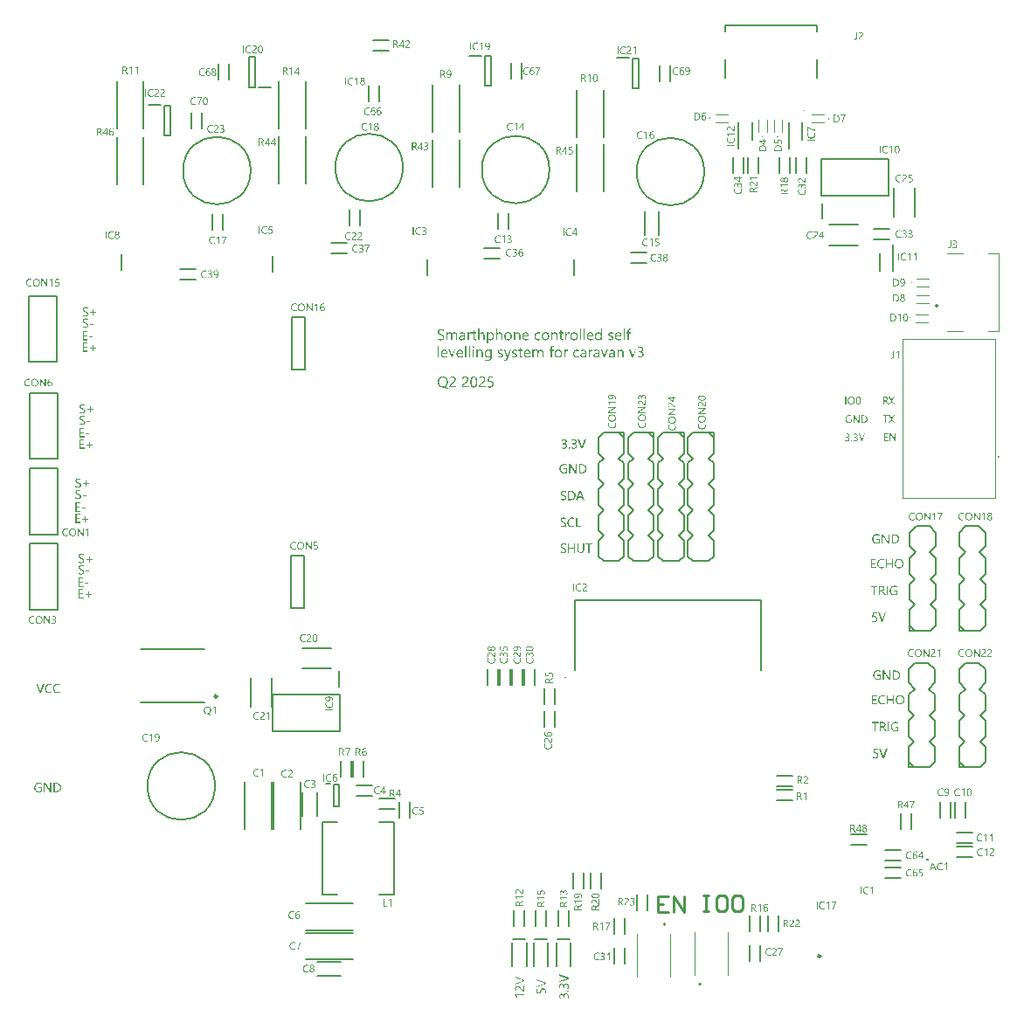
<source format=gbr>
%TF.GenerationSoftware,Altium Limited,Altium Designer,21.7.2 (23)*%
G04 Layer_Color=65535*
%FSLAX24Y24*%
%MOIN*%
%TF.SameCoordinates,F115D885-3665-466D-A638-D1939FCD3409*%
%TF.FilePolarity,Positive*%
%TF.FileFunction,Legend,Top*%
%TF.Part,Single*%
G01*
G75*
%TA.AperFunction,NonConductor*%
%ADD76C,0.0050*%
%ADD77C,0.0079*%
%ADD94C,0.0039*%
%ADD95C,0.0098*%
%ADD96C,0.0100*%
G36*
X23338Y25805D02*
X23343Y25804D01*
X23349Y25803D01*
X23355Y25801D01*
X23360Y25800D01*
Y25757D01*
X23359Y25758D01*
X23357Y25758D01*
X23354Y25759D01*
X23350Y25761D01*
X23345Y25763D01*
X23341Y25764D01*
X23335Y25764D01*
X23328Y25765D01*
X23326D01*
X23324Y25764D01*
X23320Y25764D01*
X23316Y25763D01*
X23312Y25762D01*
X23308Y25759D01*
X23303Y25757D01*
X23298Y25754D01*
X23294Y25750D01*
X23290Y25745D01*
X23286Y25739D01*
X23283Y25732D01*
X23280Y25723D01*
X23279Y25713D01*
X23278Y25703D01*
Y25657D01*
X23348D01*
Y25616D01*
X23278D01*
Y25361D01*
X23231D01*
Y25616D01*
X23181D01*
Y25657D01*
X23231D01*
Y25705D01*
Y25705D01*
Y25707D01*
Y25709D01*
X23232Y25712D01*
X23232Y25716D01*
X23233Y25721D01*
X23235Y25732D01*
X23238Y25743D01*
X23243Y25755D01*
X23246Y25761D01*
X23249Y25767D01*
X23253Y25772D01*
X23258Y25778D01*
X23259Y25778D01*
X23259Y25779D01*
X23261Y25781D01*
X23263Y25782D01*
X23266Y25784D01*
X23268Y25787D01*
X23277Y25792D01*
X23286Y25796D01*
X23298Y25801D01*
X23311Y25804D01*
X23318Y25805D01*
X23325Y25805D01*
X23333D01*
X23338Y25805D01*
D02*
G37*
G36*
X16144Y25782D02*
X16149D01*
X16156Y25781D01*
X16162Y25781D01*
X16177Y25778D01*
X16192Y25776D01*
X16205Y25772D01*
X16212Y25770D01*
X16217Y25768D01*
Y25713D01*
X16217Y25713D01*
X16216Y25714D01*
X16214Y25715D01*
X16211Y25717D01*
X16207Y25719D01*
X16203Y25721D01*
X16198Y25723D01*
X16192Y25726D01*
X16186Y25728D01*
X16179Y25730D01*
X16170Y25732D01*
X16162Y25734D01*
X16154Y25736D01*
X16144Y25737D01*
X16134Y25738D01*
X16117D01*
X16114Y25738D01*
X16109D01*
X16103Y25737D01*
X16092Y25735D01*
X16091D01*
X16089Y25734D01*
X16086Y25733D01*
X16083Y25732D01*
X16078Y25731D01*
X16073Y25729D01*
X16063Y25724D01*
X16063Y25723D01*
X16061Y25723D01*
X16059Y25721D01*
X16056Y25718D01*
X16053Y25716D01*
X16050Y25712D01*
X16043Y25704D01*
X16043Y25704D01*
X16042Y25702D01*
X16041Y25700D01*
X16039Y25697D01*
X16038Y25692D01*
X16037Y25687D01*
X16036Y25682D01*
X16036Y25676D01*
Y25675D01*
Y25673D01*
X16036Y25670D01*
Y25667D01*
X16038Y25658D01*
X16041Y25649D01*
X16042Y25648D01*
X16042Y25646D01*
X16044Y25644D01*
X16045Y25641D01*
X16051Y25635D01*
X16059Y25627D01*
X16059Y25627D01*
X16061Y25626D01*
X16063Y25624D01*
X16067Y25621D01*
X16071Y25618D01*
X16075Y25616D01*
X16081Y25612D01*
X16087Y25609D01*
X16087Y25608D01*
X16090Y25607D01*
X16093Y25605D01*
X16098Y25603D01*
X16103Y25600D01*
X16110Y25597D01*
X16117Y25593D01*
X16125Y25589D01*
X16126Y25588D01*
X16129Y25587D01*
X16133Y25585D01*
X16139Y25582D01*
X16145Y25579D01*
X16152Y25575D01*
X16167Y25566D01*
X16168Y25566D01*
X16170Y25564D01*
X16174Y25562D01*
X16179Y25558D01*
X16185Y25554D01*
X16191Y25550D01*
X16202Y25539D01*
X16203Y25539D01*
X16205Y25537D01*
X16208Y25534D01*
X16211Y25529D01*
X16215Y25525D01*
X16218Y25519D01*
X16223Y25513D01*
X16226Y25507D01*
X16227Y25506D01*
X16228Y25503D01*
X16229Y25499D01*
X16230Y25495D01*
X16232Y25489D01*
X16234Y25481D01*
X16234Y25474D01*
X16235Y25466D01*
Y25465D01*
Y25465D01*
Y25463D01*
Y25461D01*
X16234Y25455D01*
X16233Y25448D01*
X16232Y25439D01*
X16230Y25431D01*
X16227Y25422D01*
X16223Y25414D01*
X16222Y25413D01*
X16221Y25410D01*
X16218Y25406D01*
X16214Y25401D01*
X16210Y25396D01*
X16204Y25390D01*
X16198Y25384D01*
X16191Y25379D01*
X16190Y25378D01*
X16187Y25377D01*
X16183Y25374D01*
X16177Y25372D01*
X16170Y25368D01*
X16162Y25366D01*
X16154Y25362D01*
X16144Y25360D01*
X16143D01*
X16141Y25360D01*
X16139Y25359D01*
X16134Y25359D01*
X16127Y25357D01*
X16118Y25356D01*
X16109Y25356D01*
X16098Y25355D01*
X16081D01*
X16077Y25355D01*
X16073D01*
X16068Y25356D01*
X16063Y25356D01*
X16062D01*
X16061Y25357D01*
X16057D01*
X16054Y25357D01*
X16049Y25358D01*
X16044Y25359D01*
X16033Y25361D01*
X16033D01*
X16031Y25361D01*
X16028Y25362D01*
X16024Y25363D01*
X16020Y25364D01*
X16015Y25365D01*
X16005Y25368D01*
X16004D01*
X16003Y25368D01*
X16001Y25370D01*
X15997Y25371D01*
X15990Y25374D01*
X15984Y25378D01*
Y25435D01*
X15984Y25434D01*
X15985Y25433D01*
X15988Y25432D01*
X15990Y25430D01*
X15994Y25427D01*
X15998Y25425D01*
X16007Y25419D01*
X16008Y25419D01*
X16010Y25418D01*
X16013Y25417D01*
X16016Y25415D01*
X16020Y25414D01*
X16025Y25412D01*
X16036Y25408D01*
X16037D01*
X16039Y25407D01*
X16042Y25406D01*
X16046Y25405D01*
X16050Y25404D01*
X16055Y25402D01*
X16067Y25400D01*
X16067D01*
X16069Y25400D01*
X16072D01*
X16076Y25399D01*
X16080Y25398D01*
X16085D01*
X16095Y25398D01*
X16099D01*
X16102Y25398D01*
X16106D01*
X16110Y25399D01*
X16120Y25400D01*
X16131Y25402D01*
X16142Y25405D01*
X16152Y25409D01*
X16162Y25414D01*
X16163Y25415D01*
X16165Y25418D01*
X16169Y25421D01*
X16173Y25426D01*
X16177Y25433D01*
X16181Y25442D01*
X16183Y25451D01*
X16184Y25462D01*
Y25463D01*
Y25465D01*
X16184Y25468D01*
X16183Y25472D01*
X16182Y25477D01*
X16181Y25481D01*
X16179Y25486D01*
X16176Y25491D01*
X16176Y25492D01*
X16175Y25493D01*
X16174Y25496D01*
X16172Y25499D01*
X16168Y25502D01*
X16165Y25506D01*
X16161Y25510D01*
X16156Y25514D01*
X16156Y25514D01*
X16154Y25515D01*
X16151Y25517D01*
X16148Y25520D01*
X16143Y25523D01*
X16138Y25526D01*
X16132Y25530D01*
X16125Y25533D01*
X16125Y25534D01*
X16122Y25535D01*
X16119Y25537D01*
X16114Y25539D01*
X16108Y25543D01*
X16102Y25546D01*
X16095Y25550D01*
X16087Y25554D01*
X16086Y25554D01*
X16084Y25555D01*
X16080Y25557D01*
X16074Y25561D01*
X16068Y25564D01*
X16061Y25567D01*
X16047Y25575D01*
X16046Y25576D01*
X16043Y25578D01*
X16040Y25580D01*
X16036Y25583D01*
X16031Y25586D01*
X16025Y25591D01*
X16014Y25600D01*
X16014Y25601D01*
X16012Y25603D01*
X16009Y25606D01*
X16007Y25609D01*
X16003Y25614D01*
X16000Y25619D01*
X15996Y25625D01*
X15992Y25631D01*
X15992Y25632D01*
X15991Y25634D01*
X15990Y25638D01*
X15989Y25643D01*
X15987Y25649D01*
X15986Y25656D01*
X15985Y25663D01*
X15985Y25671D01*
Y25672D01*
Y25673D01*
Y25674D01*
Y25676D01*
X15985Y25681D01*
X15986Y25688D01*
X15988Y25696D01*
X15990Y25704D01*
X15993Y25712D01*
X15997Y25721D01*
X15997Y25722D01*
X15999Y25724D01*
X16002Y25728D01*
X16006Y25733D01*
X16010Y25738D01*
X16016Y25744D01*
X16022Y25750D01*
X16030Y25755D01*
X16031Y25756D01*
X16033Y25757D01*
X16037Y25760D01*
X16043Y25763D01*
X16050Y25766D01*
X16057Y25769D01*
X16066Y25772D01*
X16075Y25775D01*
X16076D01*
X16077Y25776D01*
X16080Y25776D01*
X16085Y25777D01*
X16092Y25779D01*
X16100Y25780D01*
X16109Y25781D01*
X16119Y25782D01*
X16128Y25782D01*
X16138D01*
X16144Y25782D01*
D02*
G37*
G36*
X22252Y25361D02*
X22205D01*
Y25412D01*
X22204D01*
X22203Y25411D01*
X22202Y25409D01*
X22200Y25406D01*
X22198Y25403D01*
X22194Y25398D01*
X22190Y25394D01*
X22185Y25389D01*
X22179Y25383D01*
X22172Y25378D01*
X22164Y25373D01*
X22156Y25368D01*
X22146Y25364D01*
X22137Y25360D01*
X22126Y25357D01*
X22114Y25355D01*
X22102Y25355D01*
X22099D01*
X22096Y25355D01*
X22092D01*
X22088Y25356D01*
X22083Y25357D01*
X22076Y25358D01*
X22069Y25360D01*
X22063Y25362D01*
X22055Y25365D01*
X22048Y25367D01*
X22040Y25371D01*
X22033Y25376D01*
X22026Y25381D01*
X22019Y25387D01*
X22013Y25394D01*
X22012Y25395D01*
X22011Y25396D01*
X22009Y25398D01*
X22008Y25401D01*
X22005Y25406D01*
X22002Y25410D01*
X21999Y25416D01*
X21996Y25422D01*
X21993Y25430D01*
X21990Y25438D01*
X21987Y25447D01*
X21985Y25456D01*
X21983Y25467D01*
X21981Y25478D01*
X21980Y25490D01*
X21979Y25502D01*
Y25503D01*
Y25505D01*
Y25509D01*
X21980Y25514D01*
X21980Y25521D01*
X21982Y25528D01*
X21983Y25536D01*
X21984Y25544D01*
X21989Y25563D01*
X21991Y25573D01*
X21995Y25582D01*
X22000Y25592D01*
X22004Y25602D01*
X22010Y25611D01*
X22016Y25620D01*
X22017Y25620D01*
X22018Y25622D01*
X22020Y25624D01*
X22023Y25627D01*
X22027Y25630D01*
X22031Y25634D01*
X22037Y25638D01*
X22043Y25642D01*
X22049Y25646D01*
X22057Y25650D01*
X22065Y25653D01*
X22074Y25657D01*
X22083Y25660D01*
X22093Y25662D01*
X22104Y25663D01*
X22115Y25664D01*
X22117D01*
X22121Y25663D01*
X22125D01*
X22130Y25662D01*
X22135Y25661D01*
X22142Y25660D01*
X22149Y25658D01*
X22156Y25655D01*
X22163Y25652D01*
X22171Y25648D01*
X22178Y25644D01*
X22185Y25638D01*
X22192Y25632D01*
X22198Y25624D01*
X22204Y25616D01*
X22205D01*
Y25799D01*
X22252D01*
Y25361D01*
D02*
G37*
G36*
X20471Y25663D02*
X20475Y25663D01*
X20479Y25662D01*
X20490Y25660D01*
X20502Y25656D01*
X20508Y25653D01*
X20514Y25651D01*
X20520Y25647D01*
X20526Y25643D01*
X20532Y25638D01*
X20537Y25632D01*
X20537Y25632D01*
X20538Y25631D01*
X20539Y25629D01*
X20541Y25626D01*
X20543Y25623D01*
X20545Y25619D01*
X20547Y25615D01*
X20550Y25609D01*
X20552Y25603D01*
X20554Y25597D01*
X20556Y25589D01*
X20559Y25581D01*
X20560Y25572D01*
X20561Y25563D01*
X20562Y25553D01*
Y25542D01*
Y25361D01*
X20515D01*
Y25529D01*
Y25530D01*
Y25531D01*
Y25533D01*
X20514Y25538D01*
X20514Y25544D01*
X20513Y25551D01*
X20511Y25560D01*
X20509Y25568D01*
X20506Y25577D01*
X20503Y25586D01*
X20498Y25594D01*
X20493Y25602D01*
X20486Y25609D01*
X20478Y25615D01*
X20469Y25620D01*
X20458Y25623D01*
X20452Y25624D01*
X20443D01*
X20440Y25623D01*
X20437D01*
X20434Y25622D01*
X20425Y25621D01*
X20416Y25617D01*
X20406Y25612D01*
X20401Y25610D01*
X20396Y25606D01*
X20392Y25602D01*
X20387Y25597D01*
Y25597D01*
X20386Y25596D01*
X20385Y25594D01*
X20383Y25592D01*
X20382Y25590D01*
X20380Y25587D01*
X20376Y25579D01*
X20371Y25569D01*
X20368Y25557D01*
X20365Y25544D01*
X20364Y25529D01*
Y25361D01*
X20317D01*
Y25657D01*
X20364D01*
Y25608D01*
X20365D01*
X20366Y25608D01*
X20367Y25610D01*
X20369Y25613D01*
X20371Y25616D01*
X20375Y25621D01*
X20380Y25626D01*
X20384Y25631D01*
X20390Y25636D01*
X20396Y25641D01*
X20404Y25646D01*
X20412Y25651D01*
X20420Y25655D01*
X20430Y25659D01*
X20440Y25662D01*
X20451Y25663D01*
X20463Y25664D01*
X20467D01*
X20471Y25663D01*
D02*
G37*
G36*
X19045D02*
X19049Y25663D01*
X19054Y25662D01*
X19064Y25660D01*
X19076Y25656D01*
X19083Y25653D01*
X19089Y25651D01*
X19095Y25647D01*
X19101Y25643D01*
X19106Y25638D01*
X19111Y25632D01*
X19112Y25632D01*
X19112Y25631D01*
X19113Y25629D01*
X19115Y25626D01*
X19117Y25623D01*
X19119Y25619D01*
X19122Y25615D01*
X19124Y25609D01*
X19126Y25603D01*
X19129Y25597D01*
X19131Y25589D01*
X19133Y25581D01*
X19135Y25572D01*
X19136Y25563D01*
X19137Y25553D01*
Y25542D01*
Y25361D01*
X19089D01*
Y25529D01*
Y25530D01*
Y25531D01*
Y25533D01*
X19089Y25538D01*
X19088Y25544D01*
X19087Y25551D01*
X19086Y25560D01*
X19083Y25568D01*
X19081Y25577D01*
X19077Y25586D01*
X19072Y25594D01*
X19067Y25602D01*
X19060Y25609D01*
X19052Y25615D01*
X19043Y25620D01*
X19033Y25623D01*
X19027Y25624D01*
X19017D01*
X19015Y25623D01*
X19012D01*
X19008Y25622D01*
X19000Y25621D01*
X18991Y25617D01*
X18981Y25612D01*
X18976Y25610D01*
X18971Y25606D01*
X18966Y25602D01*
X18962Y25597D01*
Y25597D01*
X18960Y25596D01*
X18959Y25594D01*
X18958Y25592D01*
X18956Y25590D01*
X18954Y25587D01*
X18950Y25579D01*
X18946Y25569D01*
X18942Y25557D01*
X18940Y25544D01*
X18939Y25529D01*
Y25361D01*
X18891D01*
Y25657D01*
X18939D01*
Y25608D01*
X18940D01*
X18940Y25608D01*
X18941Y25610D01*
X18943Y25613D01*
X18946Y25616D01*
X18950Y25621D01*
X18954Y25626D01*
X18959Y25631D01*
X18964Y25636D01*
X18971Y25641D01*
X18978Y25646D01*
X18986Y25651D01*
X18995Y25655D01*
X19004Y25659D01*
X19015Y25662D01*
X19025Y25663D01*
X19037Y25664D01*
X19042D01*
X19045Y25663D01*
D02*
G37*
G36*
X18022D02*
X18027Y25663D01*
X18032Y25662D01*
X18039Y25661D01*
X18045Y25659D01*
X18053Y25657D01*
X18060Y25654D01*
X18067Y25651D01*
X18074Y25647D01*
X18081Y25643D01*
X18089Y25637D01*
X18096Y25631D01*
X18102Y25624D01*
X18102Y25623D01*
X18103Y25622D01*
X18104Y25620D01*
X18107Y25617D01*
X18109Y25612D01*
X18112Y25608D01*
X18115Y25602D01*
X18118Y25596D01*
X18121Y25588D01*
X18123Y25580D01*
X18126Y25572D01*
X18129Y25562D01*
X18131Y25552D01*
X18132Y25541D01*
X18133Y25529D01*
X18134Y25517D01*
Y25516D01*
Y25514D01*
Y25510D01*
X18133Y25505D01*
X18133Y25499D01*
X18132Y25492D01*
X18131Y25484D01*
X18129Y25475D01*
X18125Y25456D01*
X18122Y25446D01*
X18119Y25436D01*
X18115Y25426D01*
X18110Y25417D01*
X18104Y25408D01*
X18098Y25399D01*
X18097Y25398D01*
X18096Y25397D01*
X18094Y25395D01*
X18091Y25392D01*
X18087Y25389D01*
X18083Y25385D01*
X18078Y25381D01*
X18072Y25377D01*
X18065Y25373D01*
X18058Y25369D01*
X18050Y25365D01*
X18041Y25362D01*
X18031Y25359D01*
X18021Y25357D01*
X18010Y25355D01*
X17999Y25355D01*
X17996D01*
X17994Y25355D01*
X17990D01*
X17985Y25356D01*
X17979Y25357D01*
X17973Y25359D01*
X17966Y25361D01*
X17960Y25364D01*
X17952Y25367D01*
X17945Y25371D01*
X17937Y25376D01*
X17930Y25381D01*
X17923Y25388D01*
X17917Y25395D01*
X17911Y25404D01*
X17909D01*
Y25225D01*
X17862D01*
Y25657D01*
X17909D01*
Y25605D01*
X17911D01*
X17911Y25605D01*
X17912Y25608D01*
X17914Y25610D01*
X17917Y25614D01*
X17921Y25618D01*
X17925Y25623D01*
X17930Y25629D01*
X17936Y25634D01*
X17943Y25640D01*
X17951Y25645D01*
X17959Y25650D01*
X17968Y25655D01*
X17978Y25658D01*
X17989Y25661D01*
X18001Y25663D01*
X18013Y25664D01*
X18018D01*
X18022Y25663D01*
D02*
G37*
G36*
X22616D02*
X22620D01*
X22629Y25662D01*
X22640Y25661D01*
X22651Y25658D01*
X22663Y25655D01*
X22675Y25650D01*
Y25603D01*
X22674D01*
X22673Y25604D01*
X22672Y25605D01*
X22669Y25606D01*
X22666Y25608D01*
X22662Y25609D01*
X22658Y25611D01*
X22653Y25614D01*
X22642Y25617D01*
X22630Y25621D01*
X22615Y25623D01*
X22600Y25624D01*
X22595D01*
X22592Y25623D01*
X22584Y25623D01*
X22576Y25621D01*
X22575D01*
X22574Y25620D01*
X22572Y25620D01*
X22570Y25618D01*
X22564Y25616D01*
X22558Y25612D01*
X22557D01*
X22556Y25611D01*
X22553Y25609D01*
X22549Y25604D01*
X22546Y25599D01*
Y25598D01*
X22545Y25598D01*
X22544Y25596D01*
X22543Y25594D01*
X22542Y25588D01*
X22541Y25582D01*
Y25582D01*
Y25580D01*
Y25578D01*
X22542Y25575D01*
X22543Y25569D01*
X22546Y25563D01*
Y25562D01*
X22547Y25562D01*
X22549Y25558D01*
X22553Y25554D01*
X22558Y25549D01*
X22558D01*
X22559Y25548D01*
X22561Y25547D01*
X22563Y25545D01*
X22570Y25542D01*
X22577Y25538D01*
X22578D01*
X22579Y25537D01*
X22582Y25537D01*
X22585Y25535D01*
X22589Y25533D01*
X22594Y25532D01*
X22604Y25527D01*
X22605Y25527D01*
X22607Y25526D01*
X22611Y25525D01*
X22616Y25522D01*
X22621Y25520D01*
X22627Y25517D01*
X22639Y25511D01*
X22639Y25511D01*
X22642Y25510D01*
X22644Y25509D01*
X22648Y25507D01*
X22657Y25501D01*
X22666Y25494D01*
X22666Y25493D01*
X22667Y25492D01*
X22669Y25490D01*
X22672Y25487D01*
X22674Y25484D01*
X22678Y25480D01*
X22683Y25471D01*
X22683Y25471D01*
X22684Y25469D01*
X22685Y25466D01*
X22686Y25462D01*
X22687Y25458D01*
X22687Y25452D01*
X22689Y25447D01*
Y25440D01*
Y25439D01*
Y25436D01*
X22688Y25432D01*
X22687Y25427D01*
X22686Y25421D01*
X22684Y25415D01*
X22682Y25408D01*
X22679Y25402D01*
X22678Y25401D01*
X22677Y25399D01*
X22675Y25396D01*
X22672Y25392D01*
X22668Y25388D01*
X22663Y25384D01*
X22659Y25379D01*
X22653Y25375D01*
X22652Y25374D01*
X22650Y25373D01*
X22647Y25372D01*
X22642Y25369D01*
X22637Y25367D01*
X22630Y25364D01*
X22623Y25362D01*
X22615Y25360D01*
X22614D01*
X22612Y25359D01*
X22608Y25358D01*
X22602Y25357D01*
X22596Y25356D01*
X22588Y25355D01*
X22580Y25355D01*
X22567D01*
X22564Y25355D01*
X22560D01*
X22555Y25356D01*
X22550Y25356D01*
X22544Y25357D01*
X22532Y25359D01*
X22519Y25362D01*
X22506Y25366D01*
X22493Y25372D01*
Y25422D01*
X22493Y25422D01*
X22494Y25421D01*
X22496Y25420D01*
X22499Y25418D01*
X22503Y25416D01*
X22507Y25414D01*
X22512Y25411D01*
X22518Y25408D01*
X22524Y25406D01*
X22530Y25403D01*
X22544Y25398D01*
X22561Y25395D01*
X22569Y25395D01*
X22578Y25394D01*
X22580D01*
X22584Y25395D01*
X22588D01*
X22592Y25395D01*
X22597Y25396D01*
X22609Y25400D01*
X22615Y25402D01*
X22620Y25404D01*
X22626Y25408D01*
X22630Y25412D01*
X22635Y25416D01*
X22637Y25422D01*
X22639Y25428D01*
X22640Y25436D01*
Y25436D01*
Y25438D01*
Y25440D01*
X22639Y25443D01*
X22638Y25449D01*
X22635Y25456D01*
Y25456D01*
X22633Y25457D01*
X22631Y25461D01*
X22626Y25465D01*
X22620Y25470D01*
X22619Y25471D01*
X22618Y25471D01*
X22617Y25472D01*
X22614Y25474D01*
X22611Y25475D01*
X22607Y25478D01*
X22599Y25481D01*
X22598D01*
X22596Y25483D01*
X22594Y25484D01*
X22591Y25485D01*
X22587Y25486D01*
X22583Y25489D01*
X22572Y25492D01*
X22571Y25493D01*
X22569Y25493D01*
X22565Y25495D01*
X22561Y25497D01*
X22555Y25499D01*
X22549Y25502D01*
X22538Y25508D01*
X22537Y25508D01*
X22536Y25509D01*
X22532Y25511D01*
X22529Y25513D01*
X22521Y25519D01*
X22513Y25526D01*
X22512Y25526D01*
X22511Y25527D01*
X22510Y25529D01*
X22507Y25532D01*
X22505Y25536D01*
X22502Y25539D01*
X22498Y25548D01*
Y25549D01*
X22497Y25550D01*
X22496Y25553D01*
X22496Y25557D01*
X22495Y25561D01*
X22494Y25566D01*
X22493Y25572D01*
Y25578D01*
Y25579D01*
Y25581D01*
X22494Y25586D01*
X22494Y25591D01*
X22495Y25596D01*
X22497Y25602D01*
X22499Y25609D01*
X22502Y25615D01*
X22503Y25615D01*
X22504Y25617D01*
X22506Y25621D01*
X22509Y25624D01*
X22513Y25628D01*
X22517Y25633D01*
X22522Y25638D01*
X22528Y25642D01*
X22528Y25643D01*
X22530Y25644D01*
X22534Y25646D01*
X22538Y25648D01*
X22544Y25651D01*
X22550Y25653D01*
X22557Y25656D01*
X22564Y25658D01*
X22565D01*
X22567Y25659D01*
X22572Y25660D01*
X22577Y25661D01*
X22583Y25662D01*
X22590Y25663D01*
X22598Y25664D01*
X22613D01*
X22616Y25663D01*
D02*
G37*
G36*
X16642D02*
X16648Y25662D01*
X16656Y25660D01*
X16664Y25657D01*
X16673Y25654D01*
X16682Y25649D01*
X16691Y25643D01*
X16700Y25634D01*
X16708Y25624D01*
X16715Y25613D01*
X16719Y25606D01*
X16722Y25599D01*
X16724Y25591D01*
X16726Y25583D01*
X16728Y25574D01*
X16730Y25564D01*
X16731Y25554D01*
Y25543D01*
Y25361D01*
X16683D01*
Y25531D01*
Y25531D01*
Y25533D01*
Y25536D01*
Y25539D01*
X16683Y25543D01*
Y25548D01*
X16681Y25558D01*
X16679Y25569D01*
X16677Y25581D01*
X16673Y25592D01*
X16671Y25597D01*
X16668Y25602D01*
X16667Y25603D01*
X16665Y25605D01*
X16661Y25609D01*
X16656Y25613D01*
X16649Y25617D01*
X16640Y25621D01*
X16630Y25623D01*
X16617Y25624D01*
X16614D01*
X16612Y25623D01*
X16607Y25622D01*
X16600Y25621D01*
X16591Y25617D01*
X16583Y25612D01*
X16578Y25609D01*
X16574Y25605D01*
X16570Y25601D01*
X16566Y25596D01*
Y25596D01*
X16565Y25595D01*
X16564Y25593D01*
X16562Y25591D01*
X16561Y25588D01*
X16559Y25585D01*
X16555Y25578D01*
X16551Y25568D01*
X16548Y25556D01*
X16546Y25544D01*
X16544Y25529D01*
Y25361D01*
X16497D01*
Y25537D01*
Y25538D01*
Y25540D01*
X16496Y25545D01*
X16496Y25550D01*
X16495Y25557D01*
X16494Y25564D01*
X16491Y25572D01*
X16489Y25580D01*
X16485Y25588D01*
X16481Y25596D01*
X16475Y25604D01*
X16469Y25610D01*
X16461Y25616D01*
X16452Y25620D01*
X16442Y25623D01*
X16430Y25624D01*
X16427D01*
X16425Y25623D01*
X16419Y25623D01*
X16412Y25621D01*
X16404Y25617D01*
X16395Y25613D01*
X16387Y25606D01*
X16382Y25602D01*
X16378Y25598D01*
Y25597D01*
X16377Y25597D01*
X16377Y25595D01*
X16375Y25593D01*
X16374Y25591D01*
X16372Y25587D01*
X16369Y25579D01*
X16365Y25569D01*
X16362Y25558D01*
X16359Y25545D01*
X16358Y25529D01*
Y25361D01*
X16311D01*
Y25657D01*
X16358D01*
Y25610D01*
X16359D01*
X16360Y25610D01*
X16361Y25612D01*
X16363Y25615D01*
X16365Y25618D01*
X16369Y25622D01*
X16372Y25627D01*
X16377Y25632D01*
X16383Y25637D01*
X16389Y25642D01*
X16396Y25647D01*
X16403Y25651D01*
X16411Y25656D01*
X16421Y25659D01*
X16430Y25662D01*
X16440Y25663D01*
X16451Y25664D01*
X16456D01*
X16462Y25663D01*
X16469Y25662D01*
X16477Y25659D01*
X16487Y25657D01*
X16495Y25652D01*
X16504Y25647D01*
X16505Y25646D01*
X16508Y25644D01*
X16512Y25640D01*
X16517Y25635D01*
X16522Y25629D01*
X16526Y25621D01*
X16531Y25612D01*
X16535Y25603D01*
X16536Y25603D01*
X16537Y25605D01*
X16538Y25608D01*
X16541Y25612D01*
X16545Y25617D01*
X16549Y25622D01*
X16554Y25628D01*
X16560Y25633D01*
X16566Y25639D01*
X16573Y25645D01*
X16582Y25650D01*
X16590Y25655D01*
X16600Y25658D01*
X16610Y25661D01*
X16621Y25663D01*
X16633Y25664D01*
X16637D01*
X16642Y25663D01*
D02*
G37*
G36*
X19841D02*
X19844D01*
X19854Y25662D01*
X19865Y25660D01*
X19876Y25658D01*
X19888Y25654D01*
X19899Y25649D01*
Y25600D01*
X19899Y25601D01*
X19897Y25602D01*
X19896Y25603D01*
X19894Y25604D01*
X19890Y25606D01*
X19887Y25608D01*
X19878Y25612D01*
X19867Y25616D01*
X19855Y25620D01*
X19842Y25623D01*
X19836Y25624D01*
X19824D01*
X19821Y25623D01*
X19817Y25623D01*
X19813Y25622D01*
X19802Y25620D01*
X19790Y25616D01*
X19784Y25614D01*
X19778Y25610D01*
X19772Y25606D01*
X19766Y25602D01*
X19760Y25597D01*
X19754Y25591D01*
X19754Y25591D01*
X19753Y25590D01*
X19752Y25588D01*
X19750Y25585D01*
X19748Y25582D01*
X19745Y25578D01*
X19742Y25574D01*
X19740Y25568D01*
X19737Y25563D01*
X19735Y25556D01*
X19732Y25549D01*
X19730Y25542D01*
X19728Y25533D01*
X19727Y25525D01*
X19726Y25516D01*
X19725Y25506D01*
Y25505D01*
Y25504D01*
Y25501D01*
X19726Y25497D01*
X19727Y25493D01*
X19727Y25488D01*
X19728Y25483D01*
X19729Y25477D01*
X19732Y25463D01*
X19737Y25450D01*
X19740Y25443D01*
X19744Y25436D01*
X19748Y25430D01*
X19753Y25424D01*
X19753Y25424D01*
X19754Y25423D01*
X19755Y25421D01*
X19758Y25419D01*
X19760Y25417D01*
X19764Y25415D01*
X19767Y25412D01*
X19772Y25409D01*
X19783Y25403D01*
X19795Y25399D01*
X19810Y25395D01*
X19818Y25395D01*
X19826Y25394D01*
X19830D01*
X19832Y25395D01*
X19836D01*
X19840Y25396D01*
X19849Y25397D01*
X19861Y25401D01*
X19873Y25405D01*
X19886Y25412D01*
X19892Y25415D01*
X19899Y25420D01*
Y25374D01*
X19898D01*
X19897Y25373D01*
X19895Y25373D01*
X19893Y25371D01*
X19889Y25370D01*
X19885Y25368D01*
X19881Y25366D01*
X19876Y25365D01*
X19870Y25363D01*
X19864Y25361D01*
X19850Y25358D01*
X19835Y25356D01*
X19818Y25355D01*
X19815D01*
X19812Y25355D01*
X19807D01*
X19802Y25356D01*
X19796Y25357D01*
X19789Y25358D01*
X19782Y25360D01*
X19773Y25362D01*
X19765Y25365D01*
X19757Y25368D01*
X19748Y25372D01*
X19740Y25377D01*
X19731Y25382D01*
X19723Y25389D01*
X19716Y25396D01*
X19715Y25396D01*
X19714Y25397D01*
X19712Y25400D01*
X19710Y25403D01*
X19707Y25407D01*
X19704Y25412D01*
X19700Y25418D01*
X19697Y25425D01*
X19693Y25432D01*
X19689Y25440D01*
X19686Y25449D01*
X19683Y25458D01*
X19681Y25468D01*
X19678Y25479D01*
X19677Y25490D01*
X19677Y25502D01*
Y25503D01*
Y25505D01*
X19677Y25509D01*
Y25514D01*
X19678Y25520D01*
X19679Y25527D01*
X19680Y25536D01*
X19682Y25544D01*
X19684Y25553D01*
X19687Y25563D01*
X19691Y25573D01*
X19695Y25582D01*
X19699Y25592D01*
X19705Y25602D01*
X19711Y25610D01*
X19719Y25619D01*
X19719Y25620D01*
X19721Y25621D01*
X19723Y25623D01*
X19727Y25626D01*
X19731Y25629D01*
X19736Y25633D01*
X19742Y25637D01*
X19749Y25641D01*
X19756Y25646D01*
X19765Y25650D01*
X19774Y25653D01*
X19784Y25657D01*
X19795Y25659D01*
X19806Y25662D01*
X19818Y25663D01*
X19831Y25664D01*
X19837D01*
X19841Y25663D01*
D02*
G37*
G36*
X20988Y25662D02*
X20998Y25661D01*
X21003Y25659D01*
X21006Y25658D01*
Y25609D01*
X21006Y25609D01*
X21004Y25610D01*
X21001Y25612D01*
X20997Y25614D01*
X20992Y25615D01*
X20986Y25617D01*
X20979Y25618D01*
X20970Y25618D01*
X20968D01*
X20965Y25618D01*
X20960Y25617D01*
X20953Y25615D01*
X20945Y25611D01*
X20936Y25606D01*
X20932Y25603D01*
X20928Y25599D01*
X20923Y25594D01*
X20920Y25590D01*
Y25589D01*
X20918Y25588D01*
X20918Y25587D01*
X20916Y25585D01*
X20915Y25581D01*
X20913Y25578D01*
X20911Y25574D01*
X20910Y25569D01*
X20908Y25564D01*
X20906Y25558D01*
X20904Y25552D01*
X20903Y25545D01*
X20900Y25529D01*
X20899Y25512D01*
Y25361D01*
X20852D01*
Y25657D01*
X20899D01*
Y25596D01*
X20900D01*
Y25596D01*
X20901Y25597D01*
X20902Y25599D01*
X20903Y25601D01*
X20905Y25606D01*
X20908Y25614D01*
X20912Y25621D01*
X20918Y25629D01*
X20924Y25638D01*
X20932Y25645D01*
X20933Y25645D01*
X20935Y25647D01*
X20940Y25650D01*
X20945Y25653D01*
X20952Y25657D01*
X20960Y25659D01*
X20969Y25662D01*
X20978Y25662D01*
X20985D01*
X20988Y25662D01*
D02*
G37*
G36*
X17258D02*
X17267Y25661D01*
X17272Y25659D01*
X17276Y25658D01*
Y25609D01*
X17275Y25609D01*
X17273Y25610D01*
X17270Y25612D01*
X17266Y25614D01*
X17261Y25615D01*
X17255Y25617D01*
X17248Y25618D01*
X17240Y25618D01*
X17237D01*
X17235Y25618D01*
X17229Y25617D01*
X17222Y25615D01*
X17214Y25611D01*
X17206Y25606D01*
X17201Y25603D01*
X17197Y25599D01*
X17193Y25594D01*
X17189Y25590D01*
Y25589D01*
X17188Y25588D01*
X17187Y25587D01*
X17185Y25585D01*
X17184Y25581D01*
X17182Y25578D01*
X17181Y25574D01*
X17179Y25569D01*
X17177Y25564D01*
X17175Y25558D01*
X17173Y25552D01*
X17172Y25545D01*
X17170Y25529D01*
X17169Y25512D01*
Y25361D01*
X17121D01*
Y25657D01*
X17169D01*
Y25596D01*
X17170D01*
Y25596D01*
X17170Y25597D01*
X17171Y25599D01*
X17172Y25601D01*
X17174Y25606D01*
X17177Y25614D01*
X17182Y25621D01*
X17187Y25629D01*
X17194Y25638D01*
X17201Y25645D01*
X17202Y25645D01*
X17205Y25647D01*
X17209Y25650D01*
X17214Y25653D01*
X17221Y25657D01*
X17229Y25659D01*
X17238Y25662D01*
X17247Y25662D01*
X17254D01*
X17258Y25662D01*
D02*
G37*
G36*
X23118Y25361D02*
X23070D01*
Y25799D01*
X23118D01*
Y25361D01*
D02*
G37*
G36*
X21595D02*
X21547D01*
Y25799D01*
X21595D01*
Y25361D01*
D02*
G37*
G36*
X21452D02*
X21404D01*
Y25799D01*
X21452D01*
Y25361D01*
D02*
G37*
G36*
X18257Y25608D02*
X18258D01*
X18259Y25608D01*
X18260Y25610D01*
X18262Y25613D01*
X18265Y25616D01*
X18268Y25621D01*
X18273Y25626D01*
X18277Y25631D01*
X18283Y25636D01*
X18290Y25641D01*
X18297Y25646D01*
X18305Y25651D01*
X18314Y25655D01*
X18323Y25659D01*
X18333Y25662D01*
X18344Y25663D01*
X18356Y25664D01*
X18360D01*
X18365Y25663D01*
X18371Y25662D01*
X18378Y25660D01*
X18387Y25657D01*
X18396Y25654D01*
X18406Y25649D01*
X18415Y25643D01*
X18424Y25634D01*
X18433Y25624D01*
X18440Y25613D01*
X18443Y25606D01*
X18446Y25599D01*
X18449Y25591D01*
X18451Y25583D01*
X18453Y25574D01*
X18454Y25564D01*
X18455Y25554D01*
Y25543D01*
Y25361D01*
X18408D01*
Y25532D01*
Y25533D01*
Y25536D01*
X18407Y25540D01*
X18407Y25546D01*
X18406Y25553D01*
X18404Y25561D01*
X18402Y25569D01*
X18399Y25578D01*
X18396Y25586D01*
X18391Y25595D01*
X18386Y25603D01*
X18379Y25610D01*
X18371Y25615D01*
X18362Y25620D01*
X18351Y25623D01*
X18339Y25624D01*
X18336D01*
X18334Y25623D01*
X18327Y25622D01*
X18319Y25621D01*
X18310Y25617D01*
X18300Y25612D01*
X18295Y25610D01*
X18290Y25606D01*
X18285Y25602D01*
X18281Y25597D01*
Y25597D01*
X18280Y25596D01*
X18279Y25594D01*
X18277Y25592D01*
X18275Y25590D01*
X18273Y25586D01*
X18269Y25579D01*
X18265Y25569D01*
X18261Y25557D01*
X18258Y25544D01*
X18258Y25536D01*
X18257Y25528D01*
Y25361D01*
X18210D01*
Y25799D01*
X18257D01*
Y25608D01*
D02*
G37*
G36*
X17575D02*
X17576D01*
X17576Y25608D01*
X17577Y25610D01*
X17580Y25613D01*
X17582Y25616D01*
X17586Y25621D01*
X17590Y25626D01*
X17595Y25631D01*
X17601Y25636D01*
X17608Y25641D01*
X17615Y25646D01*
X17623Y25651D01*
X17632Y25655D01*
X17641Y25659D01*
X17651Y25662D01*
X17662Y25663D01*
X17673Y25664D01*
X17677D01*
X17682Y25663D01*
X17689Y25662D01*
X17696Y25660D01*
X17705Y25657D01*
X17713Y25654D01*
X17723Y25649D01*
X17733Y25643D01*
X17741Y25634D01*
X17750Y25624D01*
X17757Y25613D01*
X17761Y25606D01*
X17764Y25599D01*
X17766Y25591D01*
X17769Y25583D01*
X17771Y25574D01*
X17772Y25564D01*
X17773Y25554D01*
Y25543D01*
Y25361D01*
X17725D01*
Y25532D01*
Y25533D01*
Y25536D01*
X17725Y25540D01*
X17724Y25546D01*
X17723Y25553D01*
X17722Y25561D01*
X17719Y25569D01*
X17717Y25578D01*
X17713Y25586D01*
X17709Y25595D01*
X17703Y25603D01*
X17697Y25610D01*
X17688Y25615D01*
X17680Y25620D01*
X17669Y25623D01*
X17657Y25624D01*
X17653D01*
X17651Y25623D01*
X17645Y25622D01*
X17636Y25621D01*
X17627Y25617D01*
X17617Y25612D01*
X17612Y25610D01*
X17608Y25606D01*
X17603Y25602D01*
X17598Y25597D01*
Y25597D01*
X17597Y25596D01*
X17596Y25594D01*
X17594Y25592D01*
X17593Y25590D01*
X17591Y25586D01*
X17587Y25579D01*
X17582Y25569D01*
X17579Y25557D01*
X17576Y25544D01*
X17575Y25536D01*
X17575Y25528D01*
Y25361D01*
X17527D01*
Y25799D01*
X17575D01*
Y25608D01*
D02*
G37*
G36*
X16938Y25663D02*
X16944Y25662D01*
X16952Y25661D01*
X16961Y25658D01*
X16970Y25655D01*
X16980Y25650D01*
X16989Y25644D01*
X16999Y25637D01*
X17008Y25628D01*
X17016Y25617D01*
X17022Y25605D01*
X17025Y25598D01*
X17028Y25590D01*
X17029Y25582D01*
X17031Y25573D01*
X17031Y25563D01*
X17032Y25554D01*
Y25361D01*
X16985D01*
Y25407D01*
X16983D01*
X16983Y25407D01*
X16982Y25405D01*
X16980Y25402D01*
X16977Y25399D01*
X16974Y25395D01*
X16970Y25391D01*
X16966Y25386D01*
X16961Y25381D01*
X16954Y25376D01*
X16947Y25371D01*
X16940Y25367D01*
X16932Y25363D01*
X16923Y25360D01*
X16914Y25357D01*
X16903Y25355D01*
X16892Y25355D01*
X16888D01*
X16885Y25355D01*
X16881D01*
X16877Y25356D01*
X16867Y25357D01*
X16856Y25360D01*
X16845Y25365D01*
X16834Y25370D01*
X16823Y25378D01*
Y25378D01*
X16822Y25379D01*
X16820Y25382D01*
X16815Y25387D01*
X16811Y25394D01*
X16807Y25403D01*
X16802Y25413D01*
X16799Y25426D01*
X16799Y25432D01*
X16798Y25439D01*
Y25440D01*
Y25443D01*
X16799Y25447D01*
X16800Y25452D01*
X16801Y25459D01*
X16803Y25466D01*
X16807Y25474D01*
X16810Y25483D01*
X16816Y25491D01*
X16822Y25499D01*
X16830Y25508D01*
X16840Y25515D01*
X16851Y25522D01*
X16864Y25528D01*
X16879Y25533D01*
X16887Y25534D01*
X16896Y25536D01*
X16985Y25549D01*
Y25550D01*
Y25552D01*
X16984Y25556D01*
X16983Y25561D01*
X16983Y25566D01*
X16981Y25573D01*
X16980Y25579D01*
X16977Y25586D01*
X16974Y25593D01*
X16970Y25600D01*
X16965Y25606D01*
X16959Y25612D01*
X16952Y25617D01*
X16944Y25621D01*
X16935Y25623D01*
X16924Y25624D01*
X16918D01*
X16915Y25623D01*
X16910Y25623D01*
X16905Y25622D01*
X16899Y25621D01*
X16892Y25620D01*
X16877Y25615D01*
X16869Y25612D01*
X16861Y25609D01*
X16852Y25604D01*
X16844Y25599D01*
X16835Y25594D01*
X16827Y25587D01*
Y25636D01*
X16828Y25637D01*
X16829Y25637D01*
X16832Y25639D01*
X16835Y25640D01*
X16839Y25643D01*
X16844Y25645D01*
X16850Y25647D01*
X16856Y25650D01*
X16863Y25652D01*
X16871Y25655D01*
X16879Y25657D01*
X16888Y25659D01*
X16907Y25663D01*
X16917Y25663D01*
X16928Y25664D01*
X16932D01*
X16938Y25663D01*
D02*
G37*
G36*
X20714Y25657D02*
X20789D01*
Y25616D01*
X20714D01*
Y25450D01*
Y25449D01*
Y25449D01*
Y25447D01*
Y25445D01*
X20715Y25439D01*
X20715Y25433D01*
X20716Y25426D01*
X20719Y25419D01*
X20721Y25413D01*
X20724Y25407D01*
X20725Y25407D01*
X20726Y25405D01*
X20728Y25403D01*
X20732Y25401D01*
X20737Y25398D01*
X20743Y25397D01*
X20750Y25395D01*
X20758Y25395D01*
X20761D01*
X20764Y25395D01*
X20768Y25396D01*
X20773Y25397D01*
X20779Y25399D01*
X20784Y25401D01*
X20789Y25404D01*
Y25364D01*
X20788Y25364D01*
X20786Y25363D01*
X20782Y25361D01*
X20777Y25360D01*
X20770Y25358D01*
X20763Y25357D01*
X20755Y25356D01*
X20745Y25355D01*
X20742D01*
X20738Y25356D01*
X20733Y25357D01*
X20727Y25358D01*
X20720Y25360D01*
X20713Y25362D01*
X20706Y25366D01*
X20698Y25371D01*
X20691Y25377D01*
X20685Y25383D01*
X20679Y25392D01*
X20674Y25402D01*
X20670Y25413D01*
X20668Y25426D01*
X20667Y25442D01*
Y25616D01*
X20616D01*
Y25657D01*
X20667D01*
Y25729D01*
X20714Y25744D01*
Y25657D01*
D02*
G37*
G36*
X17390D02*
X17464D01*
Y25616D01*
X17390D01*
Y25450D01*
Y25449D01*
Y25449D01*
Y25447D01*
Y25445D01*
X17390Y25439D01*
X17391Y25433D01*
X17392Y25426D01*
X17394Y25419D01*
X17396Y25413D01*
X17399Y25407D01*
X17400Y25407D01*
X17402Y25405D01*
X17404Y25403D01*
X17408Y25401D01*
X17413Y25398D01*
X17418Y25397D01*
X17425Y25395D01*
X17433Y25395D01*
X17437D01*
X17440Y25395D01*
X17444Y25396D01*
X17449Y25397D01*
X17454Y25399D01*
X17459Y25401D01*
X17464Y25404D01*
Y25364D01*
X17463Y25364D01*
X17461Y25363D01*
X17457Y25361D01*
X17452Y25360D01*
X17446Y25358D01*
X17439Y25357D01*
X17430Y25356D01*
X17420Y25355D01*
X17417D01*
X17413Y25356D01*
X17408Y25357D01*
X17402Y25358D01*
X17396Y25360D01*
X17389Y25362D01*
X17381Y25366D01*
X17374Y25371D01*
X17367Y25377D01*
X17360Y25383D01*
X17354Y25392D01*
X17349Y25402D01*
X17345Y25413D01*
X17343Y25426D01*
X17342Y25442D01*
Y25616D01*
X17291D01*
Y25657D01*
X17342D01*
Y25729D01*
X17390Y25744D01*
Y25657D01*
D02*
G37*
G36*
X22887Y25663D02*
X22892Y25663D01*
X22898Y25662D01*
X22904Y25661D01*
X22910Y25659D01*
X22917Y25657D01*
X22925Y25655D01*
X22932Y25652D01*
X22940Y25648D01*
X22947Y25644D01*
X22954Y25639D01*
X22961Y25633D01*
X22967Y25626D01*
X22968Y25626D01*
X22969Y25624D01*
X22970Y25622D01*
X22972Y25619D01*
X22974Y25615D01*
X22977Y25611D01*
X22980Y25605D01*
X22983Y25599D01*
X22986Y25592D01*
X22989Y25584D01*
X22992Y25575D01*
X22994Y25566D01*
X22996Y25556D01*
X22998Y25545D01*
X22998Y25534D01*
X22999Y25522D01*
Y25497D01*
X22790D01*
Y25497D01*
Y25495D01*
X22791Y25492D01*
Y25489D01*
X22791Y25485D01*
X22792Y25480D01*
X22794Y25469D01*
X22797Y25457D01*
X22802Y25444D01*
X22808Y25432D01*
X22812Y25426D01*
X22816Y25421D01*
X22817Y25420D01*
X22817Y25420D01*
X22819Y25419D01*
X22821Y25416D01*
X22823Y25415D01*
X22827Y25413D01*
X22835Y25408D01*
X22845Y25403D01*
X22857Y25398D01*
X22871Y25395D01*
X22879Y25395D01*
X22887Y25394D01*
X22892D01*
X22895Y25395D01*
X22899Y25395D01*
X22905Y25396D01*
X22910Y25397D01*
X22917Y25398D01*
X22931Y25402D01*
X22939Y25405D01*
X22946Y25408D01*
X22954Y25412D01*
X22963Y25416D01*
X22970Y25421D01*
X22979Y25427D01*
Y25383D01*
X22978Y25382D01*
X22977Y25382D01*
X22975Y25380D01*
X22971Y25378D01*
X22968Y25376D01*
X22963Y25374D01*
X22957Y25371D01*
X22951Y25369D01*
X22944Y25366D01*
X22936Y25364D01*
X22928Y25361D01*
X22918Y25359D01*
X22909Y25357D01*
X22898Y25356D01*
X22887Y25355D01*
X22875Y25355D01*
X22873D01*
X22869Y25355D01*
X22865D01*
X22859Y25356D01*
X22853Y25357D01*
X22847Y25358D01*
X22839Y25360D01*
X22832Y25362D01*
X22823Y25365D01*
X22815Y25368D01*
X22807Y25372D01*
X22799Y25376D01*
X22791Y25382D01*
X22784Y25388D01*
X22776Y25395D01*
X22776Y25395D01*
X22775Y25396D01*
X22773Y25399D01*
X22771Y25402D01*
X22768Y25406D01*
X22765Y25411D01*
X22762Y25417D01*
X22759Y25424D01*
X22755Y25431D01*
X22752Y25440D01*
X22749Y25449D01*
X22746Y25459D01*
X22744Y25470D01*
X22743Y25482D01*
X22742Y25495D01*
X22741Y25508D01*
Y25508D01*
Y25511D01*
X22742Y25514D01*
Y25519D01*
X22742Y25525D01*
X22743Y25532D01*
X22744Y25539D01*
X22746Y25548D01*
X22748Y25556D01*
X22751Y25566D01*
X22754Y25575D01*
X22757Y25585D01*
X22762Y25594D01*
X22767Y25603D01*
X22773Y25612D01*
X22780Y25620D01*
X22781Y25621D01*
X22782Y25622D01*
X22784Y25624D01*
X22787Y25627D01*
X22791Y25631D01*
X22796Y25634D01*
X22801Y25638D01*
X22807Y25642D01*
X22814Y25646D01*
X22821Y25650D01*
X22829Y25653D01*
X22838Y25657D01*
X22847Y25660D01*
X22857Y25662D01*
X22867Y25663D01*
X22878Y25664D01*
X22883D01*
X22887Y25663D01*
D02*
G37*
G36*
X21817D02*
X21821Y25663D01*
X21827Y25662D01*
X21833Y25661D01*
X21840Y25659D01*
X21847Y25657D01*
X21854Y25655D01*
X21861Y25652D01*
X21869Y25648D01*
X21876Y25644D01*
X21883Y25639D01*
X21890Y25633D01*
X21896Y25626D01*
X21897Y25626D01*
X21898Y25624D01*
X21899Y25622D01*
X21901Y25619D01*
X21903Y25615D01*
X21906Y25611D01*
X21909Y25605D01*
X21912Y25599D01*
X21915Y25592D01*
X21918Y25584D01*
X21921Y25575D01*
X21923Y25566D01*
X21925Y25556D01*
X21927Y25545D01*
X21927Y25534D01*
X21928Y25522D01*
Y25497D01*
X21719D01*
Y25497D01*
Y25495D01*
X21720Y25492D01*
Y25489D01*
X21721Y25485D01*
X21721Y25480D01*
X21723Y25469D01*
X21727Y25457D01*
X21731Y25444D01*
X21737Y25432D01*
X21741Y25426D01*
X21746Y25421D01*
X21746Y25420D01*
X21747Y25420D01*
X21748Y25419D01*
X21751Y25416D01*
X21753Y25415D01*
X21756Y25413D01*
X21764Y25408D01*
X21774Y25403D01*
X21786Y25398D01*
X21800Y25395D01*
X21808Y25395D01*
X21816Y25394D01*
X21821D01*
X21824Y25395D01*
X21829Y25395D01*
X21834Y25396D01*
X21840Y25397D01*
X21846Y25398D01*
X21860Y25402D01*
X21868Y25405D01*
X21876Y25408D01*
X21884Y25412D01*
X21892Y25416D01*
X21900Y25421D01*
X21908Y25427D01*
Y25383D01*
X21907Y25382D01*
X21906Y25382D01*
X21904Y25380D01*
X21901Y25378D01*
X21897Y25376D01*
X21892Y25374D01*
X21887Y25371D01*
X21881Y25369D01*
X21873Y25366D01*
X21866Y25364D01*
X21857Y25361D01*
X21848Y25359D01*
X21838Y25357D01*
X21828Y25356D01*
X21817Y25355D01*
X21805Y25355D01*
X21802D01*
X21799Y25355D01*
X21794D01*
X21789Y25356D01*
X21783Y25357D01*
X21776Y25358D01*
X21769Y25360D01*
X21761Y25362D01*
X21753Y25365D01*
X21745Y25368D01*
X21736Y25372D01*
X21728Y25376D01*
X21721Y25382D01*
X21713Y25388D01*
X21706Y25395D01*
X21705Y25395D01*
X21704Y25396D01*
X21703Y25399D01*
X21700Y25402D01*
X21698Y25406D01*
X21694Y25411D01*
X21692Y25417D01*
X21688Y25424D01*
X21684Y25431D01*
X21682Y25440D01*
X21678Y25449D01*
X21676Y25459D01*
X21674Y25470D01*
X21672Y25482D01*
X21671Y25495D01*
X21670Y25508D01*
Y25508D01*
Y25511D01*
X21671Y25514D01*
Y25519D01*
X21671Y25525D01*
X21672Y25532D01*
X21674Y25539D01*
X21675Y25548D01*
X21677Y25556D01*
X21680Y25566D01*
X21683Y25575D01*
X21687Y25585D01*
X21692Y25594D01*
X21697Y25603D01*
X21703Y25612D01*
X21710Y25620D01*
X21710Y25621D01*
X21711Y25622D01*
X21713Y25624D01*
X21717Y25627D01*
X21721Y25631D01*
X21725Y25634D01*
X21730Y25638D01*
X21736Y25642D01*
X21743Y25646D01*
X21751Y25650D01*
X21759Y25653D01*
X21767Y25657D01*
X21776Y25660D01*
X21786Y25662D01*
X21796Y25663D01*
X21807Y25664D01*
X21812D01*
X21817Y25663D01*
D02*
G37*
G36*
X21199D02*
X21205Y25663D01*
X21211Y25662D01*
X21218Y25661D01*
X21226Y25659D01*
X21234Y25657D01*
X21242Y25654D01*
X21251Y25651D01*
X21260Y25646D01*
X21268Y25642D01*
X21276Y25637D01*
X21284Y25630D01*
X21291Y25623D01*
X21292Y25622D01*
X21293Y25621D01*
X21295Y25618D01*
X21297Y25615D01*
X21300Y25611D01*
X21303Y25606D01*
X21307Y25600D01*
X21310Y25593D01*
X21313Y25586D01*
X21317Y25578D01*
X21320Y25568D01*
X21322Y25558D01*
X21325Y25548D01*
X21327Y25536D01*
X21328Y25523D01*
X21328Y25510D01*
Y25509D01*
Y25507D01*
Y25503D01*
X21328Y25498D01*
X21327Y25492D01*
X21326Y25485D01*
X21325Y25478D01*
X21324Y25469D01*
X21321Y25461D01*
X21319Y25451D01*
X21315Y25442D01*
X21312Y25432D01*
X21307Y25423D01*
X21302Y25414D01*
X21296Y25405D01*
X21289Y25397D01*
X21288Y25396D01*
X21287Y25395D01*
X21284Y25393D01*
X21282Y25390D01*
X21277Y25387D01*
X21272Y25384D01*
X21267Y25380D01*
X21260Y25376D01*
X21253Y25372D01*
X21245Y25368D01*
X21236Y25365D01*
X21227Y25361D01*
X21217Y25359D01*
X21206Y25356D01*
X21194Y25355D01*
X21182Y25355D01*
X21179D01*
X21175Y25355D01*
X21171D01*
X21165Y25356D01*
X21159Y25357D01*
X21152Y25358D01*
X21144Y25360D01*
X21136Y25362D01*
X21127Y25365D01*
X21118Y25368D01*
X21110Y25372D01*
X21101Y25377D01*
X21093Y25382D01*
X21084Y25389D01*
X21077Y25396D01*
X21076Y25396D01*
X21075Y25398D01*
X21073Y25400D01*
X21071Y25403D01*
X21068Y25407D01*
X21064Y25413D01*
X21061Y25418D01*
X21057Y25425D01*
X21053Y25432D01*
X21050Y25441D01*
X21047Y25450D01*
X21043Y25460D01*
X21041Y25470D01*
X21039Y25481D01*
X21038Y25493D01*
X21037Y25505D01*
Y25507D01*
Y25509D01*
X21038Y25513D01*
Y25517D01*
X21039Y25524D01*
X21040Y25531D01*
X21041Y25539D01*
X21042Y25548D01*
X21045Y25557D01*
X21047Y25567D01*
X21051Y25576D01*
X21054Y25586D01*
X21059Y25596D01*
X21065Y25605D01*
X21071Y25614D01*
X21078Y25622D01*
X21078Y25622D01*
X21080Y25623D01*
X21082Y25626D01*
X21086Y25628D01*
X21089Y25632D01*
X21094Y25635D01*
X21100Y25639D01*
X21107Y25643D01*
X21114Y25647D01*
X21123Y25651D01*
X21132Y25654D01*
X21142Y25657D01*
X21152Y25660D01*
X21164Y25662D01*
X21176Y25663D01*
X21188Y25664D01*
X21195D01*
X21199Y25663D01*
D02*
G37*
G36*
X20111D02*
X20117Y25663D01*
X20123Y25662D01*
X20131Y25661D01*
X20138Y25659D01*
X20146Y25657D01*
X20155Y25654D01*
X20163Y25651D01*
X20172Y25646D01*
X20180Y25642D01*
X20188Y25637D01*
X20197Y25630D01*
X20204Y25623D01*
X20204Y25622D01*
X20205Y25621D01*
X20207Y25618D01*
X20210Y25615D01*
X20212Y25611D01*
X20216Y25606D01*
X20219Y25600D01*
X20222Y25593D01*
X20226Y25586D01*
X20229Y25578D01*
X20232Y25568D01*
X20235Y25558D01*
X20238Y25548D01*
X20239Y25536D01*
X20240Y25523D01*
X20241Y25510D01*
Y25509D01*
Y25507D01*
Y25503D01*
X20240Y25498D01*
X20240Y25492D01*
X20239Y25485D01*
X20238Y25478D01*
X20236Y25469D01*
X20234Y25461D01*
X20231Y25451D01*
X20228Y25442D01*
X20224Y25432D01*
X20220Y25423D01*
X20214Y25414D01*
X20208Y25405D01*
X20201Y25397D01*
X20200Y25396D01*
X20199Y25395D01*
X20197Y25393D01*
X20194Y25390D01*
X20190Y25387D01*
X20185Y25384D01*
X20179Y25380D01*
X20173Y25376D01*
X20166Y25372D01*
X20157Y25368D01*
X20149Y25365D01*
X20139Y25361D01*
X20129Y25359D01*
X20118Y25356D01*
X20107Y25355D01*
X20094Y25355D01*
X20091D01*
X20087Y25355D01*
X20083D01*
X20078Y25356D01*
X20071Y25357D01*
X20064Y25358D01*
X20056Y25360D01*
X20048Y25362D01*
X20039Y25365D01*
X20031Y25368D01*
X20022Y25372D01*
X20013Y25377D01*
X20005Y25382D01*
X19997Y25389D01*
X19989Y25396D01*
X19989Y25396D01*
X19988Y25398D01*
X19985Y25400D01*
X19983Y25403D01*
X19980Y25407D01*
X19977Y25413D01*
X19973Y25418D01*
X19970Y25425D01*
X19966Y25432D01*
X19962Y25441D01*
X19959Y25450D01*
X19956Y25460D01*
X19954Y25470D01*
X19951Y25481D01*
X19950Y25493D01*
X19950Y25505D01*
Y25507D01*
Y25509D01*
X19950Y25513D01*
Y25517D01*
X19951Y25524D01*
X19952Y25531D01*
X19953Y25539D01*
X19955Y25548D01*
X19957Y25557D01*
X19960Y25567D01*
X19963Y25576D01*
X19967Y25586D01*
X19972Y25596D01*
X19977Y25605D01*
X19983Y25614D01*
X19990Y25622D01*
X19991Y25622D01*
X19992Y25623D01*
X19995Y25626D01*
X19998Y25628D01*
X20002Y25632D01*
X20007Y25635D01*
X20013Y25639D01*
X20019Y25643D01*
X20027Y25647D01*
X20035Y25651D01*
X20044Y25654D01*
X20054Y25657D01*
X20065Y25660D01*
X20076Y25662D01*
X20088Y25663D01*
X20101Y25664D01*
X20107D01*
X20111Y25663D01*
D02*
G37*
G36*
X19352D02*
X19356Y25663D01*
X19362Y25662D01*
X19368Y25661D01*
X19375Y25659D01*
X19382Y25657D01*
X19390Y25655D01*
X19397Y25652D01*
X19404Y25648D01*
X19411Y25644D01*
X19419Y25639D01*
X19426Y25633D01*
X19432Y25626D01*
X19432Y25626D01*
X19433Y25624D01*
X19434Y25622D01*
X19437Y25619D01*
X19439Y25615D01*
X19442Y25611D01*
X19445Y25605D01*
X19448Y25599D01*
X19450Y25592D01*
X19454Y25584D01*
X19456Y25575D01*
X19458Y25566D01*
X19461Y25556D01*
X19462Y25545D01*
X19463Y25534D01*
X19463Y25522D01*
Y25497D01*
X19255D01*
Y25497D01*
Y25495D01*
X19255Y25492D01*
Y25489D01*
X19256Y25485D01*
X19256Y25480D01*
X19259Y25469D01*
X19262Y25457D01*
X19266Y25444D01*
X19273Y25432D01*
X19277Y25426D01*
X19281Y25421D01*
X19282Y25420D01*
X19282Y25420D01*
X19284Y25419D01*
X19286Y25416D01*
X19288Y25415D01*
X19291Y25413D01*
X19300Y25408D01*
X19309Y25403D01*
X19321Y25398D01*
X19336Y25395D01*
X19343Y25395D01*
X19351Y25394D01*
X19356D01*
X19360Y25395D01*
X19364Y25395D01*
X19369Y25396D01*
X19375Y25397D01*
X19381Y25398D01*
X19396Y25402D01*
X19403Y25405D01*
X19411Y25408D01*
X19419Y25412D01*
X19427Y25416D01*
X19435Y25421D01*
X19443Y25427D01*
Y25383D01*
X19443Y25382D01*
X19442Y25382D01*
X19439Y25380D01*
X19436Y25378D01*
X19432Y25376D01*
X19427Y25374D01*
X19422Y25371D01*
X19416Y25369D01*
X19409Y25366D01*
X19401Y25364D01*
X19392Y25361D01*
X19383Y25359D01*
X19373Y25357D01*
X19363Y25356D01*
X19352Y25355D01*
X19340Y25355D01*
X19337D01*
X19334Y25355D01*
X19330D01*
X19324Y25356D01*
X19318Y25357D01*
X19312Y25358D01*
X19304Y25360D01*
X19296Y25362D01*
X19288Y25365D01*
X19280Y25368D01*
X19272Y25372D01*
X19264Y25376D01*
X19256Y25382D01*
X19248Y25388D01*
X19241Y25395D01*
X19241Y25395D01*
X19239Y25396D01*
X19238Y25399D01*
X19236Y25402D01*
X19233Y25406D01*
X19230Y25411D01*
X19227Y25417D01*
X19224Y25424D01*
X19220Y25431D01*
X19217Y25440D01*
X19214Y25449D01*
X19211Y25459D01*
X19209Y25470D01*
X19207Y25482D01*
X19206Y25495D01*
X19206Y25508D01*
Y25508D01*
Y25511D01*
X19206Y25514D01*
Y25519D01*
X19207Y25525D01*
X19208Y25532D01*
X19209Y25539D01*
X19211Y25548D01*
X19213Y25556D01*
X19215Y25566D01*
X19218Y25575D01*
X19222Y25585D01*
X19227Y25594D01*
X19232Y25603D01*
X19238Y25612D01*
X19245Y25620D01*
X19246Y25621D01*
X19247Y25622D01*
X19249Y25624D01*
X19252Y25627D01*
X19256Y25631D01*
X19260Y25634D01*
X19266Y25638D01*
X19272Y25642D01*
X19279Y25646D01*
X19286Y25650D01*
X19294Y25653D01*
X19303Y25657D01*
X19312Y25660D01*
X19321Y25662D01*
X19332Y25663D01*
X19342Y25664D01*
X19348D01*
X19352Y25663D01*
D02*
G37*
G36*
X18686D02*
X18691Y25663D01*
X18698Y25662D01*
X18705Y25661D01*
X18713Y25659D01*
X18721Y25657D01*
X18729Y25654D01*
X18738Y25651D01*
X18746Y25646D01*
X18755Y25642D01*
X18763Y25637D01*
X18771Y25630D01*
X18778Y25623D01*
X18779Y25622D01*
X18780Y25621D01*
X18781Y25618D01*
X18784Y25615D01*
X18787Y25611D01*
X18790Y25606D01*
X18793Y25600D01*
X18797Y25593D01*
X18800Y25586D01*
X18804Y25578D01*
X18807Y25568D01*
X18809Y25558D01*
X18812Y25548D01*
X18814Y25536D01*
X18815Y25523D01*
X18815Y25510D01*
Y25509D01*
Y25507D01*
Y25503D01*
X18815Y25498D01*
X18814Y25492D01*
X18813Y25485D01*
X18812Y25478D01*
X18810Y25469D01*
X18808Y25461D01*
X18805Y25451D01*
X18802Y25442D01*
X18798Y25432D01*
X18794Y25423D01*
X18789Y25414D01*
X18783Y25405D01*
X18775Y25397D01*
X18775Y25396D01*
X18774Y25395D01*
X18771Y25393D01*
X18768Y25390D01*
X18764Y25387D01*
X18759Y25384D01*
X18754Y25380D01*
X18747Y25376D01*
X18740Y25372D01*
X18732Y25368D01*
X18723Y25365D01*
X18714Y25361D01*
X18703Y25359D01*
X18692Y25356D01*
X18681Y25355D01*
X18668Y25355D01*
X18666D01*
X18662Y25355D01*
X18657D01*
X18652Y25356D01*
X18645Y25357D01*
X18638Y25358D01*
X18631Y25360D01*
X18623Y25362D01*
X18614Y25365D01*
X18605Y25368D01*
X18596Y25372D01*
X18588Y25377D01*
X18579Y25382D01*
X18571Y25389D01*
X18564Y25396D01*
X18563Y25396D01*
X18562Y25398D01*
X18560Y25400D01*
X18558Y25403D01*
X18554Y25407D01*
X18551Y25413D01*
X18548Y25418D01*
X18544Y25425D01*
X18540Y25432D01*
X18537Y25441D01*
X18534Y25450D01*
X18530Y25460D01*
X18528Y25470D01*
X18526Y25481D01*
X18525Y25493D01*
X18524Y25505D01*
Y25507D01*
Y25509D01*
X18525Y25513D01*
Y25517D01*
X18525Y25524D01*
X18526Y25531D01*
X18528Y25539D01*
X18529Y25548D01*
X18531Y25557D01*
X18534Y25567D01*
X18537Y25576D01*
X18541Y25586D01*
X18546Y25596D01*
X18552Y25605D01*
X18558Y25614D01*
X18565Y25622D01*
X18565Y25622D01*
X18567Y25623D01*
X18569Y25626D01*
X18572Y25628D01*
X18576Y25632D01*
X18581Y25635D01*
X18587Y25639D01*
X18594Y25643D01*
X18601Y25647D01*
X18609Y25651D01*
X18619Y25654D01*
X18629Y25657D01*
X18639Y25660D01*
X18650Y25662D01*
X18662Y25663D01*
X18675Y25664D01*
X18681D01*
X18686Y25663D01*
D02*
G37*
G36*
X20396Y25142D02*
X20402Y25141D01*
X20407Y25140D01*
X20413Y25139D01*
X20418Y25137D01*
Y25095D01*
X20418Y25095D01*
X20416Y25096D01*
X20413Y25097D01*
X20409Y25098D01*
X20404Y25100D01*
X20399Y25101D01*
X20393Y25102D01*
X20387Y25102D01*
X20384D01*
X20382Y25102D01*
X20379Y25101D01*
X20375Y25101D01*
X20371Y25099D01*
X20366Y25097D01*
X20362Y25095D01*
X20357Y25091D01*
X20353Y25087D01*
X20348Y25082D01*
X20345Y25076D01*
X20341Y25069D01*
X20339Y25061D01*
X20338Y25051D01*
X20337Y25040D01*
Y24994D01*
X20406D01*
Y24954D01*
X20337D01*
Y24699D01*
X20290D01*
Y24954D01*
X20240D01*
Y24994D01*
X20290D01*
Y25042D01*
Y25043D01*
Y25044D01*
Y25047D01*
X20291Y25050D01*
X20291Y25054D01*
X20292Y25059D01*
X20293Y25069D01*
X20297Y25080D01*
X20301Y25092D01*
X20304Y25098D01*
X20308Y25104D01*
X20312Y25110D01*
X20317Y25115D01*
X20317Y25116D01*
X20318Y25116D01*
X20319Y25118D01*
X20322Y25120D01*
X20324Y25122D01*
X20327Y25124D01*
X20335Y25129D01*
X20345Y25134D01*
X20357Y25138D01*
X20370Y25141D01*
X20376Y25142D01*
X20384Y25143D01*
X20392D01*
X20396Y25142D01*
D02*
G37*
G36*
X17343Y25130D02*
X17347Y25129D01*
X17350Y25128D01*
X17354Y25127D01*
X17357Y25125D01*
X17361Y25122D01*
X17361Y25121D01*
X17362Y25120D01*
X17363Y25119D01*
X17366Y25116D01*
X17367Y25113D01*
X17368Y25109D01*
X17369Y25105D01*
X17370Y25100D01*
Y25099D01*
Y25098D01*
X17369Y25096D01*
X17369Y25092D01*
X17368Y25089D01*
X17366Y25085D01*
X17364Y25081D01*
X17361Y25078D01*
X17360Y25077D01*
X17359Y25077D01*
X17357Y25075D01*
X17355Y25073D01*
X17351Y25072D01*
X17348Y25071D01*
X17344Y25069D01*
X17339Y25069D01*
X17337D01*
X17335Y25069D01*
X17331Y25070D01*
X17328Y25071D01*
X17324Y25073D01*
X17320Y25075D01*
X17317Y25078D01*
X17316Y25078D01*
X17316Y25079D01*
X17314Y25081D01*
X17313Y25084D01*
X17311Y25087D01*
X17310Y25091D01*
X17309Y25095D01*
X17308Y25100D01*
Y25101D01*
Y25102D01*
X17309Y25104D01*
X17309Y25108D01*
X17310Y25111D01*
X17312Y25115D01*
X17314Y25119D01*
X17317Y25122D01*
X17318Y25122D01*
X17319Y25123D01*
X17320Y25125D01*
X17323Y25126D01*
X17326Y25128D01*
X17330Y25129D01*
X17334Y25130D01*
X17339Y25131D01*
X17341D01*
X17343Y25130D01*
D02*
G37*
G36*
X22991Y25001D02*
X22994Y25000D01*
X22999Y25000D01*
X23010Y24997D01*
X23022Y24994D01*
X23028Y24991D01*
X23034Y24988D01*
X23040Y24984D01*
X23046Y24980D01*
X23052Y24975D01*
X23057Y24970D01*
X23057Y24969D01*
X23058Y24968D01*
X23059Y24966D01*
X23060Y24964D01*
X23063Y24961D01*
X23065Y24956D01*
X23067Y24952D01*
X23070Y24947D01*
X23072Y24941D01*
X23074Y24934D01*
X23076Y24926D01*
X23078Y24918D01*
X23080Y24909D01*
X23081Y24900D01*
X23082Y24890D01*
Y24879D01*
Y24699D01*
X23035D01*
Y24867D01*
Y24867D01*
Y24868D01*
Y24871D01*
X23034Y24876D01*
X23034Y24882D01*
X23033Y24889D01*
X23031Y24897D01*
X23029Y24905D01*
X23026Y24914D01*
X23023Y24923D01*
X23018Y24931D01*
X23012Y24939D01*
X23006Y24947D01*
X22998Y24953D01*
X22989Y24957D01*
X22978Y24960D01*
X22972Y24961D01*
X22963D01*
X22960Y24961D01*
X22957D01*
X22953Y24960D01*
X22945Y24958D01*
X22936Y24955D01*
X22926Y24950D01*
X22921Y24947D01*
X22916Y24943D01*
X22911Y24939D01*
X22907Y24935D01*
Y24934D01*
X22906Y24933D01*
X22905Y24932D01*
X22903Y24930D01*
X22902Y24927D01*
X22900Y24924D01*
X22896Y24916D01*
X22891Y24906D01*
X22888Y24895D01*
X22885Y24882D01*
X22884Y24867D01*
Y24699D01*
X22837D01*
Y24994D01*
X22884D01*
Y24945D01*
X22885D01*
X22886Y24945D01*
X22887Y24947D01*
X22888Y24950D01*
X22891Y24954D01*
X22895Y24958D01*
X22899Y24963D01*
X22904Y24968D01*
X22910Y24973D01*
X22916Y24978D01*
X22923Y24983D01*
X22932Y24988D01*
X22940Y24992D01*
X22950Y24996D01*
X22960Y24999D01*
X22971Y25001D01*
X22982Y25001D01*
X22987D01*
X22991Y25001D01*
D02*
G37*
G36*
X17611D02*
X17615Y25000D01*
X17620Y25000D01*
X17630Y24997D01*
X17642Y24994D01*
X17649Y24991D01*
X17655Y24988D01*
X17661Y24984D01*
X17667Y24980D01*
X17672Y24975D01*
X17677Y24970D01*
X17678Y24969D01*
X17678Y24968D01*
X17680Y24966D01*
X17681Y24964D01*
X17683Y24961D01*
X17686Y24956D01*
X17688Y24952D01*
X17691Y24947D01*
X17693Y24941D01*
X17695Y24934D01*
X17697Y24926D01*
X17699Y24918D01*
X17701Y24909D01*
X17702Y24900D01*
X17703Y24890D01*
Y24879D01*
Y24699D01*
X17656D01*
Y24867D01*
Y24867D01*
Y24868D01*
Y24871D01*
X17655Y24876D01*
X17654Y24882D01*
X17653Y24889D01*
X17652Y24897D01*
X17650Y24905D01*
X17647Y24914D01*
X17644Y24923D01*
X17639Y24931D01*
X17633Y24939D01*
X17627Y24947D01*
X17618Y24953D01*
X17610Y24957D01*
X17599Y24960D01*
X17593Y24961D01*
X17583D01*
X17581Y24961D01*
X17578D01*
X17574Y24960D01*
X17566Y24958D01*
X17557Y24955D01*
X17547Y24950D01*
X17542Y24947D01*
X17537Y24943D01*
X17532Y24939D01*
X17528Y24935D01*
Y24934D01*
X17527Y24933D01*
X17526Y24932D01*
X17524Y24930D01*
X17522Y24927D01*
X17521Y24924D01*
X17516Y24916D01*
X17512Y24906D01*
X17509Y24895D01*
X17506Y24882D01*
X17505Y24867D01*
Y24699D01*
X17457D01*
Y24994D01*
X17505D01*
Y24945D01*
X17506D01*
X17507Y24945D01*
X17508Y24947D01*
X17509Y24950D01*
X17512Y24954D01*
X17516Y24958D01*
X17520Y24963D01*
X17525Y24968D01*
X17531Y24973D01*
X17537Y24978D01*
X17544Y24983D01*
X17552Y24988D01*
X17561Y24992D01*
X17570Y24996D01*
X17581Y24999D01*
X17592Y25001D01*
X17603Y25001D01*
X17608D01*
X17611Y25001D01*
D02*
G37*
G36*
X19932D02*
X19938Y25000D01*
X19945Y24997D01*
X19954Y24995D01*
X19962Y24991D01*
X19972Y24986D01*
X19980Y24980D01*
X19989Y24972D01*
X19998Y24962D01*
X20005Y24950D01*
X20008Y24944D01*
X20012Y24936D01*
X20014Y24929D01*
X20016Y24920D01*
X20018Y24912D01*
X20019Y24902D01*
X20020Y24891D01*
Y24881D01*
Y24699D01*
X19973D01*
Y24868D01*
Y24869D01*
Y24870D01*
Y24873D01*
Y24876D01*
X19972Y24880D01*
Y24885D01*
X19971Y24895D01*
X19969Y24907D01*
X19966Y24919D01*
X19962Y24930D01*
X19960Y24935D01*
X19957Y24939D01*
X19957Y24940D01*
X19955Y24942D01*
X19951Y24946D01*
X19945Y24950D01*
X19938Y24954D01*
X19930Y24958D01*
X19919Y24960D01*
X19907Y24961D01*
X19904D01*
X19902Y24961D01*
X19896Y24960D01*
X19889Y24958D01*
X19881Y24955D01*
X19872Y24950D01*
X19868Y24947D01*
X19864Y24943D01*
X19860Y24938D01*
X19855Y24933D01*
Y24933D01*
X19854Y24932D01*
X19853Y24931D01*
X19852Y24929D01*
X19850Y24926D01*
X19849Y24923D01*
X19845Y24915D01*
X19841Y24905D01*
X19837Y24894D01*
X19835Y24881D01*
X19834Y24867D01*
Y24699D01*
X19787D01*
Y24874D01*
Y24875D01*
Y24878D01*
X19786Y24882D01*
X19785Y24888D01*
X19784Y24894D01*
X19783Y24902D01*
X19781Y24909D01*
X19778Y24918D01*
X19775Y24926D01*
X19770Y24933D01*
X19765Y24941D01*
X19758Y24948D01*
X19751Y24953D01*
X19742Y24957D01*
X19731Y24960D01*
X19719Y24961D01*
X19717D01*
X19715Y24961D01*
X19709Y24960D01*
X19701Y24958D01*
X19693Y24955D01*
X19684Y24950D01*
X19676Y24944D01*
X19672Y24939D01*
X19668Y24935D01*
Y24935D01*
X19667Y24934D01*
X19666Y24932D01*
X19665Y24930D01*
X19663Y24928D01*
X19662Y24925D01*
X19658Y24917D01*
X19654Y24907D01*
X19651Y24895D01*
X19649Y24882D01*
X19648Y24867D01*
Y24699D01*
X19600D01*
Y24994D01*
X19648D01*
Y24947D01*
X19649D01*
X19650Y24948D01*
X19651Y24949D01*
X19652Y24952D01*
X19655Y24956D01*
X19658Y24960D01*
X19662Y24964D01*
X19667Y24969D01*
X19672Y24974D01*
X19678Y24979D01*
X19686Y24984D01*
X19693Y24989D01*
X19701Y24993D01*
X19710Y24996D01*
X19719Y24999D01*
X19730Y25001D01*
X19741Y25001D01*
X19746D01*
X19752Y25000D01*
X19759Y24999D01*
X19767Y24997D01*
X19776Y24994D01*
X19785Y24990D01*
X19794Y24984D01*
X19795Y24984D01*
X19798Y24981D01*
X19801Y24978D01*
X19806Y24972D01*
X19811Y24966D01*
X19816Y24959D01*
X19821Y24950D01*
X19825Y24940D01*
X19825Y24941D01*
X19826Y24943D01*
X19828Y24945D01*
X19831Y24950D01*
X19835Y24954D01*
X19838Y24959D01*
X19843Y24965D01*
X19849Y24971D01*
X19856Y24976D01*
X19863Y24982D01*
X19871Y24987D01*
X19880Y24992D01*
X19889Y24996D01*
X19900Y24998D01*
X19911Y25001D01*
X19923Y25001D01*
X19927D01*
X19932Y25001D01*
D02*
G37*
G36*
X18946D02*
X18950D01*
X18959Y25000D01*
X18970Y24998D01*
X18981Y24995D01*
X18993Y24992D01*
X19005Y24988D01*
Y24940D01*
X19004D01*
X19003Y24941D01*
X19001Y24942D01*
X18999Y24943D01*
X18996Y24945D01*
X18992Y24947D01*
X18988Y24949D01*
X18983Y24951D01*
X18972Y24955D01*
X18959Y24958D01*
X18945Y24960D01*
X18929Y24961D01*
X18924D01*
X18922Y24961D01*
X18914Y24960D01*
X18905Y24958D01*
X18905D01*
X18904Y24957D01*
X18902Y24957D01*
X18899Y24956D01*
X18893Y24954D01*
X18887Y24950D01*
X18887D01*
X18886Y24949D01*
X18883Y24946D01*
X18879Y24942D01*
X18875Y24936D01*
Y24936D01*
X18875Y24935D01*
X18874Y24933D01*
X18873Y24931D01*
X18872Y24926D01*
X18871Y24920D01*
Y24919D01*
Y24918D01*
Y24915D01*
X18872Y24913D01*
X18873Y24907D01*
X18875Y24900D01*
Y24900D01*
X18876Y24899D01*
X18879Y24896D01*
X18882Y24891D01*
X18887Y24887D01*
X18888D01*
X18889Y24885D01*
X18891Y24884D01*
X18893Y24883D01*
X18899Y24879D01*
X18907Y24876D01*
X18908D01*
X18909Y24875D01*
X18911Y24874D01*
X18915Y24872D01*
X18919Y24871D01*
X18923Y24869D01*
X18934Y24865D01*
X18935Y24864D01*
X18937Y24864D01*
X18941Y24862D01*
X18946Y24860D01*
X18951Y24858D01*
X18957Y24855D01*
X18969Y24849D01*
X18969Y24848D01*
X18971Y24848D01*
X18974Y24846D01*
X18978Y24844D01*
X18987Y24838D01*
X18995Y24831D01*
X18996Y24831D01*
X18997Y24830D01*
X18999Y24828D01*
X19001Y24825D01*
X19004Y24822D01*
X19007Y24818D01*
X19012Y24808D01*
X19013Y24808D01*
X19013Y24806D01*
X19015Y24804D01*
X19016Y24800D01*
X19017Y24795D01*
X19017Y24790D01*
X19018Y24784D01*
Y24777D01*
Y24776D01*
Y24773D01*
X19018Y24770D01*
X19017Y24764D01*
X19016Y24758D01*
X19014Y24752D01*
X19012Y24746D01*
X19009Y24739D01*
X19008Y24739D01*
X19007Y24736D01*
X19005Y24734D01*
X19001Y24730D01*
X18998Y24725D01*
X18993Y24721D01*
X18988Y24717D01*
X18982Y24712D01*
X18982Y24712D01*
X18980Y24711D01*
X18976Y24709D01*
X18972Y24706D01*
X18966Y24704D01*
X18960Y24701D01*
X18953Y24699D01*
X18945Y24697D01*
X18944D01*
X18941Y24697D01*
X18938Y24695D01*
X18932Y24695D01*
X18926Y24694D01*
X18918Y24693D01*
X18910Y24692D01*
X18897D01*
X18893Y24693D01*
X18890D01*
X18885Y24693D01*
X18880Y24694D01*
X18874Y24694D01*
X18862Y24697D01*
X18849Y24699D01*
X18835Y24704D01*
X18822Y24709D01*
Y24760D01*
X18823Y24759D01*
X18824Y24759D01*
X18826Y24757D01*
X18829Y24755D01*
X18833Y24753D01*
X18837Y24751D01*
X18842Y24748D01*
X18847Y24746D01*
X18853Y24743D01*
X18860Y24740D01*
X18874Y24736D01*
X18891Y24733D01*
X18899Y24732D01*
X18908Y24731D01*
X18910D01*
X18914Y24732D01*
X18917D01*
X18922Y24733D01*
X18927Y24734D01*
X18939Y24737D01*
X18945Y24739D01*
X18950Y24742D01*
X18956Y24745D01*
X18960Y24749D01*
X18964Y24754D01*
X18967Y24759D01*
X18969Y24766D01*
X18970Y24773D01*
Y24773D01*
Y24775D01*
Y24777D01*
X18969Y24780D01*
X18968Y24787D01*
X18964Y24793D01*
Y24794D01*
X18963Y24795D01*
X18960Y24798D01*
X18956Y24802D01*
X18950Y24807D01*
X18949Y24808D01*
X18948Y24808D01*
X18946Y24810D01*
X18944Y24811D01*
X18940Y24813D01*
X18937Y24815D01*
X18928Y24819D01*
X18928D01*
X18926Y24820D01*
X18924Y24821D01*
X18921Y24822D01*
X18917Y24824D01*
X18912Y24826D01*
X18902Y24830D01*
X18901Y24830D01*
X18899Y24831D01*
X18895Y24832D01*
X18891Y24835D01*
X18885Y24837D01*
X18879Y24840D01*
X18868Y24845D01*
X18867Y24846D01*
X18865Y24847D01*
X18862Y24848D01*
X18859Y24850D01*
X18851Y24856D01*
X18843Y24863D01*
X18842Y24864D01*
X18841Y24865D01*
X18839Y24867D01*
X18837Y24870D01*
X18835Y24873D01*
X18832Y24877D01*
X18828Y24885D01*
Y24886D01*
X18827Y24888D01*
X18826Y24890D01*
X18826Y24894D01*
X18825Y24899D01*
X18823Y24903D01*
X18823Y24909D01*
Y24915D01*
Y24917D01*
Y24919D01*
X18823Y24923D01*
X18824Y24928D01*
X18825Y24933D01*
X18827Y24939D01*
X18829Y24946D01*
X18832Y24952D01*
X18833Y24953D01*
X18834Y24955D01*
X18836Y24958D01*
X18839Y24962D01*
X18843Y24966D01*
X18847Y24971D01*
X18852Y24975D01*
X18857Y24979D01*
X18858Y24980D01*
X18860Y24981D01*
X18863Y24983D01*
X18868Y24985D01*
X18874Y24988D01*
X18880Y24991D01*
X18887Y24994D01*
X18894Y24996D01*
X18895D01*
X18897Y24997D01*
X18902Y24997D01*
X18907Y24998D01*
X18913Y25000D01*
X18920Y25000D01*
X18928Y25001D01*
X18942D01*
X18946Y25001D01*
D02*
G37*
G36*
X18408D02*
X18412D01*
X18422Y25000D01*
X18433Y24998D01*
X18444Y24995D01*
X18456Y24992D01*
X18467Y24988D01*
Y24940D01*
X18467D01*
X18466Y24941D01*
X18464Y24942D01*
X18461Y24943D01*
X18459Y24945D01*
X18455Y24947D01*
X18451Y24949D01*
X18446Y24951D01*
X18435Y24955D01*
X18422Y24958D01*
X18407Y24960D01*
X18392Y24961D01*
X18387D01*
X18384Y24961D01*
X18376Y24960D01*
X18368Y24958D01*
X18368D01*
X18366Y24957D01*
X18364Y24957D01*
X18362Y24956D01*
X18356Y24954D01*
X18350Y24950D01*
X18350D01*
X18349Y24949D01*
X18346Y24946D01*
X18342Y24942D01*
X18338Y24936D01*
Y24936D01*
X18338Y24935D01*
X18337Y24933D01*
X18336Y24931D01*
X18334Y24926D01*
X18334Y24920D01*
Y24919D01*
Y24918D01*
Y24915D01*
X18334Y24913D01*
X18335Y24907D01*
X18338Y24900D01*
Y24900D01*
X18339Y24899D01*
X18341Y24896D01*
X18345Y24891D01*
X18350Y24887D01*
X18351D01*
X18352Y24885D01*
X18353Y24884D01*
X18356Y24883D01*
X18362Y24879D01*
X18370Y24876D01*
X18370D01*
X18372Y24875D01*
X18374Y24874D01*
X18377Y24872D01*
X18382Y24871D01*
X18386Y24869D01*
X18396Y24865D01*
X18398Y24864D01*
X18400Y24864D01*
X18404Y24862D01*
X18408Y24860D01*
X18413Y24858D01*
X18419Y24855D01*
X18431Y24849D01*
X18432Y24848D01*
X18434Y24848D01*
X18437Y24846D01*
X18441Y24844D01*
X18449Y24838D01*
X18458Y24831D01*
X18459Y24831D01*
X18460Y24830D01*
X18462Y24828D01*
X18464Y24825D01*
X18467Y24822D01*
X18470Y24818D01*
X18475Y24808D01*
X18476Y24808D01*
X18476Y24806D01*
X18477Y24804D01*
X18478Y24800D01*
X18479Y24795D01*
X18480Y24790D01*
X18481Y24784D01*
Y24777D01*
Y24776D01*
Y24773D01*
X18481Y24770D01*
X18480Y24764D01*
X18479Y24758D01*
X18477Y24752D01*
X18475Y24746D01*
X18471Y24739D01*
X18471Y24739D01*
X18470Y24736D01*
X18467Y24734D01*
X18464Y24730D01*
X18460Y24725D01*
X18456Y24721D01*
X18451Y24717D01*
X18445Y24712D01*
X18445Y24712D01*
X18442Y24711D01*
X18439Y24709D01*
X18435Y24706D01*
X18429Y24704D01*
X18423Y24701D01*
X18416Y24699D01*
X18408Y24697D01*
X18407D01*
X18404Y24697D01*
X18400Y24695D01*
X18395Y24695D01*
X18388Y24694D01*
X18381Y24693D01*
X18372Y24692D01*
X18359D01*
X18356Y24693D01*
X18352D01*
X18348Y24693D01*
X18342Y24694D01*
X18337Y24694D01*
X18324Y24697D01*
X18311Y24699D01*
X18298Y24704D01*
X18285Y24709D01*
Y24760D01*
X18286Y24759D01*
X18287Y24759D01*
X18289Y24757D01*
X18292Y24755D01*
X18295Y24753D01*
X18300Y24751D01*
X18305Y24748D01*
X18310Y24746D01*
X18316Y24743D01*
X18323Y24740D01*
X18337Y24736D01*
X18353Y24733D01*
X18362Y24732D01*
X18370Y24731D01*
X18373D01*
X18376Y24732D01*
X18380D01*
X18384Y24733D01*
X18390Y24734D01*
X18401Y24737D01*
X18407Y24739D01*
X18413Y24742D01*
X18418Y24745D01*
X18423Y24749D01*
X18427Y24754D01*
X18430Y24759D01*
X18432Y24766D01*
X18433Y24773D01*
Y24773D01*
Y24775D01*
Y24777D01*
X18432Y24780D01*
X18430Y24787D01*
X18427Y24793D01*
Y24794D01*
X18426Y24795D01*
X18423Y24798D01*
X18418Y24802D01*
X18412Y24807D01*
X18412Y24808D01*
X18411Y24808D01*
X18409Y24810D01*
X18406Y24811D01*
X18403Y24813D01*
X18400Y24815D01*
X18391Y24819D01*
X18390D01*
X18389Y24820D01*
X18387Y24821D01*
X18383Y24822D01*
X18380Y24824D01*
X18375Y24826D01*
X18365Y24830D01*
X18364Y24830D01*
X18362Y24831D01*
X18358Y24832D01*
X18353Y24835D01*
X18348Y24837D01*
X18342Y24840D01*
X18330Y24845D01*
X18330Y24846D01*
X18328Y24847D01*
X18325Y24848D01*
X18322Y24850D01*
X18313Y24856D01*
X18305Y24863D01*
X18305Y24864D01*
X18304Y24865D01*
X18302Y24867D01*
X18300Y24870D01*
X18298Y24873D01*
X18295Y24877D01*
X18291Y24885D01*
Y24886D01*
X18290Y24888D01*
X18289Y24890D01*
X18288Y24894D01*
X18287Y24899D01*
X18286Y24903D01*
X18286Y24909D01*
Y24915D01*
Y24917D01*
Y24919D01*
X18286Y24923D01*
X18287Y24928D01*
X18288Y24933D01*
X18289Y24939D01*
X18292Y24946D01*
X18295Y24952D01*
X18295Y24953D01*
X18297Y24955D01*
X18299Y24958D01*
X18301Y24962D01*
X18305Y24966D01*
X18310Y24971D01*
X18315Y24975D01*
X18320Y24979D01*
X18321Y24980D01*
X18323Y24981D01*
X18326Y24983D01*
X18331Y24985D01*
X18336Y24988D01*
X18342Y24991D01*
X18350Y24994D01*
X18357Y24996D01*
X18358D01*
X18360Y24997D01*
X18364Y24997D01*
X18370Y24998D01*
X18376Y25000D01*
X18383Y25000D01*
X18390Y25001D01*
X18405D01*
X18408Y25001D01*
D02*
G37*
G36*
X21315D02*
X21319D01*
X21328Y25000D01*
X21339Y24997D01*
X21351Y24995D01*
X21362Y24991D01*
X21374Y24986D01*
Y24938D01*
X21373Y24938D01*
X21372Y24939D01*
X21371Y24940D01*
X21368Y24942D01*
X21365Y24943D01*
X21361Y24945D01*
X21353Y24950D01*
X21342Y24954D01*
X21330Y24957D01*
X21317Y24960D01*
X21310Y24961D01*
X21299D01*
X21296Y24961D01*
X21292Y24960D01*
X21288Y24960D01*
X21277Y24957D01*
X21265Y24953D01*
X21259Y24951D01*
X21253Y24948D01*
X21247Y24944D01*
X21241Y24939D01*
X21235Y24935D01*
X21229Y24929D01*
X21229Y24928D01*
X21228Y24927D01*
X21226Y24925D01*
X21225Y24923D01*
X21223Y24919D01*
X21220Y24915D01*
X21217Y24911D01*
X21215Y24906D01*
X21212Y24900D01*
X21209Y24894D01*
X21207Y24887D01*
X21205Y24879D01*
X21203Y24871D01*
X21201Y24862D01*
X21201Y24853D01*
X21200Y24843D01*
Y24843D01*
Y24841D01*
Y24838D01*
X21201Y24835D01*
X21201Y24830D01*
X21202Y24825D01*
X21202Y24820D01*
X21203Y24814D01*
X21207Y24801D01*
X21212Y24787D01*
X21215Y24780D01*
X21219Y24773D01*
X21223Y24767D01*
X21227Y24761D01*
X21228Y24761D01*
X21229Y24760D01*
X21230Y24759D01*
X21232Y24757D01*
X21235Y24754D01*
X21238Y24752D01*
X21242Y24749D01*
X21247Y24747D01*
X21258Y24741D01*
X21270Y24736D01*
X21284Y24733D01*
X21292Y24732D01*
X21301Y24731D01*
X21304D01*
X21307Y24732D01*
X21310D01*
X21315Y24733D01*
X21324Y24735D01*
X21336Y24738D01*
X21348Y24742D01*
X21361Y24749D01*
X21367Y24753D01*
X21373Y24757D01*
Y24712D01*
X21373D01*
X21372Y24711D01*
X21370Y24710D01*
X21367Y24709D01*
X21364Y24707D01*
X21360Y24706D01*
X21356Y24704D01*
X21350Y24702D01*
X21345Y24700D01*
X21339Y24698D01*
X21325Y24695D01*
X21309Y24693D01*
X21292Y24692D01*
X21290D01*
X21286Y24693D01*
X21282D01*
X21277Y24693D01*
X21271Y24694D01*
X21264Y24695D01*
X21256Y24697D01*
X21248Y24699D01*
X21240Y24702D01*
X21231Y24705D01*
X21223Y24710D01*
X21214Y24714D01*
X21206Y24719D01*
X21198Y24726D01*
X21190Y24733D01*
X21190Y24734D01*
X21189Y24735D01*
X21187Y24737D01*
X21184Y24741D01*
X21182Y24745D01*
X21178Y24749D01*
X21175Y24755D01*
X21171Y24762D01*
X21167Y24769D01*
X21164Y24777D01*
X21160Y24786D01*
X21158Y24795D01*
X21155Y24805D01*
X21153Y24816D01*
X21152Y24828D01*
X21152Y24840D01*
Y24841D01*
Y24843D01*
X21152Y24847D01*
Y24852D01*
X21153Y24858D01*
X21154Y24865D01*
X21155Y24873D01*
X21157Y24882D01*
X21159Y24890D01*
X21162Y24900D01*
X21165Y24910D01*
X21170Y24919D01*
X21174Y24929D01*
X21180Y24939D01*
X21186Y24948D01*
X21194Y24956D01*
X21194Y24957D01*
X21196Y24959D01*
X21198Y24961D01*
X21201Y24964D01*
X21206Y24967D01*
X21211Y24971D01*
X21217Y24974D01*
X21224Y24979D01*
X21231Y24983D01*
X21240Y24987D01*
X21249Y24991D01*
X21259Y24994D01*
X21270Y24997D01*
X21280Y25000D01*
X21293Y25001D01*
X21306Y25001D01*
X21312D01*
X21315Y25001D01*
D02*
G37*
G36*
X21882Y24999D02*
X21891Y24998D01*
X21896Y24997D01*
X21900Y24995D01*
Y24946D01*
X21900Y24947D01*
X21898Y24948D01*
X21895Y24949D01*
X21891Y24951D01*
X21886Y24953D01*
X21879Y24954D01*
X21872Y24955D01*
X21864Y24956D01*
X21861D01*
X21859Y24955D01*
X21854Y24954D01*
X21847Y24952D01*
X21838Y24949D01*
X21830Y24944D01*
X21826Y24941D01*
X21822Y24937D01*
X21817Y24932D01*
X21813Y24927D01*
Y24926D01*
X21812Y24926D01*
X21812Y24924D01*
X21810Y24922D01*
X21808Y24919D01*
X21807Y24915D01*
X21805Y24911D01*
X21804Y24907D01*
X21801Y24901D01*
X21800Y24896D01*
X21798Y24889D01*
X21796Y24882D01*
X21794Y24867D01*
X21793Y24849D01*
Y24699D01*
X21746D01*
Y24994D01*
X21793D01*
Y24933D01*
X21794D01*
Y24933D01*
X21795Y24935D01*
X21795Y24936D01*
X21796Y24938D01*
X21799Y24944D01*
X21802Y24951D01*
X21806Y24959D01*
X21812Y24967D01*
X21818Y24975D01*
X21825Y24982D01*
X21826Y24983D01*
X21829Y24985D01*
X21834Y24988D01*
X21839Y24991D01*
X21846Y24994D01*
X21854Y24997D01*
X21862Y24999D01*
X21872Y25000D01*
X21878D01*
X21882Y24999D01*
D02*
G37*
G36*
X20940D02*
X20950Y24998D01*
X20954Y24997D01*
X20958Y24995D01*
Y24946D01*
X20958Y24947D01*
X20956Y24948D01*
X20953Y24949D01*
X20949Y24951D01*
X20944Y24953D01*
X20938Y24954D01*
X20930Y24955D01*
X20922Y24956D01*
X20920D01*
X20917Y24955D01*
X20912Y24954D01*
X20905Y24952D01*
X20897Y24949D01*
X20888Y24944D01*
X20884Y24941D01*
X20880Y24937D01*
X20875Y24932D01*
X20872Y24927D01*
Y24926D01*
X20870Y24926D01*
X20870Y24924D01*
X20868Y24922D01*
X20867Y24919D01*
X20865Y24915D01*
X20863Y24911D01*
X20862Y24907D01*
X20859Y24901D01*
X20858Y24896D01*
X20856Y24889D01*
X20855Y24882D01*
X20852Y24867D01*
X20851Y24849D01*
Y24699D01*
X20804D01*
Y24994D01*
X20851D01*
Y24933D01*
X20852D01*
Y24933D01*
X20853Y24935D01*
X20853Y24936D01*
X20855Y24938D01*
X20857Y24944D01*
X20860Y24951D01*
X20864Y24959D01*
X20870Y24967D01*
X20876Y24975D01*
X20884Y24982D01*
X20885Y24983D01*
X20887Y24985D01*
X20892Y24988D01*
X20897Y24991D01*
X20904Y24994D01*
X20912Y24997D01*
X20921Y24999D01*
X20930Y25000D01*
X20936D01*
X20940Y24999D01*
D02*
G37*
G36*
X18653Y24652D02*
X18653Y24651D01*
X18651Y24648D01*
X18649Y24644D01*
X18647Y24638D01*
X18643Y24630D01*
X18638Y24623D01*
X18633Y24615D01*
X18627Y24606D01*
X18620Y24597D01*
X18612Y24589D01*
X18604Y24581D01*
X18595Y24574D01*
X18585Y24569D01*
X18574Y24564D01*
X18563Y24561D01*
X18551Y24560D01*
X18544D01*
X18540Y24561D01*
X18535D01*
X18530Y24562D01*
X18525Y24562D01*
X18520Y24563D01*
Y24606D01*
X18520D01*
X18523Y24605D01*
X18525Y24604D01*
X18529Y24604D01*
X18534Y24603D01*
X18538Y24602D01*
X18548Y24601D01*
X18550D01*
X18552Y24602D01*
X18554D01*
X18560Y24603D01*
X18568Y24606D01*
X18572Y24609D01*
X18577Y24611D01*
X18582Y24615D01*
X18586Y24619D01*
X18590Y24624D01*
X18594Y24629D01*
X18598Y24636D01*
X18602Y24644D01*
X18625Y24699D01*
X18510Y24994D01*
X18562D01*
X18643Y24766D01*
Y24765D01*
X18643Y24764D01*
X18644Y24762D01*
X18645Y24759D01*
X18646Y24755D01*
X18647Y24750D01*
X18649Y24744D01*
X18650D01*
Y24745D01*
X18651Y24745D01*
Y24747D01*
X18651Y24749D01*
X18653Y24753D01*
X18654Y24756D01*
X18655Y24761D01*
X18656Y24766D01*
X18740Y24994D01*
X18789D01*
X18653Y24652D01*
D02*
G37*
G36*
X23448Y24699D02*
X23402D01*
X23290Y24994D01*
X23342D01*
X23417Y24780D01*
X23417Y24778D01*
X23418Y24776D01*
X23420Y24771D01*
X23421Y24765D01*
X23423Y24759D01*
X23425Y24752D01*
X23426Y24745D01*
X23427Y24738D01*
X23428D01*
Y24739D01*
X23429Y24742D01*
X23430Y24746D01*
X23431Y24752D01*
X23432Y24758D01*
X23433Y24764D01*
X23438Y24778D01*
X23516Y24994D01*
X23566D01*
X23448Y24699D01*
D02*
G37*
G36*
X22367D02*
X22321D01*
X22209Y24994D01*
X22261D01*
X22336Y24780D01*
X22336Y24778D01*
X22337Y24776D01*
X22339Y24771D01*
X22340Y24765D01*
X22342Y24759D01*
X22344Y24752D01*
X22345Y24745D01*
X22346Y24738D01*
X22347D01*
Y24739D01*
X22348Y24742D01*
X22348Y24746D01*
X22350Y24752D01*
X22351Y24758D01*
X22352Y24764D01*
X22357Y24778D01*
X22435Y24994D01*
X22485D01*
X22367Y24699D01*
D02*
G37*
G36*
X16550D02*
X16504D01*
X16392Y24994D01*
X16444D01*
X16519Y24780D01*
X16520Y24778D01*
X16520Y24776D01*
X16522Y24771D01*
X16524Y24765D01*
X16525Y24759D01*
X16527Y24752D01*
X16529Y24745D01*
X16530Y24738D01*
X16531D01*
Y24739D01*
X16531Y24742D01*
X16532Y24746D01*
X16533Y24752D01*
X16534Y24758D01*
X16536Y24764D01*
X16540Y24778D01*
X16618Y24994D01*
X16668D01*
X16550Y24699D01*
D02*
G37*
G36*
X23724Y25119D02*
X23730Y25119D01*
X23737Y25118D01*
X23746Y25116D01*
X23753Y25115D01*
X23761Y25112D01*
X23763Y25111D01*
X23765Y25111D01*
X23769Y25109D01*
X23774Y25107D01*
X23779Y25104D01*
X23786Y25101D01*
X23792Y25097D01*
X23798Y25092D01*
X23798Y25091D01*
X23800Y25090D01*
X23803Y25087D01*
X23806Y25083D01*
X23810Y25079D01*
X23814Y25073D01*
X23818Y25067D01*
X23821Y25061D01*
X23822Y25060D01*
X23822Y25057D01*
X23824Y25054D01*
X23825Y25049D01*
X23826Y25043D01*
X23828Y25036D01*
X23829Y25029D01*
X23829Y25021D01*
Y25020D01*
Y25018D01*
X23829Y25013D01*
X23828Y25008D01*
X23826Y25001D01*
X23825Y24994D01*
X23822Y24985D01*
X23819Y24977D01*
X23814Y24968D01*
X23809Y24959D01*
X23802Y24950D01*
X23794Y24942D01*
X23785Y24934D01*
X23774Y24927D01*
X23761Y24920D01*
X23747Y24915D01*
Y24914D01*
X23748D01*
X23750Y24914D01*
X23754Y24913D01*
X23759Y24912D01*
X23765Y24911D01*
X23772Y24909D01*
X23779Y24907D01*
X23786Y24904D01*
X23786Y24903D01*
X23789Y24902D01*
X23792Y24901D01*
X23796Y24899D01*
X23801Y24896D01*
X23806Y24892D01*
X23811Y24888D01*
X23816Y24883D01*
X23817Y24883D01*
X23818Y24881D01*
X23820Y24878D01*
X23824Y24875D01*
X23827Y24870D01*
X23830Y24865D01*
X23834Y24860D01*
X23836Y24853D01*
X23837Y24853D01*
X23837Y24850D01*
X23838Y24847D01*
X23840Y24842D01*
X23842Y24837D01*
X23843Y24830D01*
X23843Y24823D01*
X23844Y24816D01*
Y24815D01*
Y24814D01*
Y24813D01*
Y24811D01*
X23843Y24806D01*
X23843Y24799D01*
X23841Y24791D01*
X23840Y24782D01*
X23837Y24773D01*
X23834Y24765D01*
X23833Y24764D01*
X23832Y24761D01*
X23829Y24757D01*
X23826Y24751D01*
X23822Y24745D01*
X23817Y24739D01*
X23811Y24732D01*
X23804Y24725D01*
X23803Y24725D01*
X23801Y24723D01*
X23796Y24720D01*
X23791Y24716D01*
X23784Y24712D01*
X23776Y24708D01*
X23767Y24704D01*
X23758Y24700D01*
X23757D01*
X23757Y24700D01*
X23755D01*
X23753Y24699D01*
X23747Y24698D01*
X23740Y24696D01*
X23731Y24694D01*
X23722Y24693D01*
X23711Y24692D01*
X23699Y24692D01*
X23693D01*
X23689Y24692D01*
X23684D01*
X23678Y24693D01*
X23672Y24693D01*
X23665Y24694D01*
X23650Y24697D01*
X23634Y24701D01*
X23619Y24706D01*
X23612Y24710D01*
X23605Y24714D01*
Y24765D01*
X23605Y24764D01*
X23606Y24763D01*
X23609Y24761D01*
X23612Y24760D01*
X23616Y24757D01*
X23621Y24754D01*
X23626Y24751D01*
X23632Y24748D01*
X23639Y24745D01*
X23646Y24742D01*
X23654Y24739D01*
X23663Y24737D01*
X23671Y24735D01*
X23681Y24733D01*
X23691Y24732D01*
X23700Y24731D01*
X23704D01*
X23708Y24732D01*
X23713D01*
X23719Y24733D01*
X23726Y24734D01*
X23740Y24737D01*
X23740D01*
X23742Y24738D01*
X23746Y24739D01*
X23750Y24741D01*
X23755Y24743D01*
X23760Y24746D01*
X23770Y24753D01*
X23770Y24753D01*
X23772Y24754D01*
X23774Y24757D01*
X23777Y24760D01*
X23780Y24764D01*
X23783Y24767D01*
X23786Y24772D01*
X23789Y24778D01*
X23789Y24778D01*
X23790Y24781D01*
X23791Y24783D01*
X23793Y24788D01*
X23794Y24793D01*
X23795Y24798D01*
X23795Y24805D01*
X23796Y24811D01*
Y24812D01*
Y24814D01*
X23795Y24819D01*
X23794Y24824D01*
X23793Y24830D01*
X23790Y24837D01*
X23786Y24844D01*
X23782Y24852D01*
X23775Y24859D01*
X23767Y24867D01*
X23758Y24873D01*
X23747Y24880D01*
X23741Y24883D01*
X23734Y24885D01*
X23727Y24887D01*
X23718Y24889D01*
X23710Y24890D01*
X23700Y24891D01*
X23691Y24893D01*
X23646D01*
Y24932D01*
X23683D01*
X23688Y24933D01*
X23694Y24933D01*
X23702Y24935D01*
X23711Y24936D01*
X23720Y24939D01*
X23730Y24942D01*
X23739Y24946D01*
X23748Y24951D01*
X23757Y24957D01*
X23765Y24965D01*
X23771Y24973D01*
X23776Y24984D01*
X23779Y24995D01*
X23780Y25002D01*
X23781Y25009D01*
Y25009D01*
Y25012D01*
X23780Y25015D01*
X23779Y25020D01*
X23778Y25025D01*
X23776Y25031D01*
X23774Y25038D01*
X23771Y25044D01*
X23767Y25051D01*
X23761Y25057D01*
X23755Y25063D01*
X23748Y25068D01*
X23739Y25073D01*
X23728Y25076D01*
X23716Y25079D01*
X23703Y25079D01*
X23698D01*
X23695Y25079D01*
X23691Y25078D01*
X23687Y25078D01*
X23682Y25077D01*
X23676Y25075D01*
X23663Y25072D01*
X23650Y25067D01*
X23642Y25063D01*
X23635Y25060D01*
X23628Y25055D01*
X23621Y25050D01*
Y25096D01*
X23621Y25096D01*
X23622Y25097D01*
X23624Y25098D01*
X23628Y25099D01*
X23632Y25101D01*
X23636Y25103D01*
X23641Y25105D01*
X23647Y25108D01*
X23654Y25110D01*
X23661Y25112D01*
X23669Y25114D01*
X23677Y25116D01*
X23695Y25119D01*
X23705Y25120D01*
X23719D01*
X23724Y25119D01*
D02*
G37*
G36*
X22653Y25001D02*
X22660Y25000D01*
X22667Y24998D01*
X22676Y24995D01*
X22686Y24992D01*
X22696Y24988D01*
X22705Y24982D01*
X22715Y24974D01*
X22724Y24965D01*
X22731Y24955D01*
X22738Y24942D01*
X22740Y24935D01*
X22743Y24927D01*
X22745Y24919D01*
X22746Y24911D01*
X22747Y24901D01*
X22748Y24891D01*
Y24699D01*
X22700D01*
Y24745D01*
X22699D01*
X22698Y24744D01*
X22697Y24742D01*
X22696Y24740D01*
X22693Y24736D01*
X22690Y24733D01*
X22686Y24728D01*
X22681Y24723D01*
X22676Y24718D01*
X22670Y24713D01*
X22663Y24709D01*
X22656Y24704D01*
X22648Y24700D01*
X22638Y24697D01*
X22629Y24694D01*
X22619Y24693D01*
X22608Y24692D01*
X22603D01*
X22601Y24693D01*
X22597D01*
X22592Y24693D01*
X22583Y24695D01*
X22572Y24698D01*
X22560Y24702D01*
X22549Y24707D01*
X22539Y24715D01*
Y24716D01*
X22538Y24716D01*
X22535Y24719D01*
X22531Y24724D01*
X22526Y24731D01*
X22522Y24740D01*
X22518Y24751D01*
X22515Y24763D01*
X22514Y24770D01*
X22514Y24777D01*
Y24778D01*
Y24781D01*
X22514Y24784D01*
X22515Y24790D01*
X22517Y24796D01*
X22519Y24804D01*
X22522Y24812D01*
X22526Y24820D01*
X22531Y24829D01*
X22538Y24837D01*
X22546Y24845D01*
X22555Y24853D01*
X22566Y24859D01*
X22579Y24865D01*
X22595Y24870D01*
X22603Y24872D01*
X22612Y24873D01*
X22700Y24886D01*
Y24887D01*
Y24889D01*
X22700Y24893D01*
X22699Y24898D01*
X22698Y24903D01*
X22697Y24910D01*
X22695Y24917D01*
X22692Y24924D01*
X22689Y24931D01*
X22685Y24937D01*
X22680Y24944D01*
X22674Y24949D01*
X22667Y24954D01*
X22660Y24958D01*
X22650Y24960D01*
X22639Y24961D01*
X22634D01*
X22630Y24961D01*
X22626Y24960D01*
X22620Y24959D01*
X22614Y24958D01*
X22607Y24957D01*
X22592Y24953D01*
X22584Y24949D01*
X22576Y24946D01*
X22568Y24942D01*
X22559Y24937D01*
X22551Y24931D01*
X22543Y24925D01*
Y24973D01*
X22543Y24974D01*
X22545Y24974D01*
X22547Y24976D01*
X22550Y24978D01*
X22555Y24980D01*
X22560Y24982D01*
X22565Y24985D01*
X22572Y24988D01*
X22579Y24990D01*
X22586Y24992D01*
X22595Y24995D01*
X22603Y24997D01*
X22623Y25000D01*
X22633Y25001D01*
X22643Y25001D01*
X22648D01*
X22653Y25001D01*
D02*
G37*
G36*
X22069D02*
X22075Y25000D01*
X22083Y24998D01*
X22092Y24995D01*
X22102Y24992D01*
X22111Y24988D01*
X22121Y24982D01*
X22131Y24974D01*
X22139Y24965D01*
X22147Y24955D01*
X22154Y24942D01*
X22156Y24935D01*
X22159Y24927D01*
X22161Y24919D01*
X22162Y24911D01*
X22163Y24901D01*
X22163Y24891D01*
Y24699D01*
X22116D01*
Y24745D01*
X22115D01*
X22114Y24744D01*
X22113Y24742D01*
X22111Y24740D01*
X22109Y24736D01*
X22105Y24733D01*
X22102Y24728D01*
X22097Y24723D01*
X22092Y24718D01*
X22086Y24713D01*
X22079Y24709D01*
X22072Y24704D01*
X22063Y24700D01*
X22054Y24697D01*
X22045Y24694D01*
X22034Y24693D01*
X22024Y24692D01*
X22019D01*
X22016Y24693D01*
X22013D01*
X22008Y24693D01*
X21998Y24695D01*
X21988Y24698D01*
X21976Y24702D01*
X21965Y24707D01*
X21955Y24715D01*
Y24716D01*
X21954Y24716D01*
X21951Y24719D01*
X21947Y24724D01*
X21942Y24731D01*
X21938Y24740D01*
X21933Y24751D01*
X21931Y24763D01*
X21930Y24770D01*
X21930Y24777D01*
Y24778D01*
Y24781D01*
X21930Y24784D01*
X21931Y24790D01*
X21932Y24796D01*
X21935Y24804D01*
X21938Y24812D01*
X21942Y24820D01*
X21947Y24829D01*
X21954Y24837D01*
X21961Y24845D01*
X21971Y24853D01*
X21982Y24859D01*
X21995Y24865D01*
X22010Y24870D01*
X22019Y24872D01*
X22027Y24873D01*
X22116Y24886D01*
Y24887D01*
Y24889D01*
X22115Y24893D01*
X22115Y24898D01*
X22114Y24903D01*
X22113Y24910D01*
X22111Y24917D01*
X22108Y24924D01*
X22105Y24931D01*
X22101Y24937D01*
X22096Y24944D01*
X22090Y24949D01*
X22083Y24954D01*
X22075Y24958D01*
X22066Y24960D01*
X22055Y24961D01*
X22050D01*
X22046Y24961D01*
X22042Y24960D01*
X22036Y24959D01*
X22030Y24958D01*
X22023Y24957D01*
X22008Y24953D01*
X22000Y24949D01*
X21992Y24946D01*
X21984Y24942D01*
X21975Y24937D01*
X21967Y24931D01*
X21959Y24925D01*
Y24973D01*
X21959Y24974D01*
X21961Y24974D01*
X21963Y24976D01*
X21966Y24978D01*
X21971Y24980D01*
X21976Y24982D01*
X21981Y24985D01*
X21988Y24988D01*
X21995Y24990D01*
X22002Y24992D01*
X22010Y24995D01*
X22019Y24997D01*
X22038Y25000D01*
X22049Y25001D01*
X22059Y25001D01*
X22063D01*
X22069Y25001D01*
D02*
G37*
G36*
X21562D02*
X21569Y25000D01*
X21576Y24998D01*
X21585Y24995D01*
X21595Y24992D01*
X21605Y24988D01*
X21614Y24982D01*
X21624Y24974D01*
X21633Y24965D01*
X21640Y24955D01*
X21647Y24942D01*
X21650Y24935D01*
X21652Y24927D01*
X21654Y24919D01*
X21656Y24911D01*
X21656Y24901D01*
X21657Y24891D01*
Y24699D01*
X21609D01*
Y24745D01*
X21608D01*
X21608Y24744D01*
X21606Y24742D01*
X21605Y24740D01*
X21602Y24736D01*
X21599Y24733D01*
X21595Y24728D01*
X21591Y24723D01*
X21585Y24718D01*
X21579Y24713D01*
X21572Y24709D01*
X21565Y24704D01*
X21557Y24700D01*
X21547Y24697D01*
X21538Y24694D01*
X21528Y24693D01*
X21517Y24692D01*
X21512D01*
X21510Y24693D01*
X21506D01*
X21502Y24693D01*
X21492Y24695D01*
X21481Y24698D01*
X21469Y24702D01*
X21458Y24707D01*
X21448Y24715D01*
Y24716D01*
X21447Y24716D01*
X21444Y24719D01*
X21440Y24724D01*
X21436Y24731D01*
X21431Y24740D01*
X21427Y24751D01*
X21424Y24763D01*
X21423Y24770D01*
X21423Y24777D01*
Y24778D01*
Y24781D01*
X21423Y24784D01*
X21425Y24790D01*
X21426Y24796D01*
X21428Y24804D01*
X21431Y24812D01*
X21435Y24820D01*
X21440Y24829D01*
X21447Y24837D01*
X21455Y24845D01*
X21464Y24853D01*
X21475Y24859D01*
X21488Y24865D01*
X21504Y24870D01*
X21512Y24872D01*
X21521Y24873D01*
X21609Y24886D01*
Y24887D01*
Y24889D01*
X21609Y24893D01*
X21608Y24898D01*
X21608Y24903D01*
X21606Y24910D01*
X21604Y24917D01*
X21602Y24924D01*
X21598Y24931D01*
X21594Y24937D01*
X21589Y24944D01*
X21583Y24949D01*
X21576Y24954D01*
X21569Y24958D01*
X21559Y24960D01*
X21549Y24961D01*
X21543D01*
X21539Y24961D01*
X21535Y24960D01*
X21529Y24959D01*
X21523Y24958D01*
X21516Y24957D01*
X21502Y24953D01*
X21493Y24949D01*
X21485Y24946D01*
X21477Y24942D01*
X21468Y24937D01*
X21460Y24931D01*
X21452Y24925D01*
Y24973D01*
X21452Y24974D01*
X21454Y24974D01*
X21456Y24976D01*
X21460Y24978D01*
X21464Y24980D01*
X21469Y24982D01*
X21474Y24985D01*
X21481Y24988D01*
X21488Y24990D01*
X21496Y24992D01*
X21504Y24995D01*
X21512Y24997D01*
X21532Y25000D01*
X21542Y25001D01*
X21552Y25001D01*
X21557D01*
X21562Y25001D01*
D02*
G37*
G36*
X17362Y24699D02*
X17314D01*
Y24994D01*
X17362D01*
Y24699D01*
D02*
G37*
G36*
X17219D02*
X17171D01*
Y25136D01*
X17219D01*
Y24699D01*
D02*
G37*
G36*
X17076D02*
X17028D01*
Y25136D01*
X17076D01*
Y24699D01*
D02*
G37*
G36*
X16031D02*
X15984D01*
Y25136D01*
X16031D01*
Y24699D01*
D02*
G37*
G36*
X19154Y24994D02*
X19228D01*
Y24954D01*
X19154D01*
Y24787D01*
Y24787D01*
Y24786D01*
Y24784D01*
Y24782D01*
X19154Y24777D01*
X19155Y24771D01*
X19156Y24764D01*
X19158Y24757D01*
X19160Y24750D01*
X19164Y24745D01*
X19164Y24744D01*
X19166Y24742D01*
X19168Y24741D01*
X19172Y24739D01*
X19177Y24736D01*
X19182Y24734D01*
X19189Y24733D01*
X19197Y24732D01*
X19201D01*
X19204Y24733D01*
X19208Y24733D01*
X19213Y24734D01*
X19218Y24736D01*
X19223Y24739D01*
X19228Y24742D01*
Y24701D01*
X19227Y24701D01*
X19225Y24700D01*
X19221Y24699D01*
X19217Y24697D01*
X19210Y24695D01*
X19203Y24694D01*
X19194Y24693D01*
X19184Y24693D01*
X19181D01*
X19177Y24693D01*
X19172Y24694D01*
X19166Y24695D01*
X19160Y24697D01*
X19153Y24700D01*
X19146Y24704D01*
X19138Y24708D01*
X19131Y24714D01*
X19124Y24721D01*
X19118Y24729D01*
X19113Y24739D01*
X19110Y24751D01*
X19107Y24764D01*
X19106Y24779D01*
Y24954D01*
X19056D01*
Y24994D01*
X19106D01*
Y25066D01*
X19154Y25081D01*
Y24994D01*
D02*
G37*
G36*
X20598Y25001D02*
X20604Y25000D01*
X20611Y24999D01*
X20618Y24998D01*
X20625Y24996D01*
X20633Y24994D01*
X20642Y24991D01*
X20650Y24988D01*
X20659Y24984D01*
X20667Y24979D01*
X20675Y24974D01*
X20684Y24967D01*
X20691Y24960D01*
X20691Y24960D01*
X20692Y24959D01*
X20694Y24956D01*
X20697Y24953D01*
X20700Y24949D01*
X20703Y24944D01*
X20706Y24938D01*
X20709Y24931D01*
X20713Y24923D01*
X20716Y24915D01*
X20719Y24906D01*
X20722Y24895D01*
X20725Y24885D01*
X20726Y24873D01*
X20727Y24860D01*
X20728Y24847D01*
Y24847D01*
Y24844D01*
Y24841D01*
X20727Y24836D01*
X20727Y24830D01*
X20726Y24823D01*
X20725Y24815D01*
X20723Y24807D01*
X20721Y24798D01*
X20718Y24789D01*
X20715Y24780D01*
X20711Y24770D01*
X20707Y24760D01*
X20701Y24751D01*
X20695Y24742D01*
X20688Y24734D01*
X20687Y24734D01*
X20686Y24733D01*
X20684Y24730D01*
X20681Y24728D01*
X20677Y24724D01*
X20672Y24721D01*
X20666Y24717D01*
X20660Y24713D01*
X20653Y24709D01*
X20644Y24705D01*
X20636Y24702D01*
X20626Y24699D01*
X20616Y24696D01*
X20605Y24694D01*
X20594Y24693D01*
X20581Y24692D01*
X20578D01*
X20574Y24693D01*
X20570D01*
X20565Y24693D01*
X20558Y24694D01*
X20551Y24695D01*
X20543Y24697D01*
X20535Y24699D01*
X20526Y24702D01*
X20518Y24705D01*
X20509Y24710D01*
X20500Y24714D01*
X20492Y24719D01*
X20484Y24726D01*
X20476Y24733D01*
X20476Y24734D01*
X20475Y24735D01*
X20472Y24737D01*
X20470Y24741D01*
X20467Y24745D01*
X20464Y24750D01*
X20460Y24755D01*
X20457Y24763D01*
X20453Y24770D01*
X20449Y24778D01*
X20446Y24787D01*
X20443Y24797D01*
X20441Y24807D01*
X20439Y24819D01*
X20437Y24830D01*
X20437Y24843D01*
Y24844D01*
Y24846D01*
X20437Y24850D01*
Y24855D01*
X20438Y24861D01*
X20439Y24869D01*
X20440Y24877D01*
X20442Y24885D01*
X20444Y24894D01*
X20447Y24904D01*
X20450Y24914D01*
X20454Y24923D01*
X20459Y24933D01*
X20464Y24942D01*
X20470Y24951D01*
X20477Y24959D01*
X20478Y24960D01*
X20479Y24961D01*
X20482Y24963D01*
X20485Y24966D01*
X20489Y24969D01*
X20494Y24972D01*
X20500Y24976D01*
X20506Y24980D01*
X20514Y24984D01*
X20522Y24988D01*
X20531Y24991D01*
X20541Y24995D01*
X20552Y24997D01*
X20563Y25000D01*
X20575Y25001D01*
X20588Y25001D01*
X20594D01*
X20598Y25001D01*
D02*
G37*
G36*
X19418D02*
X19422Y25000D01*
X19428Y24999D01*
X19434Y24998D01*
X19440Y24996D01*
X19448Y24995D01*
X19455Y24992D01*
X19462Y24989D01*
X19470Y24985D01*
X19477Y24981D01*
X19484Y24976D01*
X19491Y24970D01*
X19497Y24964D01*
X19498Y24963D01*
X19499Y24962D01*
X19500Y24960D01*
X19502Y24956D01*
X19504Y24953D01*
X19507Y24948D01*
X19510Y24943D01*
X19513Y24936D01*
X19516Y24929D01*
X19519Y24921D01*
X19522Y24913D01*
X19524Y24903D01*
X19526Y24894D01*
X19528Y24883D01*
X19528Y24871D01*
X19529Y24859D01*
Y24835D01*
X19320D01*
Y24834D01*
Y24832D01*
X19321Y24830D01*
Y24826D01*
X19321Y24822D01*
X19322Y24818D01*
X19324Y24806D01*
X19327Y24794D01*
X19332Y24782D01*
X19338Y24769D01*
X19342Y24764D01*
X19347Y24758D01*
X19347Y24758D01*
X19348Y24757D01*
X19349Y24756D01*
X19351Y24754D01*
X19354Y24752D01*
X19357Y24750D01*
X19365Y24745D01*
X19375Y24740D01*
X19387Y24736D01*
X19401Y24733D01*
X19409Y24732D01*
X19417Y24731D01*
X19422D01*
X19425Y24732D01*
X19430Y24733D01*
X19435Y24733D01*
X19440Y24734D01*
X19447Y24736D01*
X19461Y24740D01*
X19469Y24742D01*
X19476Y24745D01*
X19485Y24749D01*
X19493Y24753D01*
X19500Y24758D01*
X19509Y24764D01*
Y24720D01*
X19508Y24719D01*
X19507Y24719D01*
X19505Y24717D01*
X19502Y24716D01*
X19498Y24713D01*
X19493Y24711D01*
X19487Y24709D01*
X19481Y24706D01*
X19474Y24704D01*
X19467Y24701D01*
X19458Y24699D01*
X19449Y24697D01*
X19439Y24695D01*
X19428Y24693D01*
X19418Y24693D01*
X19405Y24692D01*
X19403D01*
X19399Y24693D01*
X19395D01*
X19390Y24693D01*
X19384Y24694D01*
X19377Y24695D01*
X19369Y24697D01*
X19362Y24699D01*
X19354Y24702D01*
X19345Y24705D01*
X19337Y24709D01*
X19329Y24713D01*
X19321Y24719D01*
X19314Y24725D01*
X19307Y24732D01*
X19306Y24733D01*
X19305Y24734D01*
X19303Y24736D01*
X19301Y24740D01*
X19298Y24743D01*
X19295Y24748D01*
X19292Y24754D01*
X19289Y24761D01*
X19285Y24769D01*
X19283Y24777D01*
X19279Y24787D01*
X19277Y24796D01*
X19274Y24807D01*
X19273Y24819D01*
X19272Y24832D01*
X19271Y24845D01*
Y24846D01*
Y24848D01*
X19272Y24852D01*
Y24856D01*
X19272Y24862D01*
X19273Y24869D01*
X19274Y24877D01*
X19276Y24885D01*
X19278Y24894D01*
X19281Y24903D01*
X19284Y24912D01*
X19288Y24922D01*
X19292Y24931D01*
X19297Y24940D01*
X19303Y24949D01*
X19310Y24957D01*
X19311Y24958D01*
X19312Y24959D01*
X19314Y24961D01*
X19318Y24965D01*
X19321Y24968D01*
X19326Y24971D01*
X19331Y24976D01*
X19337Y24979D01*
X19344Y24983D01*
X19351Y24988D01*
X19360Y24991D01*
X19368Y24995D01*
X19377Y24997D01*
X19387Y25000D01*
X19397Y25001D01*
X19408Y25001D01*
X19413D01*
X19418Y25001D01*
D02*
G37*
G36*
X16845D02*
X16850Y25000D01*
X16856Y24999D01*
X16862Y24998D01*
X16868Y24996D01*
X16875Y24995D01*
X16883Y24992D01*
X16890Y24989D01*
X16898Y24985D01*
X16905Y24981D01*
X16912Y24976D01*
X16919Y24970D01*
X16925Y24964D01*
X16926Y24963D01*
X16927Y24962D01*
X16928Y24960D01*
X16930Y24956D01*
X16932Y24953D01*
X16935Y24948D01*
X16938Y24943D01*
X16941Y24936D01*
X16944Y24929D01*
X16947Y24921D01*
X16950Y24913D01*
X16952Y24903D01*
X16954Y24894D01*
X16956Y24883D01*
X16956Y24871D01*
X16957Y24859D01*
Y24835D01*
X16748D01*
Y24834D01*
Y24832D01*
X16749Y24830D01*
Y24826D01*
X16749Y24822D01*
X16750Y24818D01*
X16752Y24806D01*
X16755Y24794D01*
X16760Y24782D01*
X16766Y24769D01*
X16770Y24764D01*
X16774Y24758D01*
X16775Y24758D01*
X16775Y24757D01*
X16777Y24756D01*
X16779Y24754D01*
X16781Y24752D01*
X16785Y24750D01*
X16793Y24745D01*
X16803Y24740D01*
X16815Y24736D01*
X16829Y24733D01*
X16837Y24732D01*
X16845Y24731D01*
X16850D01*
X16853Y24732D01*
X16857Y24733D01*
X16863Y24733D01*
X16868Y24734D01*
X16875Y24736D01*
X16889Y24740D01*
X16897Y24742D01*
X16904Y24745D01*
X16912Y24749D01*
X16921Y24753D01*
X16928Y24758D01*
X16936Y24764D01*
Y24720D01*
X16936Y24719D01*
X16935Y24719D01*
X16933Y24717D01*
X16929Y24716D01*
X16926Y24713D01*
X16921Y24711D01*
X16915Y24709D01*
X16909Y24706D01*
X16902Y24704D01*
X16894Y24701D01*
X16886Y24699D01*
X16876Y24697D01*
X16867Y24695D01*
X16856Y24693D01*
X16845Y24693D01*
X16833Y24692D01*
X16831D01*
X16827Y24693D01*
X16823D01*
X16817Y24693D01*
X16811Y24694D01*
X16805Y24695D01*
X16797Y24697D01*
X16790Y24699D01*
X16781Y24702D01*
X16773Y24705D01*
X16765Y24709D01*
X16757Y24713D01*
X16749Y24719D01*
X16742Y24725D01*
X16734Y24732D01*
X16734Y24733D01*
X16733Y24734D01*
X16731Y24736D01*
X16729Y24740D01*
X16726Y24743D01*
X16723Y24748D01*
X16720Y24754D01*
X16717Y24761D01*
X16713Y24769D01*
X16710Y24777D01*
X16707Y24787D01*
X16704Y24796D01*
X16702Y24807D01*
X16701Y24819D01*
X16700Y24832D01*
X16699Y24845D01*
Y24846D01*
Y24848D01*
X16700Y24852D01*
Y24856D01*
X16700Y24862D01*
X16701Y24869D01*
X16702Y24877D01*
X16704Y24885D01*
X16706Y24894D01*
X16709Y24903D01*
X16712Y24912D01*
X16715Y24922D01*
X16720Y24931D01*
X16725Y24940D01*
X16731Y24949D01*
X16738Y24957D01*
X16739Y24958D01*
X16740Y24959D01*
X16742Y24961D01*
X16745Y24965D01*
X16749Y24968D01*
X16754Y24971D01*
X16759Y24976D01*
X16765Y24979D01*
X16772Y24983D01*
X16779Y24988D01*
X16787Y24991D01*
X16796Y24995D01*
X16805Y24997D01*
X16815Y25000D01*
X16825Y25001D01*
X16835Y25001D01*
X16841D01*
X16845Y25001D01*
D02*
G37*
G36*
X16253D02*
X16257Y25000D01*
X16263Y24999D01*
X16269Y24998D01*
X16276Y24996D01*
X16283Y24995D01*
X16291Y24992D01*
X16298Y24989D01*
X16305Y24985D01*
X16312Y24981D01*
X16320Y24976D01*
X16327Y24970D01*
X16333Y24964D01*
X16333Y24963D01*
X16334Y24962D01*
X16335Y24960D01*
X16338Y24956D01*
X16340Y24953D01*
X16342Y24948D01*
X16346Y24943D01*
X16348Y24936D01*
X16351Y24929D01*
X16354Y24921D01*
X16357Y24913D01*
X16359Y24903D01*
X16362Y24894D01*
X16363Y24883D01*
X16364Y24871D01*
X16364Y24859D01*
Y24835D01*
X16156D01*
Y24834D01*
Y24832D01*
X16156Y24830D01*
Y24826D01*
X16157Y24822D01*
X16157Y24818D01*
X16160Y24806D01*
X16163Y24794D01*
X16167Y24782D01*
X16174Y24769D01*
X16178Y24764D01*
X16182Y24758D01*
X16182Y24758D01*
X16183Y24757D01*
X16185Y24756D01*
X16187Y24754D01*
X16189Y24752D01*
X16192Y24750D01*
X16200Y24745D01*
X16210Y24740D01*
X16222Y24736D01*
X16236Y24733D01*
X16244Y24732D01*
X16252Y24731D01*
X16257D01*
X16261Y24732D01*
X16265Y24733D01*
X16270Y24733D01*
X16276Y24734D01*
X16282Y24736D01*
X16297Y24740D01*
X16304Y24742D01*
X16312Y24745D01*
X16320Y24749D01*
X16328Y24753D01*
X16336Y24758D01*
X16344Y24764D01*
Y24720D01*
X16344Y24719D01*
X16342Y24719D01*
X16340Y24717D01*
X16337Y24716D01*
X16333Y24713D01*
X16328Y24711D01*
X16323Y24709D01*
X16317Y24706D01*
X16310Y24704D01*
X16302Y24701D01*
X16293Y24699D01*
X16284Y24697D01*
X16274Y24695D01*
X16264Y24693D01*
X16253Y24693D01*
X16241Y24692D01*
X16238D01*
X16235Y24693D01*
X16230D01*
X16225Y24693D01*
X16219Y24694D01*
X16212Y24695D01*
X16205Y24697D01*
X16197Y24699D01*
X16189Y24702D01*
X16181Y24705D01*
X16173Y24709D01*
X16164Y24713D01*
X16157Y24719D01*
X16149Y24725D01*
X16142Y24732D01*
X16142Y24733D01*
X16140Y24734D01*
X16139Y24736D01*
X16137Y24740D01*
X16134Y24743D01*
X16131Y24748D01*
X16128Y24754D01*
X16125Y24761D01*
X16121Y24769D01*
X16118Y24777D01*
X16115Y24787D01*
X16112Y24796D01*
X16110Y24807D01*
X16108Y24819D01*
X16107Y24832D01*
X16107Y24845D01*
Y24846D01*
Y24848D01*
X16107Y24852D01*
Y24856D01*
X16108Y24862D01*
X16109Y24869D01*
X16110Y24877D01*
X16111Y24885D01*
X16114Y24894D01*
X16116Y24903D01*
X16119Y24912D01*
X16123Y24922D01*
X16128Y24931D01*
X16133Y24940D01*
X16139Y24949D01*
X16146Y24957D01*
X16146Y24958D01*
X16148Y24959D01*
X16150Y24961D01*
X16153Y24965D01*
X16157Y24968D01*
X16161Y24971D01*
X16167Y24976D01*
X16173Y24979D01*
X16180Y24983D01*
X16187Y24988D01*
X16195Y24991D01*
X16204Y24995D01*
X16212Y24997D01*
X16222Y25000D01*
X16233Y25001D01*
X16243Y25001D01*
X16249D01*
X16253Y25001D01*
D02*
G37*
G36*
X17913D02*
X17917D01*
X17922Y25000D01*
X17928Y24998D01*
X17934Y24997D01*
X17941Y24995D01*
X17948Y24992D01*
X17955Y24990D01*
X17963Y24985D01*
X17970Y24981D01*
X17977Y24976D01*
X17984Y24969D01*
X17990Y24962D01*
X17996Y24953D01*
X17997D01*
Y24994D01*
X18044D01*
Y24722D01*
Y24722D01*
Y24721D01*
Y24718D01*
X18044Y24715D01*
Y24712D01*
X18043Y24707D01*
X18043Y24703D01*
X18042Y24697D01*
X18039Y24685D01*
X18036Y24671D01*
X18031Y24656D01*
X18025Y24641D01*
X18016Y24626D01*
X18012Y24618D01*
X18006Y24611D01*
X18000Y24604D01*
X17994Y24598D01*
X17986Y24591D01*
X17979Y24585D01*
X17970Y24580D01*
X17961Y24575D01*
X17951Y24571D01*
X17940Y24567D01*
X17929Y24564D01*
X17916Y24562D01*
X17903Y24561D01*
X17889Y24560D01*
X17883D01*
X17879Y24561D01*
X17874D01*
X17869Y24561D01*
X17863Y24562D01*
X17856Y24563D01*
X17841Y24565D01*
X17825Y24569D01*
X17808Y24574D01*
X17793Y24581D01*
Y24628D01*
X17793Y24627D01*
X17795Y24627D01*
X17798Y24625D01*
X17801Y24623D01*
X17806Y24621D01*
X17811Y24619D01*
X17817Y24617D01*
X17823Y24614D01*
X17838Y24609D01*
X17854Y24605D01*
X17871Y24602D01*
X17879Y24601D01*
X17888Y24600D01*
X17893D01*
X17898Y24601D01*
X17905Y24602D01*
X17913Y24604D01*
X17923Y24606D01*
X17932Y24610D01*
X17943Y24615D01*
X17953Y24621D01*
X17963Y24629D01*
X17972Y24638D01*
X17980Y24649D01*
X17984Y24656D01*
X17988Y24662D01*
X17990Y24670D01*
X17992Y24677D01*
X17995Y24686D01*
X17996Y24695D01*
X17997Y24705D01*
X17997Y24716D01*
Y24748D01*
X17996D01*
X17996Y24747D01*
X17995Y24746D01*
X17992Y24743D01*
X17990Y24739D01*
X17986Y24735D01*
X17982Y24730D01*
X17977Y24725D01*
X17971Y24720D01*
X17964Y24715D01*
X17956Y24710D01*
X17948Y24705D01*
X17939Y24701D01*
X17929Y24697D01*
X17918Y24694D01*
X17907Y24693D01*
X17894Y24692D01*
X17889D01*
X17885Y24693D01*
X17881Y24693D01*
X17875Y24694D01*
X17869Y24695D01*
X17862Y24697D01*
X17855Y24699D01*
X17848Y24701D01*
X17841Y24705D01*
X17834Y24709D01*
X17826Y24713D01*
X17819Y24718D01*
X17812Y24724D01*
X17805Y24731D01*
X17805Y24731D01*
X17804Y24733D01*
X17802Y24735D01*
X17800Y24738D01*
X17798Y24742D01*
X17795Y24747D01*
X17792Y24753D01*
X17789Y24759D01*
X17786Y24766D01*
X17782Y24774D01*
X17780Y24783D01*
X17777Y24792D01*
X17775Y24802D01*
X17773Y24813D01*
X17772Y24825D01*
X17772Y24837D01*
Y24838D01*
Y24840D01*
Y24844D01*
X17772Y24849D01*
X17773Y24856D01*
X17774Y24863D01*
X17775Y24871D01*
X17776Y24880D01*
X17781Y24899D01*
X17783Y24909D01*
X17787Y24919D01*
X17791Y24929D01*
X17796Y24938D01*
X17801Y24948D01*
X17808Y24956D01*
X17808Y24957D01*
X17810Y24959D01*
X17812Y24961D01*
X17814Y24964D01*
X17818Y24967D01*
X17823Y24971D01*
X17828Y24974D01*
X17834Y24979D01*
X17841Y24983D01*
X17848Y24987D01*
X17856Y24991D01*
X17865Y24994D01*
X17875Y24997D01*
X17885Y25000D01*
X17896Y25001D01*
X17907Y25001D01*
X17910D01*
X17913Y25001D01*
D02*
G37*
G36*
X18101Y23931D02*
X17950D01*
X17942Y23809D01*
X17945D01*
X17948Y23810D01*
X17954D01*
X17961Y23810D01*
X17965D01*
X17967Y23811D01*
X17985D01*
X17991Y23810D01*
X18000Y23810D01*
X18009Y23809D01*
X18018Y23807D01*
X18028Y23805D01*
X18038Y23802D01*
X18039D01*
X18039Y23802D01*
X18043Y23800D01*
X18048Y23798D01*
X18054Y23795D01*
X18061Y23792D01*
X18068Y23788D01*
X18075Y23783D01*
X18083Y23777D01*
X18084Y23776D01*
X18086Y23774D01*
X18089Y23771D01*
X18093Y23766D01*
X18097Y23761D01*
X18102Y23753D01*
X18107Y23746D01*
X18110Y23738D01*
X18111Y23737D01*
X18112Y23734D01*
X18113Y23729D01*
X18115Y23722D01*
X18117Y23715D01*
X18118Y23706D01*
X18119Y23696D01*
X18120Y23686D01*
Y23685D01*
Y23685D01*
Y23683D01*
Y23681D01*
X18119Y23675D01*
X18119Y23668D01*
X18117Y23659D01*
X18115Y23650D01*
X18113Y23640D01*
X18109Y23631D01*
X18109Y23630D01*
X18108Y23627D01*
X18105Y23622D01*
X18102Y23616D01*
X18097Y23610D01*
X18092Y23603D01*
X18086Y23596D01*
X18080Y23589D01*
X18079Y23588D01*
X18077Y23586D01*
X18072Y23583D01*
X18067Y23579D01*
X18060Y23574D01*
X18052Y23570D01*
X18043Y23566D01*
X18033Y23562D01*
X18033D01*
X18032Y23561D01*
X18031Y23561D01*
X18028Y23560D01*
X18023Y23559D01*
X18015Y23557D01*
X18007Y23555D01*
X17996Y23554D01*
X17985Y23553D01*
X17973Y23553D01*
X17967D01*
X17964Y23553D01*
X17959D01*
X17953Y23554D01*
X17947Y23554D01*
X17941Y23555D01*
X17927Y23557D01*
X17913Y23560D01*
X17899Y23564D01*
X17893Y23567D01*
X17887Y23569D01*
Y23620D01*
X17888Y23619D01*
X17889Y23619D01*
X17891Y23617D01*
X17894Y23615D01*
X17898Y23613D01*
X17903Y23611D01*
X17908Y23609D01*
X17914Y23606D01*
X17926Y23601D01*
X17941Y23597D01*
X17957Y23593D01*
X17965Y23593D01*
X17973Y23592D01*
X17977D01*
X17982Y23593D01*
X17987Y23593D01*
X17994Y23594D01*
X18000Y23595D01*
X18007Y23597D01*
X18014Y23599D01*
X18015Y23599D01*
X18018Y23600D01*
X18021Y23602D01*
X18025Y23604D01*
X18030Y23607D01*
X18035Y23610D01*
X18045Y23618D01*
X18045Y23618D01*
X18047Y23620D01*
X18049Y23622D01*
X18052Y23626D01*
X18055Y23630D01*
X18059Y23634D01*
X18061Y23640D01*
X18064Y23646D01*
X18065Y23646D01*
X18065Y23649D01*
X18066Y23652D01*
X18068Y23657D01*
X18069Y23662D01*
X18070Y23669D01*
X18071Y23675D01*
X18071Y23683D01*
Y23684D01*
Y23685D01*
Y23687D01*
X18071Y23690D01*
Y23693D01*
X18069Y23697D01*
X18068Y23706D01*
X18065Y23716D01*
X18060Y23727D01*
X18056Y23732D01*
X18053Y23737D01*
X18049Y23742D01*
X18044Y23746D01*
X18043Y23747D01*
X18043Y23747D01*
X18041Y23749D01*
X18039Y23750D01*
X18036Y23752D01*
X18033Y23753D01*
X18028Y23756D01*
X18024Y23758D01*
X18019Y23760D01*
X18013Y23762D01*
X18007Y23764D01*
X18000Y23765D01*
X17992Y23767D01*
X17983Y23768D01*
X17974Y23769D01*
X17954D01*
X17948Y23769D01*
X17936D01*
X17929Y23768D01*
X17926D01*
X17924Y23768D01*
X17918D01*
X17911Y23767D01*
X17908D01*
X17906Y23767D01*
X17901D01*
X17895Y23766D01*
X17909Y23974D01*
X18101D01*
Y23931D01*
D02*
G37*
G36*
X17683Y23980D02*
X17689Y23979D01*
X17696Y23979D01*
X17704Y23977D01*
X17712Y23976D01*
X17721Y23973D01*
X17722Y23972D01*
X17724Y23972D01*
X17728Y23970D01*
X17734Y23967D01*
X17739Y23965D01*
X17746Y23961D01*
X17752Y23957D01*
X17758Y23952D01*
X17759Y23951D01*
X17761Y23949D01*
X17764Y23946D01*
X17767Y23942D01*
X17771Y23937D01*
X17775Y23931D01*
X17780Y23924D01*
X17783Y23917D01*
X17783Y23916D01*
X17784Y23913D01*
X17786Y23909D01*
X17788Y23903D01*
X17789Y23896D01*
X17790Y23888D01*
X17792Y23878D01*
X17792Y23869D01*
Y23868D01*
Y23864D01*
X17792Y23860D01*
Y23854D01*
X17790Y23847D01*
X17789Y23839D01*
X17788Y23832D01*
X17786Y23824D01*
Y23823D01*
X17785Y23821D01*
X17784Y23817D01*
X17782Y23812D01*
X17780Y23806D01*
X17777Y23800D01*
X17773Y23793D01*
X17769Y23787D01*
X17769Y23786D01*
X17767Y23784D01*
X17765Y23780D01*
X17761Y23776D01*
X17758Y23771D01*
X17753Y23765D01*
X17747Y23759D01*
X17741Y23753D01*
X17740Y23752D01*
X17737Y23750D01*
X17734Y23747D01*
X17729Y23743D01*
X17723Y23738D01*
X17716Y23732D01*
X17709Y23727D01*
X17700Y23720D01*
X17699D01*
X17699Y23719D01*
X17697Y23718D01*
X17695Y23717D01*
X17689Y23713D01*
X17683Y23708D01*
X17675Y23702D01*
X17668Y23697D01*
X17659Y23691D01*
X17652Y23685D01*
X17651Y23684D01*
X17648Y23682D01*
X17645Y23679D01*
X17641Y23676D01*
X17636Y23672D01*
X17631Y23667D01*
X17626Y23662D01*
X17622Y23657D01*
X17621Y23656D01*
X17620Y23655D01*
X17618Y23652D01*
X17616Y23649D01*
X17613Y23645D01*
X17611Y23641D01*
X17609Y23636D01*
X17606Y23631D01*
Y23631D01*
X17606Y23629D01*
X17605Y23626D01*
X17604Y23623D01*
X17604Y23619D01*
X17603Y23614D01*
X17602Y23608D01*
Y23602D01*
X17808D01*
Y23560D01*
X17552D01*
Y23580D01*
Y23580D01*
Y23581D01*
Y23584D01*
X17553Y23589D01*
Y23596D01*
X17553Y23603D01*
X17555Y23611D01*
X17556Y23619D01*
X17558Y23627D01*
X17558Y23628D01*
X17559Y23630D01*
X17561Y23634D01*
X17563Y23639D01*
X17565Y23645D01*
X17568Y23651D01*
X17573Y23658D01*
X17577Y23665D01*
X17577Y23666D01*
X17580Y23668D01*
X17582Y23672D01*
X17586Y23676D01*
X17592Y23682D01*
X17598Y23688D01*
X17604Y23694D01*
X17612Y23701D01*
X17613Y23702D01*
X17616Y23704D01*
X17621Y23708D01*
X17627Y23713D01*
X17634Y23720D01*
X17644Y23726D01*
X17653Y23734D01*
X17665Y23743D01*
X17666Y23743D01*
X17669Y23745D01*
X17672Y23749D01*
X17678Y23752D01*
X17684Y23757D01*
X17690Y23762D01*
X17697Y23768D01*
X17703Y23773D01*
X17703Y23774D01*
X17705Y23776D01*
X17708Y23779D01*
X17711Y23782D01*
X17715Y23787D01*
X17719Y23792D01*
X17723Y23797D01*
X17727Y23803D01*
X17727Y23803D01*
X17728Y23805D01*
X17730Y23808D01*
X17731Y23812D01*
X17734Y23816D01*
X17736Y23822D01*
X17740Y23833D01*
Y23833D01*
X17740Y23835D01*
X17741Y23839D01*
X17742Y23842D01*
X17743Y23847D01*
X17743Y23853D01*
X17744Y23865D01*
Y23866D01*
Y23868D01*
X17743Y23871D01*
Y23876D01*
X17742Y23881D01*
X17741Y23887D01*
X17740Y23893D01*
X17738Y23898D01*
Y23899D01*
X17737Y23900D01*
X17736Y23903D01*
X17734Y23906D01*
X17729Y23914D01*
X17722Y23922D01*
X17721Y23922D01*
X17720Y23923D01*
X17718Y23925D01*
X17715Y23927D01*
X17711Y23929D01*
X17707Y23931D01*
X17698Y23935D01*
X17697D01*
X17695Y23936D01*
X17693Y23937D01*
X17689Y23938D01*
X17685Y23939D01*
X17679Y23940D01*
X17668Y23940D01*
X17663D01*
X17659Y23940D01*
X17655Y23939D01*
X17650Y23939D01*
X17640Y23936D01*
X17640D01*
X17638Y23936D01*
X17635Y23935D01*
X17632Y23934D01*
X17628Y23932D01*
X17624Y23930D01*
X17615Y23926D01*
X17614Y23925D01*
X17612Y23925D01*
X17610Y23923D01*
X17607Y23922D01*
X17603Y23919D01*
X17599Y23917D01*
X17590Y23910D01*
X17589Y23910D01*
X17588Y23909D01*
X17586Y23907D01*
X17583Y23904D01*
X17576Y23898D01*
X17569Y23889D01*
Y23941D01*
X17570Y23942D01*
X17572Y23944D01*
X17576Y23947D01*
X17582Y23952D01*
X17588Y23957D01*
X17595Y23961D01*
X17604Y23966D01*
X17613Y23970D01*
X17614D01*
X17614Y23971D01*
X17617Y23972D01*
X17623Y23974D01*
X17630Y23976D01*
X17639Y23977D01*
X17649Y23979D01*
X17661Y23980D01*
X17674Y23981D01*
X17678D01*
X17683Y23980D01*
D02*
G37*
G36*
X17045D02*
X17051Y23979D01*
X17058Y23979D01*
X17066Y23977D01*
X17075Y23976D01*
X17083Y23973D01*
X17084Y23972D01*
X17087Y23972D01*
X17090Y23970D01*
X17096Y23967D01*
X17101Y23965D01*
X17108Y23961D01*
X17114Y23957D01*
X17120Y23952D01*
X17121Y23951D01*
X17123Y23949D01*
X17126Y23946D01*
X17130Y23942D01*
X17134Y23937D01*
X17137Y23931D01*
X17142Y23924D01*
X17145Y23917D01*
X17146Y23916D01*
X17147Y23913D01*
X17148Y23909D01*
X17150Y23903D01*
X17152Y23896D01*
X17153Y23888D01*
X17154Y23878D01*
X17154Y23869D01*
Y23868D01*
Y23864D01*
X17154Y23860D01*
Y23854D01*
X17153Y23847D01*
X17152Y23839D01*
X17151Y23832D01*
X17148Y23824D01*
Y23823D01*
X17147Y23821D01*
X17146Y23817D01*
X17144Y23812D01*
X17142Y23806D01*
X17139Y23800D01*
X17135Y23793D01*
X17131Y23787D01*
X17131Y23786D01*
X17129Y23784D01*
X17127Y23780D01*
X17124Y23776D01*
X17120Y23771D01*
X17115Y23765D01*
X17109Y23759D01*
X17103Y23753D01*
X17102Y23752D01*
X17100Y23750D01*
X17096Y23747D01*
X17092Y23743D01*
X17086Y23738D01*
X17078Y23732D01*
X17071Y23727D01*
X17062Y23720D01*
X17062D01*
X17061Y23719D01*
X17059Y23718D01*
X17057Y23717D01*
X17052Y23713D01*
X17045Y23708D01*
X17037Y23702D01*
X17030Y23697D01*
X17022Y23691D01*
X17014Y23685D01*
X17013Y23684D01*
X17011Y23682D01*
X17007Y23679D01*
X17003Y23676D01*
X16999Y23672D01*
X16993Y23667D01*
X16988Y23662D01*
X16984Y23657D01*
X16983Y23656D01*
X16982Y23655D01*
X16980Y23652D01*
X16978Y23649D01*
X16975Y23645D01*
X16973Y23641D01*
X16971Y23636D01*
X16969Y23631D01*
Y23631D01*
X16968Y23629D01*
X16968Y23626D01*
X16967Y23623D01*
X16966Y23619D01*
X16965Y23614D01*
X16964Y23608D01*
Y23602D01*
X17170D01*
Y23560D01*
X16915D01*
Y23580D01*
Y23580D01*
Y23581D01*
Y23584D01*
X16915Y23589D01*
Y23596D01*
X16916Y23603D01*
X16917Y23611D01*
X16918Y23619D01*
X16920Y23627D01*
X16921Y23628D01*
X16921Y23630D01*
X16923Y23634D01*
X16925Y23639D01*
X16927Y23645D01*
X16930Y23651D01*
X16935Y23658D01*
X16939Y23665D01*
X16940Y23666D01*
X16942Y23668D01*
X16945Y23672D01*
X16948Y23676D01*
X16954Y23682D01*
X16960Y23688D01*
X16967Y23694D01*
X16974Y23701D01*
X16975Y23702D01*
X16978Y23704D01*
X16983Y23708D01*
X16989Y23713D01*
X16997Y23720D01*
X17006Y23726D01*
X17016Y23734D01*
X17027Y23743D01*
X17028Y23743D01*
X17031Y23745D01*
X17035Y23749D01*
X17040Y23752D01*
X17046Y23757D01*
X17052Y23762D01*
X17059Y23768D01*
X17065Y23773D01*
X17065Y23774D01*
X17068Y23776D01*
X17070Y23779D01*
X17074Y23782D01*
X17077Y23787D01*
X17081Y23792D01*
X17086Y23797D01*
X17089Y23803D01*
X17089Y23803D01*
X17090Y23805D01*
X17092Y23808D01*
X17094Y23812D01*
X17096Y23816D01*
X17098Y23822D01*
X17102Y23833D01*
Y23833D01*
X17102Y23835D01*
X17104Y23839D01*
X17104Y23842D01*
X17105Y23847D01*
X17106Y23853D01*
X17106Y23865D01*
Y23866D01*
Y23868D01*
X17106Y23871D01*
Y23876D01*
X17105Y23881D01*
X17104Y23887D01*
X17102Y23893D01*
X17100Y23898D01*
Y23899D01*
X17099Y23900D01*
X17098Y23903D01*
X17096Y23906D01*
X17091Y23914D01*
X17084Y23922D01*
X17083Y23922D01*
X17082Y23923D01*
X17080Y23925D01*
X17077Y23927D01*
X17074Y23929D01*
X17070Y23931D01*
X17060Y23935D01*
X17059D01*
X17058Y23936D01*
X17055Y23937D01*
X17051Y23938D01*
X17047Y23939D01*
X17041Y23940D01*
X17030Y23940D01*
X17025D01*
X17021Y23940D01*
X17017Y23939D01*
X17012Y23939D01*
X17003Y23936D01*
X17002D01*
X17000Y23936D01*
X16998Y23935D01*
X16994Y23934D01*
X16991Y23932D01*
X16986Y23930D01*
X16977Y23926D01*
X16976Y23925D01*
X16975Y23925D01*
X16973Y23923D01*
X16969Y23922D01*
X16965Y23919D01*
X16961Y23917D01*
X16952Y23910D01*
X16952Y23910D01*
X16950Y23909D01*
X16948Y23907D01*
X16945Y23904D01*
X16939Y23898D01*
X16931Y23889D01*
Y23941D01*
X16932Y23942D01*
X16934Y23944D01*
X16939Y23947D01*
X16944Y23952D01*
X16951Y23957D01*
X16958Y23961D01*
X16967Y23966D01*
X16975Y23970D01*
X16976D01*
X16976Y23971D01*
X16980Y23972D01*
X16985Y23974D01*
X16992Y23976D01*
X17001Y23977D01*
X17011Y23979D01*
X17023Y23980D01*
X17036Y23981D01*
X17040D01*
X17045Y23980D01*
D02*
G37*
G36*
X16564D02*
X16570Y23979D01*
X16577Y23979D01*
X16585Y23977D01*
X16594Y23976D01*
X16602Y23973D01*
X16603Y23972D01*
X16606Y23972D01*
X16609Y23970D01*
X16615Y23967D01*
X16620Y23965D01*
X16627Y23961D01*
X16633Y23957D01*
X16639Y23952D01*
X16640Y23951D01*
X16642Y23949D01*
X16645Y23946D01*
X16649Y23942D01*
X16653Y23937D01*
X16656Y23931D01*
X16661Y23924D01*
X16664Y23917D01*
X16665Y23916D01*
X16666Y23913D01*
X16667Y23909D01*
X16669Y23903D01*
X16671Y23896D01*
X16672Y23888D01*
X16673Y23878D01*
X16673Y23869D01*
Y23868D01*
Y23864D01*
X16673Y23860D01*
Y23854D01*
X16672Y23847D01*
X16671Y23839D01*
X16669Y23832D01*
X16667Y23824D01*
Y23823D01*
X16666Y23821D01*
X16665Y23817D01*
X16663Y23812D01*
X16661Y23806D01*
X16658Y23800D01*
X16654Y23793D01*
X16650Y23787D01*
X16650Y23786D01*
X16648Y23784D01*
X16646Y23780D01*
X16643Y23776D01*
X16639Y23771D01*
X16634Y23765D01*
X16628Y23759D01*
X16622Y23753D01*
X16621Y23752D01*
X16619Y23750D01*
X16615Y23747D01*
X16611Y23743D01*
X16605Y23738D01*
X16597Y23732D01*
X16590Y23727D01*
X16581Y23720D01*
X16580D01*
X16580Y23719D01*
X16578Y23718D01*
X16576Y23717D01*
X16571Y23713D01*
X16564Y23708D01*
X16556Y23702D01*
X16549Y23697D01*
X16541Y23691D01*
X16533Y23685D01*
X16532Y23684D01*
X16530Y23682D01*
X16526Y23679D01*
X16522Y23676D01*
X16518Y23672D01*
X16512Y23667D01*
X16507Y23662D01*
X16503Y23657D01*
X16502Y23656D01*
X16501Y23655D01*
X16499Y23652D01*
X16497Y23649D01*
X16494Y23645D01*
X16492Y23641D01*
X16490Y23636D01*
X16488Y23631D01*
Y23631D01*
X16487Y23629D01*
X16487Y23626D01*
X16485Y23623D01*
X16485Y23619D01*
X16484Y23614D01*
X16483Y23608D01*
Y23602D01*
X16689D01*
Y23560D01*
X16434D01*
Y23580D01*
Y23580D01*
Y23581D01*
Y23584D01*
X16434Y23589D01*
Y23596D01*
X16435Y23603D01*
X16436Y23611D01*
X16437Y23619D01*
X16439Y23627D01*
X16440Y23628D01*
X16440Y23630D01*
X16442Y23634D01*
X16444Y23639D01*
X16446Y23645D01*
X16449Y23651D01*
X16454Y23658D01*
X16458Y23665D01*
X16459Y23666D01*
X16461Y23668D01*
X16464Y23672D01*
X16467Y23676D01*
X16473Y23682D01*
X16479Y23688D01*
X16485Y23694D01*
X16493Y23701D01*
X16494Y23702D01*
X16497Y23704D01*
X16502Y23708D01*
X16508Y23713D01*
X16516Y23720D01*
X16525Y23726D01*
X16535Y23734D01*
X16546Y23743D01*
X16547Y23743D01*
X16550Y23745D01*
X16554Y23749D01*
X16559Y23752D01*
X16565Y23757D01*
X16571Y23762D01*
X16578Y23768D01*
X16584Y23773D01*
X16584Y23774D01*
X16586Y23776D01*
X16589Y23779D01*
X16593Y23782D01*
X16596Y23787D01*
X16600Y23792D01*
X16605Y23797D01*
X16608Y23803D01*
X16608Y23803D01*
X16609Y23805D01*
X16611Y23808D01*
X16613Y23812D01*
X16615Y23816D01*
X16617Y23822D01*
X16621Y23833D01*
Y23833D01*
X16621Y23835D01*
X16623Y23839D01*
X16623Y23842D01*
X16624Y23847D01*
X16625Y23853D01*
X16625Y23865D01*
Y23866D01*
Y23868D01*
X16625Y23871D01*
Y23876D01*
X16624Y23881D01*
X16623Y23887D01*
X16621Y23893D01*
X16619Y23898D01*
Y23899D01*
X16618Y23900D01*
X16617Y23903D01*
X16615Y23906D01*
X16610Y23914D01*
X16603Y23922D01*
X16602Y23922D01*
X16601Y23923D01*
X16599Y23925D01*
X16596Y23927D01*
X16593Y23929D01*
X16589Y23931D01*
X16579Y23935D01*
X16578D01*
X16577Y23936D01*
X16574Y23937D01*
X16570Y23938D01*
X16566Y23939D01*
X16560Y23940D01*
X16549Y23940D01*
X16544D01*
X16540Y23940D01*
X16536Y23939D01*
X16531Y23939D01*
X16522Y23936D01*
X16521D01*
X16519Y23936D01*
X16517Y23935D01*
X16513Y23934D01*
X16509Y23932D01*
X16505Y23930D01*
X16496Y23926D01*
X16495Y23925D01*
X16494Y23925D01*
X16491Y23923D01*
X16488Y23922D01*
X16484Y23919D01*
X16480Y23917D01*
X16471Y23910D01*
X16471Y23910D01*
X16469Y23909D01*
X16467Y23907D01*
X16464Y23904D01*
X16458Y23898D01*
X16450Y23889D01*
Y23941D01*
X16451Y23942D01*
X16453Y23944D01*
X16458Y23947D01*
X16463Y23952D01*
X16470Y23957D01*
X16477Y23961D01*
X16485Y23966D01*
X16494Y23970D01*
X16495D01*
X16495Y23971D01*
X16499Y23972D01*
X16504Y23974D01*
X16511Y23976D01*
X16520Y23977D01*
X16530Y23979D01*
X16542Y23980D01*
X16555Y23981D01*
X16559D01*
X16564Y23980D01*
D02*
G37*
G36*
X17372D02*
X17375D01*
X17378Y23979D01*
X17386Y23977D01*
X17396Y23974D01*
X17408Y23970D01*
X17419Y23963D01*
X17425Y23959D01*
X17432Y23954D01*
X17438Y23949D01*
X17444Y23943D01*
X17450Y23936D01*
X17455Y23929D01*
X17461Y23921D01*
X17467Y23912D01*
X17472Y23902D01*
X17476Y23891D01*
X17481Y23880D01*
X17485Y23866D01*
X17488Y23853D01*
X17491Y23838D01*
X17493Y23823D01*
X17495Y23806D01*
X17496Y23787D01*
X17497Y23768D01*
Y23768D01*
Y23766D01*
Y23763D01*
Y23759D01*
Y23755D01*
X17496Y23750D01*
Y23744D01*
X17496Y23737D01*
X17494Y23723D01*
X17493Y23708D01*
X17491Y23692D01*
X17487Y23676D01*
Y23675D01*
X17487Y23674D01*
X17486Y23672D01*
X17486Y23669D01*
X17485Y23666D01*
X17484Y23662D01*
X17480Y23652D01*
X17476Y23642D01*
X17472Y23631D01*
X17467Y23619D01*
X17460Y23608D01*
Y23608D01*
X17460Y23607D01*
X17457Y23604D01*
X17453Y23599D01*
X17448Y23593D01*
X17442Y23586D01*
X17434Y23579D01*
X17426Y23573D01*
X17416Y23567D01*
X17416D01*
X17415Y23566D01*
X17414Y23566D01*
X17412Y23565D01*
X17407Y23562D01*
X17399Y23560D01*
X17391Y23557D01*
X17381Y23555D01*
X17370Y23553D01*
X17358Y23553D01*
X17353D01*
X17347Y23553D01*
X17339Y23554D01*
X17330Y23556D01*
X17321Y23559D01*
X17311Y23562D01*
X17302Y23566D01*
X17301Y23567D01*
X17298Y23569D01*
X17293Y23572D01*
X17288Y23577D01*
X17281Y23582D01*
X17274Y23589D01*
X17267Y23597D01*
X17261Y23606D01*
Y23607D01*
X17260Y23607D01*
X17259Y23609D01*
X17258Y23611D01*
X17255Y23616D01*
X17252Y23624D01*
X17248Y23633D01*
X17243Y23644D01*
X17240Y23657D01*
X17236Y23670D01*
Y23671D01*
X17235Y23672D01*
Y23674D01*
X17235Y23677D01*
X17234Y23681D01*
X17233Y23685D01*
X17232Y23690D01*
X17231Y23696D01*
X17231Y23702D01*
X17230Y23709D01*
X17229Y23723D01*
X17227Y23740D01*
X17227Y23758D01*
Y23758D01*
Y23760D01*
Y23763D01*
Y23767D01*
X17227Y23772D01*
Y23777D01*
Y23783D01*
X17228Y23791D01*
X17229Y23805D01*
X17231Y23821D01*
X17233Y23838D01*
X17236Y23854D01*
Y23854D01*
X17236Y23856D01*
X17237Y23858D01*
X17237Y23861D01*
X17238Y23864D01*
X17240Y23869D01*
X17243Y23878D01*
X17246Y23889D01*
X17251Y23901D01*
X17256Y23912D01*
X17262Y23923D01*
Y23924D01*
X17264Y23924D01*
X17266Y23928D01*
X17270Y23933D01*
X17275Y23939D01*
X17281Y23946D01*
X17289Y23953D01*
X17297Y23960D01*
X17307Y23966D01*
X17307D01*
X17308Y23966D01*
X17309Y23967D01*
X17311Y23968D01*
X17316Y23971D01*
X17324Y23974D01*
X17333Y23976D01*
X17343Y23978D01*
X17354Y23980D01*
X17366Y23981D01*
X17369D01*
X17372Y23980D01*
D02*
G37*
G36*
X16193D02*
X16199Y23979D01*
X16206Y23979D01*
X16215Y23977D01*
X16224Y23976D01*
X16234Y23974D01*
X16245Y23970D01*
X16256Y23966D01*
X16268Y23962D01*
X16279Y23956D01*
X16291Y23949D01*
X16302Y23942D01*
X16312Y23933D01*
X16323Y23923D01*
X16323Y23922D01*
X16325Y23920D01*
X16328Y23917D01*
X16331Y23912D01*
X16335Y23906D01*
X16339Y23899D01*
X16344Y23892D01*
X16349Y23882D01*
X16354Y23872D01*
X16359Y23860D01*
X16363Y23848D01*
X16367Y23834D01*
X16370Y23820D01*
X16373Y23805D01*
X16375Y23788D01*
X16375Y23771D01*
Y23771D01*
Y23770D01*
Y23767D01*
X16375Y23762D01*
Y23755D01*
X16374Y23746D01*
X16372Y23737D01*
X16371Y23726D01*
X16369Y23714D01*
X16366Y23701D01*
X16362Y23688D01*
X16358Y23675D01*
X16353Y23661D01*
X16346Y23648D01*
X16339Y23636D01*
X16331Y23623D01*
X16322Y23612D01*
X16321Y23611D01*
X16320Y23609D01*
X16317Y23607D01*
X16313Y23603D01*
X16310Y23599D01*
X16305Y23595D01*
X16294Y23587D01*
X16411Y23504D01*
X16323D01*
X16245Y23562D01*
X16244D01*
X16243Y23561D01*
X16241D01*
X16239Y23561D01*
X16236Y23560D01*
X16233Y23559D01*
X16225Y23557D01*
X16215Y23556D01*
X16204Y23555D01*
X16191Y23554D01*
X16178Y23553D01*
X16174D01*
X16170Y23554D01*
X16163Y23554D01*
X16156Y23555D01*
X16148Y23556D01*
X16138Y23558D01*
X16127Y23560D01*
X16116Y23563D01*
X16105Y23567D01*
X16093Y23572D01*
X16081Y23577D01*
X16069Y23584D01*
X16058Y23591D01*
X16047Y23601D01*
X16037Y23610D01*
X16036Y23611D01*
X16034Y23613D01*
X16032Y23616D01*
X16028Y23621D01*
X16025Y23627D01*
X16020Y23634D01*
X16015Y23642D01*
X16010Y23651D01*
X16005Y23661D01*
X16001Y23673D01*
X15996Y23685D01*
X15992Y23699D01*
X15989Y23713D01*
X15986Y23728D01*
X15984Y23745D01*
X15984Y23762D01*
Y23762D01*
Y23763D01*
Y23766D01*
X15984Y23771D01*
X15985Y23778D01*
X15985Y23787D01*
X15986Y23797D01*
X15988Y23808D01*
X15990Y23819D01*
X15994Y23832D01*
X15997Y23845D01*
X16001Y23858D01*
X16007Y23871D01*
X16013Y23884D01*
X16020Y23897D01*
X16028Y23910D01*
X16038Y23921D01*
X16038Y23922D01*
X16040Y23924D01*
X16043Y23927D01*
X16048Y23930D01*
X16053Y23935D01*
X16060Y23940D01*
X16068Y23945D01*
X16077Y23951D01*
X16086Y23957D01*
X16098Y23962D01*
X16110Y23967D01*
X16123Y23971D01*
X16137Y23975D01*
X16152Y23978D01*
X16168Y23980D01*
X16185Y23981D01*
X16188D01*
X16193Y23980D01*
D02*
G37*
G36*
X33330Y23056D02*
X33422Y22910D01*
X33380D01*
X33314Y23021D01*
Y23022D01*
X33314Y23022D01*
X33313Y23023D01*
X33312Y23025D01*
X33311Y23027D01*
X33310Y23029D01*
X33309Y23032D01*
X33307Y23035D01*
X33306D01*
Y23035D01*
X33306Y23035D01*
X33306Y23033D01*
X33305Y23032D01*
X33304Y23030D01*
X33303Y23027D01*
X33301Y23025D01*
X33300Y23021D01*
X33231Y22910D01*
X33189D01*
X33286Y23056D01*
X33197Y23200D01*
X33238D01*
X33298Y23098D01*
X33298Y23098D01*
X33299Y23096D01*
X33300Y23094D01*
X33301Y23092D01*
X33303Y23089D01*
X33304Y23085D01*
X33308Y23078D01*
X33309D01*
X33309Y23078D01*
X33310Y23080D01*
X33311Y23082D01*
X33312Y23085D01*
X33316Y23092D01*
X33318Y23096D01*
X33320Y23099D01*
X33382Y23200D01*
X33421D01*
X33330Y23056D01*
D02*
G37*
G36*
X33068Y23200D02*
X33072Y23199D01*
X33078Y23199D01*
X33084Y23198D01*
X33090Y23196D01*
X33096Y23195D01*
X33097Y23195D01*
X33099Y23194D01*
X33102Y23193D01*
X33105Y23192D01*
X33110Y23189D01*
X33115Y23187D01*
X33119Y23184D01*
X33124Y23180D01*
X33124Y23180D01*
X33126Y23179D01*
X33128Y23177D01*
X33131Y23174D01*
X33133Y23171D01*
X33136Y23166D01*
X33139Y23162D01*
X33142Y23156D01*
X33143Y23156D01*
X33143Y23154D01*
X33144Y23151D01*
X33146Y23147D01*
X33147Y23142D01*
X33148Y23136D01*
X33149Y23130D01*
X33149Y23123D01*
Y23122D01*
Y23120D01*
X33149Y23117D01*
Y23114D01*
X33148Y23109D01*
X33147Y23104D01*
X33146Y23100D01*
X33144Y23095D01*
X33144Y23094D01*
X33144Y23093D01*
X33143Y23090D01*
X33141Y23087D01*
X33139Y23084D01*
X33137Y23080D01*
X33131Y23072D01*
X33131Y23072D01*
X33130Y23071D01*
X33128Y23069D01*
X33126Y23067D01*
X33123Y23064D01*
X33119Y23061D01*
X33115Y23058D01*
X33111Y23056D01*
X33111Y23055D01*
X33109Y23054D01*
X33107Y23053D01*
X33104Y23052D01*
X33100Y23050D01*
X33095Y23048D01*
X33090Y23046D01*
X33085Y23045D01*
Y23044D01*
X33085D01*
X33086Y23043D01*
X33087Y23043D01*
X33089Y23042D01*
X33093Y23040D01*
X33097Y23036D01*
X33098D01*
X33098Y23036D01*
X33101Y23034D01*
X33104Y23030D01*
X33107Y23027D01*
X33108Y23026D01*
X33108Y23026D01*
X33109Y23025D01*
X33110Y23023D01*
X33113Y23019D01*
X33117Y23014D01*
X33117Y23014D01*
X33118Y23013D01*
X33119Y23011D01*
X33120Y23009D01*
X33122Y23007D01*
X33123Y23004D01*
X33128Y22997D01*
X33182Y22910D01*
X33142D01*
X33093Y22991D01*
X33093Y22992D01*
X33092Y22993D01*
X33091Y22996D01*
X33089Y22998D01*
X33085Y23004D01*
X33080Y23010D01*
X33080Y23011D01*
X33079Y23012D01*
X33078Y23013D01*
X33076Y23015D01*
X33072Y23019D01*
X33067Y23023D01*
X33067Y23024D01*
X33066Y23024D01*
X33065Y23025D01*
X33063Y23027D01*
X33058Y23029D01*
X33053Y23031D01*
X33053D01*
X33052Y23031D01*
X33050Y23032D01*
X33048Y23032D01*
X33046Y23033D01*
X33043Y23033D01*
X33036Y23033D01*
X33008D01*
Y22910D01*
X32974D01*
Y23200D01*
X33064D01*
X33068Y23200D01*
D02*
G37*
G36*
X31569Y22910D02*
X31535D01*
Y23200D01*
X31569D01*
Y22910D01*
D02*
G37*
G36*
X31773Y23205D02*
X31777Y23204D01*
X31782Y23204D01*
X31788Y23203D01*
X31794Y23201D01*
X31802Y23200D01*
X31809Y23198D01*
X31817Y23195D01*
X31825Y23192D01*
X31833Y23188D01*
X31841Y23183D01*
X31849Y23178D01*
X31856Y23172D01*
X31864Y23164D01*
X31864Y23164D01*
X31865Y23163D01*
X31867Y23160D01*
X31869Y23157D01*
X31872Y23153D01*
X31875Y23148D01*
X31878Y23143D01*
X31882Y23136D01*
X31885Y23129D01*
X31889Y23121D01*
X31892Y23112D01*
X31895Y23103D01*
X31897Y23093D01*
X31899Y23082D01*
X31900Y23070D01*
X31900Y23059D01*
Y23058D01*
Y23058D01*
Y23056D01*
X31900Y23052D01*
Y23047D01*
X31899Y23041D01*
X31898Y23034D01*
X31897Y23027D01*
X31896Y23018D01*
X31894Y23009D01*
X31891Y23000D01*
X31888Y22991D01*
X31885Y22981D01*
X31880Y22972D01*
X31875Y22963D01*
X31869Y22955D01*
X31863Y22947D01*
X31862Y22946D01*
X31861Y22945D01*
X31859Y22943D01*
X31856Y22940D01*
X31852Y22937D01*
X31848Y22934D01*
X31842Y22930D01*
X31836Y22926D01*
X31830Y22923D01*
X31822Y22919D01*
X31814Y22915D01*
X31805Y22912D01*
X31795Y22910D01*
X31785Y22908D01*
X31774Y22906D01*
X31762Y22906D01*
X31760D01*
X31756Y22906D01*
X31752Y22907D01*
X31747Y22907D01*
X31741Y22908D01*
X31734Y22909D01*
X31727Y22911D01*
X31719Y22913D01*
X31711Y22916D01*
X31703Y22919D01*
X31694Y22923D01*
X31686Y22927D01*
X31678Y22933D01*
X31671Y22939D01*
X31663Y22946D01*
X31663Y22946D01*
X31662Y22948D01*
X31660Y22950D01*
X31658Y22953D01*
X31655Y22957D01*
X31652Y22962D01*
X31649Y22968D01*
X31645Y22974D01*
X31641Y22981D01*
X31638Y22989D01*
X31635Y22998D01*
X31632Y23008D01*
X31630Y23018D01*
X31628Y23028D01*
X31627Y23040D01*
X31626Y23052D01*
Y23052D01*
Y23052D01*
Y23055D01*
X31627Y23059D01*
X31627Y23063D01*
X31627Y23069D01*
X31628Y23076D01*
X31629Y23084D01*
X31631Y23092D01*
X31633Y23101D01*
X31636Y23110D01*
X31639Y23119D01*
X31642Y23128D01*
X31647Y23138D01*
X31652Y23146D01*
X31658Y23155D01*
X31664Y23163D01*
X31665Y23164D01*
X31666Y23165D01*
X31668Y23167D01*
X31671Y23170D01*
X31675Y23173D01*
X31679Y23177D01*
X31685Y23180D01*
X31691Y23184D01*
X31698Y23188D01*
X31706Y23192D01*
X31714Y23195D01*
X31723Y23198D01*
X31733Y23201D01*
X31744Y23203D01*
X31755Y23205D01*
X31767Y23205D01*
X31770D01*
X31773Y23205D01*
D02*
G37*
G36*
X32038D02*
X32040D01*
X32042Y23204D01*
X32048Y23203D01*
X32055Y23200D01*
X32063Y23197D01*
X32071Y23192D01*
X32075Y23190D01*
X32080Y23186D01*
X32084Y23183D01*
X32088Y23179D01*
X32092Y23174D01*
X32096Y23169D01*
X32100Y23163D01*
X32104Y23157D01*
X32108Y23150D01*
X32111Y23142D01*
X32114Y23134D01*
X32117Y23125D01*
X32119Y23116D01*
X32121Y23105D01*
X32123Y23094D01*
X32124Y23083D01*
X32125Y23070D01*
X32125Y23056D01*
Y23056D01*
Y23055D01*
Y23053D01*
Y23050D01*
Y23047D01*
X32125Y23043D01*
Y23039D01*
X32124Y23035D01*
X32124Y23025D01*
X32123Y23014D01*
X32121Y23003D01*
X32119Y22992D01*
Y22991D01*
X32118Y22991D01*
X32118Y22989D01*
X32118Y22987D01*
X32117Y22985D01*
X32116Y22982D01*
X32114Y22975D01*
X32111Y22968D01*
X32108Y22960D01*
X32104Y22952D01*
X32100Y22944D01*
Y22944D01*
X32099Y22944D01*
X32097Y22941D01*
X32095Y22938D01*
X32091Y22934D01*
X32087Y22929D01*
X32081Y22924D01*
X32076Y22920D01*
X32069Y22915D01*
X32069D01*
X32068Y22915D01*
X32067Y22915D01*
X32066Y22914D01*
X32062Y22912D01*
X32057Y22910D01*
X32051Y22908D01*
X32044Y22907D01*
X32037Y22906D01*
X32028Y22905D01*
X32024D01*
X32020Y22906D01*
X32015Y22907D01*
X32009Y22908D01*
X32002Y22910D01*
X31995Y22912D01*
X31989Y22915D01*
X31988Y22915D01*
X31986Y22917D01*
X31983Y22919D01*
X31979Y22922D01*
X31974Y22926D01*
X31970Y22931D01*
X31965Y22936D01*
X31960Y22943D01*
Y22943D01*
X31960Y22944D01*
X31959Y22945D01*
X31958Y22946D01*
X31956Y22950D01*
X31954Y22955D01*
X31951Y22962D01*
X31948Y22970D01*
X31945Y22978D01*
X31943Y22988D01*
Y22988D01*
X31942Y22989D01*
Y22991D01*
X31942Y22993D01*
X31941Y22995D01*
X31941Y22998D01*
X31940Y23002D01*
X31940Y23005D01*
X31939Y23010D01*
X31938Y23015D01*
X31938Y23025D01*
X31937Y23036D01*
X31937Y23049D01*
Y23049D01*
Y23051D01*
Y23053D01*
Y23056D01*
X31937Y23059D01*
Y23063D01*
Y23067D01*
X31937Y23072D01*
X31938Y23082D01*
X31939Y23093D01*
X31941Y23105D01*
X31943Y23116D01*
Y23117D01*
X31943Y23117D01*
X31943Y23119D01*
X31944Y23121D01*
X31945Y23124D01*
X31945Y23127D01*
X31948Y23133D01*
X31950Y23141D01*
X31953Y23149D01*
X31957Y23157D01*
X31961Y23165D01*
Y23165D01*
X31962Y23166D01*
X31964Y23168D01*
X31966Y23172D01*
X31970Y23176D01*
X31974Y23181D01*
X31980Y23186D01*
X31986Y23190D01*
X31992Y23195D01*
X31993D01*
X31993Y23195D01*
X31994Y23196D01*
X31995Y23196D01*
X31999Y23198D01*
X32005Y23200D01*
X32011Y23201D01*
X32018Y23203D01*
X32026Y23205D01*
X32034Y23205D01*
X32036D01*
X32038Y23205D01*
D02*
G37*
G36*
X31694Y22500D02*
X31697D01*
X31702Y22499D01*
X31707Y22499D01*
X31713Y22498D01*
X31726Y22496D01*
X31739Y22494D01*
X31752Y22490D01*
X31765Y22484D01*
Y22447D01*
X31764Y22447D01*
X31763Y22448D01*
X31761Y22449D01*
X31759Y22450D01*
X31755Y22452D01*
X31751Y22454D01*
X31746Y22456D01*
X31741Y22458D01*
X31735Y22460D01*
X31729Y22462D01*
X31722Y22464D01*
X31715Y22466D01*
X31707Y22467D01*
X31699Y22468D01*
X31691Y22469D01*
X31682Y22469D01*
X31679D01*
X31677Y22469D01*
X31674D01*
X31670Y22468D01*
X31665Y22467D01*
X31659Y22466D01*
X31653Y22465D01*
X31647Y22463D01*
X31641Y22461D01*
X31634Y22458D01*
X31627Y22455D01*
X31621Y22451D01*
X31614Y22447D01*
X31608Y22442D01*
X31602Y22435D01*
X31601Y22435D01*
X31600Y22434D01*
X31599Y22432D01*
X31597Y22429D01*
X31594Y22426D01*
X31592Y22422D01*
X31589Y22418D01*
X31586Y22412D01*
X31583Y22406D01*
X31581Y22400D01*
X31578Y22393D01*
X31576Y22385D01*
X31574Y22377D01*
X31572Y22368D01*
X31571Y22359D01*
X31571Y22349D01*
Y22348D01*
Y22346D01*
X31571Y22343D01*
Y22340D01*
X31571Y22335D01*
X31572Y22330D01*
X31573Y22324D01*
X31574Y22317D01*
X31576Y22311D01*
X31578Y22304D01*
X31580Y22296D01*
X31583Y22289D01*
X31586Y22282D01*
X31590Y22275D01*
X31595Y22269D01*
X31600Y22262D01*
X31600Y22262D01*
X31601Y22261D01*
X31603Y22259D01*
X31605Y22257D01*
X31608Y22255D01*
X31611Y22253D01*
X31616Y22250D01*
X31620Y22247D01*
X31626Y22244D01*
X31631Y22241D01*
X31638Y22238D01*
X31645Y22236D01*
X31652Y22234D01*
X31660Y22233D01*
X31669Y22231D01*
X31678Y22231D01*
X31681D01*
X31684Y22231D01*
X31687D01*
X31690Y22232D01*
X31694Y22232D01*
X31698Y22233D01*
X31707Y22235D01*
X31717Y22237D01*
X31727Y22240D01*
X31737Y22244D01*
Y22326D01*
X31673D01*
Y22356D01*
X31771D01*
Y22225D01*
X31770Y22225D01*
X31769Y22224D01*
X31767Y22223D01*
X31763Y22221D01*
X31759Y22219D01*
X31754Y22217D01*
X31749Y22215D01*
X31742Y22213D01*
X31735Y22211D01*
X31728Y22209D01*
X31720Y22207D01*
X31712Y22205D01*
X31702Y22203D01*
X31693Y22202D01*
X31684Y22201D01*
X31674Y22201D01*
X31671D01*
X31668Y22201D01*
X31663Y22202D01*
X31658Y22202D01*
X31652Y22203D01*
X31645Y22204D01*
X31638Y22206D01*
X31630Y22208D01*
X31622Y22210D01*
X31614Y22214D01*
X31605Y22218D01*
X31597Y22222D01*
X31589Y22228D01*
X31581Y22234D01*
X31573Y22241D01*
X31573Y22241D01*
X31572Y22243D01*
X31570Y22245D01*
X31567Y22248D01*
X31564Y22252D01*
X31561Y22257D01*
X31558Y22262D01*
X31554Y22269D01*
X31551Y22276D01*
X31547Y22284D01*
X31544Y22293D01*
X31541Y22302D01*
X31538Y22312D01*
X31537Y22323D01*
X31535Y22334D01*
X31535Y22346D01*
Y22347D01*
Y22347D01*
Y22350D01*
X31535Y22353D01*
X31536Y22358D01*
X31536Y22363D01*
X31537Y22370D01*
X31538Y22377D01*
X31540Y22385D01*
X31543Y22394D01*
X31545Y22403D01*
X31549Y22412D01*
X31553Y22421D01*
X31558Y22431D01*
X31563Y22440D01*
X31570Y22448D01*
X31577Y22457D01*
X31578Y22457D01*
X31579Y22459D01*
X31582Y22461D01*
X31585Y22464D01*
X31589Y22467D01*
X31594Y22471D01*
X31600Y22474D01*
X31607Y22479D01*
X31615Y22482D01*
X31623Y22486D01*
X31632Y22490D01*
X31641Y22493D01*
X31651Y22496D01*
X31662Y22498D01*
X31674Y22500D01*
X31686Y22500D01*
X31690D01*
X31694Y22500D01*
D02*
G37*
G36*
X33329Y22351D02*
X33421Y22206D01*
X33380D01*
X33313Y22316D01*
Y22317D01*
X33313Y22317D01*
X33312Y22318D01*
X33311Y22320D01*
X33310Y22322D01*
X33309Y22324D01*
X33308Y22327D01*
X33306Y22330D01*
X33306D01*
Y22330D01*
X33305Y22330D01*
X33305Y22329D01*
X33304Y22327D01*
X33303Y22325D01*
X33302Y22322D01*
X33301Y22320D01*
X33299Y22316D01*
X33230Y22206D01*
X33188D01*
X33285Y22351D01*
X33196Y22495D01*
X33238D01*
X33297Y22393D01*
X33297Y22393D01*
X33298Y22392D01*
X33299Y22389D01*
X33300Y22387D01*
X33302Y22384D01*
X33304Y22380D01*
X33307Y22373D01*
X33308D01*
X33308Y22374D01*
X33309Y22375D01*
X33310Y22377D01*
X33312Y22380D01*
X33316Y22387D01*
X33317Y22391D01*
X33319Y22394D01*
X33381Y22495D01*
X33420D01*
X33329Y22351D01*
D02*
G37*
G36*
X32071Y22206D02*
X32030D01*
X31881Y22436D01*
X31880Y22437D01*
X31880Y22438D01*
X31879Y22440D01*
X31877Y22442D01*
X31876Y22445D01*
X31875Y22448D01*
X31872Y22455D01*
X31870D01*
Y22454D01*
X31871Y22453D01*
Y22450D01*
X31871Y22446D01*
Y22443D01*
X31872Y22440D01*
Y22437D01*
Y22434D01*
X31872Y22429D01*
Y22425D01*
Y22420D01*
Y22414D01*
Y22206D01*
X31838D01*
Y22495D01*
X31882D01*
X32027Y22268D01*
X32027Y22267D01*
X32029Y22265D01*
X32030Y22263D01*
X32032Y22260D01*
X32036Y22254D01*
X32038Y22251D01*
X32039Y22248D01*
X32040D01*
Y22249D01*
X32039Y22251D01*
X32039Y22254D01*
X32039Y22258D01*
X32038Y22264D01*
X32038Y22268D01*
Y22272D01*
Y22276D01*
X32037Y22281D01*
Y22286D01*
Y22291D01*
Y22495D01*
X32071D01*
Y22206D01*
D02*
G37*
G36*
X33176Y22464D02*
X33092D01*
Y22206D01*
X33058D01*
Y22464D01*
X32975D01*
Y22495D01*
X33176D01*
Y22464D01*
D02*
G37*
G36*
X32234Y22495D02*
X32237D01*
X32241Y22494D01*
X32246Y22494D01*
X32251Y22493D01*
X32257Y22492D01*
X32263Y22491D01*
X32276Y22488D01*
X32290Y22483D01*
X32297Y22481D01*
X32304Y22478D01*
X32311Y22474D01*
X32318Y22470D01*
X32325Y22466D01*
X32332Y22461D01*
X32338Y22455D01*
X32345Y22449D01*
X32351Y22443D01*
X32356Y22435D01*
X32362Y22428D01*
X32366Y22419D01*
X32370Y22410D01*
X32374Y22400D01*
X32377Y22390D01*
X32379Y22379D01*
X32380Y22367D01*
X32380Y22354D01*
Y22353D01*
Y22351D01*
X32380Y22347D01*
X32380Y22343D01*
X32379Y22337D01*
X32378Y22330D01*
X32377Y22323D01*
X32375Y22315D01*
X32373Y22307D01*
X32370Y22298D01*
X32367Y22289D01*
X32362Y22280D01*
X32357Y22271D01*
X32352Y22262D01*
X32346Y22254D01*
X32338Y22246D01*
X32338Y22246D01*
X32336Y22244D01*
X32334Y22242D01*
X32330Y22240D01*
X32326Y22236D01*
X32321Y22233D01*
X32315Y22230D01*
X32308Y22226D01*
X32300Y22222D01*
X32291Y22218D01*
X32282Y22215D01*
X32272Y22212D01*
X32261Y22209D01*
X32250Y22207D01*
X32237Y22206D01*
X32224Y22206D01*
X32147D01*
Y22495D01*
X32231D01*
X32234Y22495D01*
D02*
G37*
G36*
X33465Y21501D02*
X33423D01*
X33274Y21732D01*
X33274Y21732D01*
X33274Y21733D01*
X33272Y21735D01*
X33271Y21737D01*
X33270Y21740D01*
X33268Y21743D01*
X33265Y21750D01*
X33264D01*
Y21750D01*
X33264Y21748D01*
Y21746D01*
X33265Y21742D01*
Y21739D01*
X33265Y21736D01*
Y21733D01*
Y21729D01*
X33266Y21725D01*
Y21721D01*
Y21715D01*
Y21710D01*
Y21501D01*
X33232D01*
Y21791D01*
X33275D01*
X33421Y21563D01*
X33421Y21563D01*
X33422Y21561D01*
X33424Y21559D01*
X33426Y21556D01*
X33429Y21549D01*
X33431Y21546D01*
X33432Y21544D01*
X33433D01*
Y21545D01*
X33433Y21546D01*
X33432Y21550D01*
X33432Y21554D01*
X33432Y21560D01*
X33431Y21563D01*
Y21567D01*
Y21571D01*
X33431Y21576D01*
Y21581D01*
Y21587D01*
Y21791D01*
X33465D01*
Y21501D01*
D02*
G37*
G36*
X32192D02*
X32155D01*
X32050Y21791D01*
X32088D01*
X32168Y21561D01*
Y21561D01*
X32169Y21559D01*
X32169Y21557D01*
X32170Y21553D01*
X32171Y21550D01*
X32172Y21545D01*
X32173Y21540D01*
X32174Y21535D01*
X32175D01*
Y21535D01*
X32175Y21537D01*
X32175Y21540D01*
X32176Y21543D01*
X32177Y21547D01*
X32178Y21551D01*
X32180Y21556D01*
X32181Y21561D01*
X32263Y21791D01*
X32300D01*
X32192Y21501D01*
D02*
G37*
G36*
X31932Y21795D02*
X31936Y21795D01*
X31941Y21794D01*
X31947Y21793D01*
X31952Y21792D01*
X31958Y21790D01*
X31959Y21790D01*
X31961Y21789D01*
X31963Y21788D01*
X31967Y21787D01*
X31971Y21784D01*
X31975Y21782D01*
X31979Y21780D01*
X31983Y21776D01*
X31984Y21776D01*
X31985Y21775D01*
X31987Y21773D01*
X31989Y21770D01*
X31992Y21767D01*
X31995Y21763D01*
X31997Y21759D01*
X32000Y21754D01*
X32000Y21754D01*
X32000Y21752D01*
X32001Y21749D01*
X32003Y21746D01*
X32003Y21742D01*
X32005Y21737D01*
X32005Y21732D01*
X32005Y21726D01*
Y21726D01*
Y21724D01*
X32005Y21721D01*
X32005Y21717D01*
X32003Y21713D01*
X32002Y21707D01*
X32000Y21702D01*
X31998Y21696D01*
X31995Y21689D01*
X31991Y21683D01*
X31987Y21677D01*
X31981Y21671D01*
X31974Y21666D01*
X31967Y21661D01*
X31958Y21656D01*
X31948Y21653D01*
Y21652D01*
X31948D01*
X31950Y21652D01*
X31953Y21651D01*
X31956Y21650D01*
X31961Y21650D01*
X31965Y21648D01*
X31970Y21647D01*
X31975Y21645D01*
X31975Y21644D01*
X31977Y21644D01*
X31979Y21642D01*
X31982Y21641D01*
X31985Y21639D01*
X31989Y21636D01*
X31993Y21634D01*
X31996Y21630D01*
X31997Y21630D01*
X31998Y21629D01*
X31999Y21627D01*
X32001Y21624D01*
X32004Y21621D01*
X32006Y21618D01*
X32008Y21614D01*
X32010Y21609D01*
X32011Y21609D01*
X32011Y21607D01*
X32012Y21605D01*
X32013Y21601D01*
X32014Y21598D01*
X32015Y21593D01*
X32015Y21588D01*
X32016Y21583D01*
Y21582D01*
Y21582D01*
Y21581D01*
Y21579D01*
X32015Y21576D01*
X32015Y21571D01*
X32014Y21566D01*
X32013Y21559D01*
X32011Y21553D01*
X32008Y21547D01*
X32008Y21546D01*
X32007Y21545D01*
X32005Y21542D01*
X32003Y21538D01*
X32000Y21534D01*
X31997Y21529D01*
X31992Y21524D01*
X31988Y21520D01*
X31987Y21519D01*
X31985Y21518D01*
X31982Y21516D01*
X31979Y21513D01*
X31974Y21511D01*
X31968Y21508D01*
X31962Y21505D01*
X31955Y21502D01*
X31955D01*
X31954Y21502D01*
X31953D01*
X31952Y21501D01*
X31948Y21500D01*
X31943Y21499D01*
X31937Y21498D01*
X31930Y21497D01*
X31922Y21496D01*
X31914Y21496D01*
X31910D01*
X31907Y21496D01*
X31904D01*
X31899Y21497D01*
X31895Y21497D01*
X31890Y21498D01*
X31880Y21500D01*
X31869Y21503D01*
X31858Y21506D01*
X31853Y21509D01*
X31848Y21512D01*
Y21547D01*
X31849Y21547D01*
X31849Y21546D01*
X31851Y21545D01*
X31853Y21544D01*
X31856Y21542D01*
X31859Y21540D01*
X31863Y21538D01*
X31867Y21536D01*
X31872Y21534D01*
X31877Y21531D01*
X31883Y21529D01*
X31889Y21528D01*
X31895Y21526D01*
X31901Y21525D01*
X31908Y21524D01*
X31915Y21524D01*
X31918D01*
X31920Y21524D01*
X31924D01*
X31929Y21525D01*
X31933Y21525D01*
X31943Y21528D01*
X31943D01*
X31945Y21529D01*
X31947Y21529D01*
X31950Y21530D01*
X31953Y21532D01*
X31957Y21534D01*
X31964Y21539D01*
X31964Y21539D01*
X31965Y21540D01*
X31967Y21542D01*
X31969Y21544D01*
X31971Y21546D01*
X31973Y21549D01*
X31975Y21553D01*
X31977Y21556D01*
X31977Y21557D01*
X31978Y21558D01*
X31979Y21560D01*
X31980Y21563D01*
X31980Y21567D01*
X31981Y21571D01*
X31982Y21575D01*
X31982Y21580D01*
Y21580D01*
Y21582D01*
X31982Y21585D01*
X31981Y21589D01*
X31980Y21593D01*
X31978Y21598D01*
X31975Y21603D01*
X31972Y21608D01*
X31967Y21613D01*
X31962Y21619D01*
X31956Y21623D01*
X31948Y21628D01*
X31943Y21630D01*
X31938Y21631D01*
X31933Y21633D01*
X31928Y21634D01*
X31922Y21635D01*
X31915Y21636D01*
X31908Y21637D01*
X31877D01*
Y21665D01*
X31903D01*
X31906Y21665D01*
X31911Y21665D01*
X31916Y21666D01*
X31922Y21667D01*
X31929Y21669D01*
X31936Y21671D01*
X31942Y21674D01*
X31949Y21678D01*
X31955Y21682D01*
X31960Y21687D01*
X31965Y21693D01*
X31968Y21700D01*
X31971Y21708D01*
X31971Y21713D01*
X31971Y21718D01*
Y21718D01*
Y21720D01*
X31971Y21723D01*
X31971Y21726D01*
X31970Y21729D01*
X31968Y21734D01*
X31967Y21738D01*
X31964Y21743D01*
X31962Y21747D01*
X31958Y21752D01*
X31954Y21756D01*
X31948Y21760D01*
X31942Y21763D01*
X31935Y21765D01*
X31926Y21767D01*
X31917Y21767D01*
X31914D01*
X31911Y21767D01*
X31909Y21767D01*
X31906Y21766D01*
X31902Y21766D01*
X31898Y21765D01*
X31889Y21762D01*
X31880Y21758D01*
X31875Y21756D01*
X31870Y21754D01*
X31864Y21750D01*
X31859Y21747D01*
Y21779D01*
X31860Y21779D01*
X31861Y21780D01*
X31862Y21780D01*
X31864Y21781D01*
X31867Y21783D01*
X31870Y21784D01*
X31874Y21786D01*
X31878Y21787D01*
X31883Y21789D01*
X31888Y21790D01*
X31893Y21792D01*
X31899Y21793D01*
X31911Y21795D01*
X31918Y21796D01*
X31928D01*
X31932Y21795D01*
D02*
G37*
G36*
X31619D02*
X31623Y21795D01*
X31628Y21794D01*
X31634Y21793D01*
X31639Y21792D01*
X31645Y21790D01*
X31646Y21790D01*
X31648Y21789D01*
X31650Y21788D01*
X31654Y21787D01*
X31658Y21784D01*
X31662Y21782D01*
X31666Y21780D01*
X31670Y21776D01*
X31671Y21776D01*
X31672Y21775D01*
X31674Y21773D01*
X31676Y21770D01*
X31679Y21767D01*
X31682Y21763D01*
X31684Y21759D01*
X31687Y21754D01*
X31687Y21754D01*
X31687Y21752D01*
X31689Y21749D01*
X31690Y21746D01*
X31691Y21742D01*
X31692Y21737D01*
X31692Y21732D01*
X31692Y21726D01*
Y21726D01*
Y21724D01*
X31692Y21721D01*
X31692Y21717D01*
X31691Y21713D01*
X31689Y21707D01*
X31687Y21702D01*
X31685Y21696D01*
X31682Y21689D01*
X31678Y21683D01*
X31674Y21677D01*
X31668Y21671D01*
X31661Y21666D01*
X31654Y21661D01*
X31645Y21656D01*
X31635Y21653D01*
Y21652D01*
X31636D01*
X31637Y21652D01*
X31640Y21651D01*
X31644Y21650D01*
X31648Y21650D01*
X31652Y21648D01*
X31657Y21647D01*
X31662Y21645D01*
X31662Y21644D01*
X31664Y21644D01*
X31666Y21642D01*
X31669Y21641D01*
X31673Y21639D01*
X31676Y21636D01*
X31680Y21634D01*
X31683Y21630D01*
X31684Y21630D01*
X31685Y21629D01*
X31686Y21627D01*
X31689Y21624D01*
X31691Y21621D01*
X31693Y21618D01*
X31695Y21614D01*
X31697Y21609D01*
X31698Y21609D01*
X31698Y21607D01*
X31699Y21605D01*
X31700Y21601D01*
X31701Y21598D01*
X31702Y21593D01*
X31702Y21588D01*
X31703Y21583D01*
Y21582D01*
Y21582D01*
Y21581D01*
Y21579D01*
X31702Y21576D01*
X31702Y21571D01*
X31701Y21566D01*
X31700Y21559D01*
X31698Y21553D01*
X31695Y21547D01*
X31695Y21546D01*
X31694Y21545D01*
X31692Y21542D01*
X31690Y21538D01*
X31687Y21534D01*
X31684Y21529D01*
X31679Y21524D01*
X31675Y21520D01*
X31674Y21519D01*
X31673Y21518D01*
X31670Y21516D01*
X31666Y21513D01*
X31661Y21511D01*
X31655Y21508D01*
X31649Y21505D01*
X31642Y21502D01*
X31642D01*
X31642Y21502D01*
X31640D01*
X31639Y21501D01*
X31635Y21500D01*
X31630Y21499D01*
X31624Y21498D01*
X31617Y21497D01*
X31610Y21496D01*
X31601Y21496D01*
X31597D01*
X31594Y21496D01*
X31591D01*
X31587Y21497D01*
X31582Y21497D01*
X31577Y21498D01*
X31567Y21500D01*
X31556Y21503D01*
X31545Y21506D01*
X31540Y21509D01*
X31535Y21512D01*
Y21547D01*
X31536Y21547D01*
X31537Y21546D01*
X31538Y21545D01*
X31540Y21544D01*
X31543Y21542D01*
X31547Y21540D01*
X31550Y21538D01*
X31555Y21536D01*
X31560Y21534D01*
X31564Y21531D01*
X31570Y21529D01*
X31576Y21528D01*
X31582Y21526D01*
X31589Y21525D01*
X31595Y21524D01*
X31602Y21524D01*
X31605D01*
X31608Y21524D01*
X31611D01*
X31616Y21525D01*
X31620Y21525D01*
X31630Y21528D01*
X31630D01*
X31632Y21529D01*
X31634Y21529D01*
X31637Y21530D01*
X31640Y21532D01*
X31644Y21534D01*
X31651Y21539D01*
X31651Y21539D01*
X31652Y21540D01*
X31654Y21542D01*
X31656Y21544D01*
X31658Y21546D01*
X31660Y21549D01*
X31662Y21553D01*
X31664Y21556D01*
X31665Y21557D01*
X31665Y21558D01*
X31666Y21560D01*
X31667Y21563D01*
X31668Y21567D01*
X31668Y21571D01*
X31669Y21575D01*
X31669Y21580D01*
Y21580D01*
Y21582D01*
X31669Y21585D01*
X31668Y21589D01*
X31667Y21593D01*
X31665Y21598D01*
X31662Y21603D01*
X31659Y21608D01*
X31655Y21613D01*
X31649Y21619D01*
X31643Y21623D01*
X31635Y21628D01*
X31631Y21630D01*
X31626Y21631D01*
X31621Y21633D01*
X31615Y21634D01*
X31609Y21635D01*
X31602Y21636D01*
X31595Y21637D01*
X31564D01*
Y21665D01*
X31590D01*
X31593Y21665D01*
X31598Y21665D01*
X31603Y21666D01*
X31610Y21667D01*
X31616Y21669D01*
X31623Y21671D01*
X31629Y21674D01*
X31636Y21678D01*
X31642Y21682D01*
X31647Y21687D01*
X31652Y21693D01*
X31655Y21700D01*
X31658Y21708D01*
X31658Y21713D01*
X31658Y21718D01*
Y21718D01*
Y21720D01*
X31658Y21723D01*
X31658Y21726D01*
X31657Y21729D01*
X31655Y21734D01*
X31654Y21738D01*
X31652Y21743D01*
X31649Y21747D01*
X31645Y21752D01*
X31641Y21756D01*
X31636Y21760D01*
X31629Y21763D01*
X31622Y21765D01*
X31613Y21767D01*
X31604Y21767D01*
X31601D01*
X31598Y21767D01*
X31596Y21767D01*
X31593Y21766D01*
X31589Y21766D01*
X31585Y21765D01*
X31576Y21762D01*
X31567Y21758D01*
X31562Y21756D01*
X31557Y21754D01*
X31551Y21750D01*
X31547Y21747D01*
Y21779D01*
X31547Y21779D01*
X31548Y21780D01*
X31549Y21780D01*
X31551Y21781D01*
X31554Y21783D01*
X31557Y21784D01*
X31561Y21786D01*
X31565Y21787D01*
X31570Y21789D01*
X31575Y21790D01*
X31580Y21792D01*
X31586Y21793D01*
X31598Y21795D01*
X31605Y21796D01*
X31615D01*
X31619Y21795D01*
D02*
G37*
G36*
X33169Y21760D02*
X33056D01*
Y21663D01*
X33161D01*
Y21633D01*
X33056D01*
Y21532D01*
X33176D01*
Y21501D01*
X33022D01*
Y21791D01*
X33169D01*
Y21760D01*
D02*
G37*
G36*
X31782Y21542D02*
X31784Y21541D01*
X31786Y21540D01*
X31789Y21539D01*
X31792Y21537D01*
X31794Y21535D01*
X31795Y21535D01*
X31796Y21534D01*
X31797Y21532D01*
X31798Y21530D01*
X31799Y21528D01*
X31800Y21525D01*
X31801Y21522D01*
X31801Y21519D01*
Y21519D01*
Y21517D01*
X31801Y21516D01*
X31801Y21514D01*
X31800Y21511D01*
X31798Y21509D01*
X31797Y21506D01*
X31794Y21503D01*
X31794Y21503D01*
X31793Y21502D01*
X31792Y21501D01*
X31790Y21500D01*
X31788Y21499D01*
X31785Y21498D01*
X31782Y21497D01*
X31778Y21497D01*
X31777D01*
X31775Y21497D01*
X31773Y21498D01*
X31770Y21498D01*
X31768Y21500D01*
X31765Y21501D01*
X31763Y21503D01*
X31762Y21504D01*
X31762Y21504D01*
X31761Y21506D01*
X31760Y21508D01*
X31758Y21510D01*
X31757Y21513D01*
X31757Y21516D01*
X31756Y21519D01*
Y21519D01*
Y21521D01*
X31757Y21522D01*
X31757Y21524D01*
X31758Y21527D01*
X31759Y21530D01*
X31760Y21532D01*
X31763Y21535D01*
X31763Y21535D01*
X31764Y21536D01*
X31765Y21537D01*
X31767Y21538D01*
X31770Y21540D01*
X31772Y21541D01*
X31775Y21542D01*
X31778Y21542D01*
X31780D01*
X31782Y21542D01*
D02*
G37*
G36*
X32109Y6685D02*
X32146D01*
Y6655D01*
X32109D01*
Y6587D01*
X32076D01*
Y6655D01*
X31940D01*
Y6684D01*
X31941Y6684D01*
X31941Y6685D01*
X31942Y6686D01*
X31944Y6688D01*
X31945Y6690D01*
X31947Y6692D01*
X31952Y6698D01*
X31958Y6705D01*
X31964Y6712D01*
X31971Y6721D01*
X31978Y6729D01*
X31979Y6730D01*
X31979Y6731D01*
X31980Y6732D01*
X31982Y6734D01*
X31983Y6736D01*
X31986Y6739D01*
X31990Y6745D01*
X31996Y6752D01*
X32002Y6760D01*
X32009Y6770D01*
X32016Y6779D01*
X32016Y6779D01*
X32016Y6780D01*
X32017Y6781D01*
X32019Y6783D01*
X32020Y6785D01*
X32022Y6788D01*
X32026Y6794D01*
X32032Y6802D01*
X32037Y6810D01*
X32043Y6820D01*
X32048Y6829D01*
Y6829D01*
X32049Y6830D01*
X32050Y6831D01*
X32051Y6833D01*
X32052Y6835D01*
X32054Y6838D01*
X32057Y6844D01*
X32061Y6852D01*
X32065Y6860D01*
X32069Y6868D01*
X32074Y6877D01*
X32109D01*
Y6685D01*
D02*
G37*
G36*
X31821Y6876D02*
X31826Y6876D01*
X31831Y6876D01*
X31837Y6875D01*
X31843Y6873D01*
X31849Y6872D01*
X31850Y6872D01*
X31852Y6871D01*
X31855Y6870D01*
X31859Y6868D01*
X31863Y6866D01*
X31868Y6864D01*
X31873Y6861D01*
X31877Y6857D01*
X31878Y6857D01*
X31879Y6856D01*
X31881Y6854D01*
X31884Y6851D01*
X31887Y6847D01*
X31890Y6843D01*
X31893Y6839D01*
X31896Y6833D01*
X31896Y6833D01*
X31897Y6831D01*
X31898Y6828D01*
X31899Y6824D01*
X31900Y6819D01*
X31901Y6813D01*
X31902Y6807D01*
X31902Y6800D01*
Y6799D01*
Y6797D01*
X31902Y6794D01*
Y6791D01*
X31901Y6786D01*
X31901Y6781D01*
X31899Y6777D01*
X31898Y6772D01*
X31897Y6771D01*
X31897Y6770D01*
X31896Y6767D01*
X31894Y6764D01*
X31893Y6761D01*
X31891Y6757D01*
X31885Y6749D01*
X31885Y6749D01*
X31883Y6748D01*
X31881Y6746D01*
X31879Y6744D01*
X31876Y6741D01*
X31873Y6738D01*
X31869Y6735D01*
X31865Y6732D01*
X31864Y6732D01*
X31863Y6731D01*
X31860Y6730D01*
X31857Y6729D01*
X31853Y6727D01*
X31849Y6725D01*
X31844Y6723D01*
X31838Y6722D01*
Y6721D01*
X31839D01*
X31839Y6720D01*
X31841Y6720D01*
X31842Y6719D01*
X31847Y6716D01*
X31851Y6713D01*
X31851D01*
X31852Y6713D01*
X31854Y6711D01*
X31857Y6707D01*
X31861Y6703D01*
X31861Y6703D01*
X31862Y6703D01*
X31863Y6702D01*
X31864Y6700D01*
X31867Y6696D01*
X31870Y6691D01*
X31871Y6690D01*
X31871Y6690D01*
X31872Y6688D01*
X31873Y6686D01*
X31875Y6684D01*
X31877Y6681D01*
X31881Y6674D01*
X31936Y6587D01*
X31895D01*
X31847Y6668D01*
X31846Y6669D01*
X31846Y6670D01*
X31844Y6672D01*
X31842Y6675D01*
X31838Y6681D01*
X31834Y6687D01*
X31833Y6688D01*
X31833Y6689D01*
X31831Y6690D01*
X31830Y6692D01*
X31826Y6696D01*
X31821Y6700D01*
X31820Y6701D01*
X31820Y6701D01*
X31818Y6702D01*
X31817Y6703D01*
X31812Y6706D01*
X31807Y6708D01*
X31806D01*
X31805Y6708D01*
X31804Y6709D01*
X31802Y6709D01*
X31799Y6710D01*
X31796Y6710D01*
X31790Y6710D01*
X31762D01*
Y6587D01*
X31728D01*
Y6877D01*
X31818D01*
X31821Y6876D01*
D02*
G37*
G36*
X32279Y6881D02*
X32283Y6881D01*
X32288Y6880D01*
X32294Y6880D01*
X32299Y6878D01*
X32305Y6876D01*
X32306Y6876D01*
X32308Y6875D01*
X32310Y6874D01*
X32314Y6872D01*
X32318Y6870D01*
X32322Y6867D01*
X32326Y6864D01*
X32331Y6860D01*
X32331Y6860D01*
X32333Y6859D01*
X32335Y6857D01*
X32337Y6854D01*
X32340Y6850D01*
X32343Y6846D01*
X32346Y6842D01*
X32348Y6837D01*
X32348Y6836D01*
X32349Y6834D01*
X32350Y6832D01*
X32351Y6828D01*
X32352Y6824D01*
X32353Y6819D01*
X32354Y6813D01*
X32354Y6808D01*
Y6807D01*
Y6807D01*
Y6806D01*
Y6804D01*
X32354Y6800D01*
X32352Y6796D01*
X32351Y6790D01*
X32349Y6784D01*
X32347Y6778D01*
X32343Y6771D01*
X32343Y6770D01*
X32341Y6768D01*
X32338Y6765D01*
X32335Y6762D01*
X32331Y6757D01*
X32326Y6753D01*
X32320Y6749D01*
X32313Y6744D01*
X32314Y6744D01*
X32316Y6744D01*
X32318Y6742D01*
X32321Y6741D01*
X32325Y6739D01*
X32328Y6737D01*
X32336Y6731D01*
X32336Y6731D01*
X32337Y6729D01*
X32339Y6728D01*
X32341Y6726D01*
X32344Y6723D01*
X32347Y6720D01*
X32352Y6713D01*
X32353Y6712D01*
X32354Y6711D01*
X32355Y6709D01*
X32356Y6706D01*
X32358Y6703D01*
X32360Y6699D01*
X32363Y6691D01*
Y6690D01*
X32364Y6689D01*
X32364Y6687D01*
X32365Y6684D01*
X32365Y6680D01*
X32366Y6676D01*
X32367Y6668D01*
Y6668D01*
Y6667D01*
Y6665D01*
X32366Y6661D01*
X32366Y6656D01*
X32365Y6651D01*
X32364Y6645D01*
X32362Y6639D01*
X32360Y6633D01*
X32359Y6632D01*
X32359Y6630D01*
X32357Y6627D01*
X32355Y6624D01*
X32352Y6620D01*
X32349Y6615D01*
X32345Y6611D01*
X32340Y6606D01*
X32340Y6606D01*
X32338Y6604D01*
X32335Y6602D01*
X32332Y6600D01*
X32328Y6597D01*
X32323Y6594D01*
X32317Y6592D01*
X32310Y6589D01*
X32310Y6588D01*
X32307Y6588D01*
X32304Y6587D01*
X32299Y6586D01*
X32294Y6585D01*
X32287Y6584D01*
X32280Y6583D01*
X32273Y6583D01*
X32269D01*
X32265Y6583D01*
X32260Y6583D01*
X32254Y6584D01*
X32248Y6585D01*
X32241Y6587D01*
X32235Y6589D01*
X32234Y6589D01*
X32232Y6590D01*
X32229Y6592D01*
X32224Y6593D01*
X32220Y6596D01*
X32215Y6599D01*
X32210Y6602D01*
X32205Y6606D01*
X32205Y6606D01*
X32203Y6608D01*
X32201Y6611D01*
X32198Y6614D01*
X32195Y6618D01*
X32192Y6622D01*
X32189Y6627D01*
X32186Y6633D01*
X32185Y6634D01*
X32184Y6636D01*
X32183Y6639D01*
X32182Y6643D01*
X32181Y6648D01*
X32180Y6655D01*
X32179Y6661D01*
X32179Y6668D01*
Y6668D01*
Y6670D01*
X32179Y6672D01*
Y6675D01*
X32179Y6679D01*
X32180Y6682D01*
X32182Y6691D01*
Y6691D01*
X32183Y6693D01*
X32184Y6695D01*
X32185Y6698D01*
X32186Y6702D01*
X32188Y6705D01*
X32193Y6713D01*
X32193Y6713D01*
X32194Y6715D01*
X32195Y6716D01*
X32197Y6719D01*
X32200Y6722D01*
X32203Y6725D01*
X32210Y6731D01*
X32210Y6731D01*
X32211Y6732D01*
X32213Y6734D01*
X32216Y6736D01*
X32220Y6738D01*
X32223Y6740D01*
X32228Y6742D01*
X32232Y6744D01*
X32232D01*
X32231Y6745D01*
X32229Y6746D01*
X32226Y6749D01*
X32221Y6752D01*
X32216Y6755D01*
X32211Y6760D01*
X32207Y6765D01*
X32202Y6771D01*
Y6771D01*
X32202Y6772D01*
X32201Y6774D01*
X32199Y6778D01*
X32197Y6782D01*
X32195Y6787D01*
X32193Y6794D01*
X32192Y6800D01*
X32191Y6808D01*
Y6808D01*
Y6810D01*
X32192Y6813D01*
X32192Y6817D01*
X32193Y6822D01*
X32194Y6827D01*
X32195Y6832D01*
X32197Y6837D01*
X32198Y6838D01*
X32199Y6839D01*
X32200Y6842D01*
X32202Y6845D01*
X32204Y6849D01*
X32207Y6853D01*
X32210Y6857D01*
X32214Y6860D01*
X32215Y6861D01*
X32216Y6862D01*
X32218Y6864D01*
X32221Y6866D01*
X32225Y6868D01*
X32230Y6871D01*
X32235Y6874D01*
X32240Y6876D01*
X32241Y6876D01*
X32243Y6877D01*
X32246Y6878D01*
X32250Y6879D01*
X32255Y6880D01*
X32260Y6881D01*
X32266Y6881D01*
X32273Y6882D01*
X32276D01*
X32279Y6881D01*
D02*
G37*
G36*
X34177Y7763D02*
X34176Y7763D01*
X34176Y7761D01*
X34174Y7759D01*
X34172Y7755D01*
X34170Y7751D01*
X34167Y7746D01*
X34164Y7741D01*
X34160Y7734D01*
X34160Y7734D01*
X34159Y7731D01*
X34157Y7728D01*
X34155Y7723D01*
X34151Y7718D01*
X34148Y7711D01*
X34144Y7704D01*
X34140Y7696D01*
Y7695D01*
X34140Y7695D01*
X34139Y7694D01*
X34138Y7692D01*
X34138Y7690D01*
X34137Y7688D01*
X34134Y7682D01*
X34130Y7675D01*
X34127Y7667D01*
X34123Y7659D01*
X34119Y7650D01*
Y7649D01*
X34119Y7648D01*
X34118Y7647D01*
X34117Y7645D01*
X34116Y7643D01*
X34115Y7640D01*
X34112Y7634D01*
X34109Y7626D01*
X34106Y7618D01*
X34102Y7609D01*
X34099Y7599D01*
Y7598D01*
X34098Y7598D01*
X34098Y7596D01*
X34097Y7594D01*
X34096Y7592D01*
X34095Y7589D01*
X34094Y7586D01*
X34093Y7582D01*
X34090Y7574D01*
X34088Y7566D01*
X34085Y7556D01*
X34082Y7546D01*
Y7545D01*
X34082Y7545D01*
X34081Y7543D01*
X34081Y7541D01*
X34080Y7539D01*
X34080Y7536D01*
X34079Y7533D01*
X34078Y7529D01*
X34077Y7521D01*
X34075Y7512D01*
X34073Y7503D01*
X34072Y7493D01*
X34036D01*
Y7493D01*
Y7494D01*
X34036Y7496D01*
X34037Y7498D01*
X34037Y7500D01*
X34038Y7503D01*
X34038Y7506D01*
X34039Y7509D01*
X34041Y7517D01*
X34042Y7526D01*
X34044Y7535D01*
X34047Y7545D01*
Y7546D01*
X34048Y7546D01*
X34048Y7548D01*
X34049Y7550D01*
X34049Y7553D01*
X34050Y7555D01*
X34051Y7559D01*
X34052Y7562D01*
X34055Y7570D01*
X34057Y7579D01*
X34061Y7589D01*
X34064Y7598D01*
Y7599D01*
X34065Y7600D01*
X34065Y7601D01*
X34066Y7603D01*
X34067Y7605D01*
X34068Y7608D01*
X34070Y7614D01*
X34074Y7622D01*
X34077Y7631D01*
X34081Y7639D01*
X34085Y7648D01*
Y7649D01*
X34085Y7650D01*
X34086Y7651D01*
X34087Y7653D01*
X34088Y7655D01*
X34089Y7657D01*
X34091Y7663D01*
X34095Y7670D01*
X34098Y7678D01*
X34106Y7693D01*
Y7693D01*
X34106Y7694D01*
X34107Y7695D01*
X34107Y7696D01*
X34109Y7700D01*
X34112Y7705D01*
X34114Y7710D01*
X34117Y7716D01*
X34121Y7723D01*
X34124Y7728D01*
X34124Y7729D01*
X34125Y7731D01*
X34127Y7734D01*
X34129Y7737D01*
X34131Y7741D01*
X34134Y7745D01*
X34135Y7749D01*
X34138Y7753D01*
X33992D01*
Y7783D01*
X34177D01*
Y7763D01*
D02*
G37*
G36*
X33921Y7591D02*
X33958D01*
Y7561D01*
X33921D01*
Y7493D01*
X33888D01*
Y7561D01*
X33752D01*
Y7590D01*
X33753Y7590D01*
X33753Y7591D01*
X33754Y7592D01*
X33756Y7593D01*
X33757Y7595D01*
X33759Y7598D01*
X33764Y7603D01*
X33770Y7610D01*
X33776Y7618D01*
X33783Y7626D01*
X33790Y7635D01*
X33791Y7635D01*
X33791Y7636D01*
X33792Y7637D01*
X33794Y7639D01*
X33795Y7642D01*
X33798Y7644D01*
X33802Y7650D01*
X33808Y7658D01*
X33814Y7666D01*
X33821Y7675D01*
X33828Y7684D01*
X33828Y7685D01*
X33828Y7686D01*
X33829Y7687D01*
X33831Y7689D01*
X33832Y7691D01*
X33834Y7694D01*
X33838Y7700D01*
X33844Y7708D01*
X33849Y7716D01*
X33855Y7725D01*
X33860Y7734D01*
Y7735D01*
X33861Y7736D01*
X33862Y7737D01*
X33863Y7739D01*
X33864Y7741D01*
X33866Y7744D01*
X33869Y7750D01*
X33873Y7757D01*
X33877Y7765D01*
X33881Y7774D01*
X33886Y7783D01*
X33921D01*
Y7591D01*
D02*
G37*
G36*
X33633Y7782D02*
X33638Y7782D01*
X33643Y7781D01*
X33649Y7781D01*
X33655Y7779D01*
X33661Y7778D01*
X33662Y7777D01*
X33664Y7777D01*
X33667Y7776D01*
X33671Y7774D01*
X33675Y7772D01*
X33680Y7770D01*
X33685Y7767D01*
X33689Y7763D01*
X33690Y7763D01*
X33691Y7762D01*
X33693Y7759D01*
X33696Y7757D01*
X33699Y7753D01*
X33702Y7749D01*
X33705Y7744D01*
X33708Y7739D01*
X33708Y7738D01*
X33709Y7736D01*
X33710Y7734D01*
X33711Y7729D01*
X33712Y7725D01*
X33713Y7719D01*
X33714Y7712D01*
X33714Y7705D01*
Y7705D01*
Y7703D01*
X33714Y7700D01*
Y7696D01*
X33713Y7692D01*
X33713Y7687D01*
X33711Y7682D01*
X33710Y7678D01*
X33709Y7677D01*
X33709Y7675D01*
X33708Y7673D01*
X33706Y7670D01*
X33705Y7666D01*
X33703Y7663D01*
X33697Y7655D01*
X33696Y7655D01*
X33695Y7653D01*
X33693Y7652D01*
X33691Y7649D01*
X33688Y7647D01*
X33685Y7644D01*
X33681Y7641D01*
X33677Y7638D01*
X33676Y7638D01*
X33675Y7637D01*
X33672Y7636D01*
X33669Y7634D01*
X33665Y7632D01*
X33661Y7631D01*
X33656Y7629D01*
X33650Y7627D01*
Y7627D01*
X33651D01*
X33651Y7626D01*
X33653Y7626D01*
X33654Y7624D01*
X33659Y7622D01*
X33663Y7619D01*
X33663D01*
X33664Y7618D01*
X33666Y7616D01*
X33669Y7613D01*
X33673Y7609D01*
X33673Y7609D01*
X33674Y7608D01*
X33675Y7607D01*
X33676Y7606D01*
X33679Y7602D01*
X33682Y7597D01*
X33683Y7596D01*
X33683Y7595D01*
X33684Y7594D01*
X33685Y7592D01*
X33687Y7589D01*
X33689Y7586D01*
X33693Y7580D01*
X33748Y7493D01*
X33707D01*
X33659Y7574D01*
X33658Y7574D01*
X33658Y7576D01*
X33656Y7578D01*
X33654Y7581D01*
X33650Y7587D01*
X33646Y7593D01*
X33645Y7593D01*
X33645Y7595D01*
X33643Y7596D01*
X33642Y7598D01*
X33638Y7602D01*
X33633Y7606D01*
X33632Y7606D01*
X33632Y7607D01*
X33630Y7608D01*
X33628Y7609D01*
X33624Y7611D01*
X33619Y7614D01*
X33618D01*
X33617Y7614D01*
X33616Y7614D01*
X33614Y7615D01*
X33611Y7615D01*
X33608Y7616D01*
X33602Y7616D01*
X33574D01*
Y7493D01*
X33540D01*
Y7783D01*
X33630D01*
X33633Y7782D01*
D02*
G37*
G36*
X25330Y35779D02*
X25333D01*
X25339Y35779D01*
X25347Y35778D01*
X25355Y35776D01*
X25363Y35774D01*
X25370Y35771D01*
Y35740D01*
X25370D01*
X25369Y35740D01*
X25368Y35741D01*
X25366Y35742D01*
X25364Y35743D01*
X25362Y35744D01*
X25356Y35746D01*
X25349Y35748D01*
X25341Y35749D01*
X25332Y35751D01*
X25323Y35751D01*
X25320D01*
X25316Y35751D01*
X25311Y35750D01*
X25306Y35749D01*
X25300Y35748D01*
X25294Y35746D01*
X25288Y35743D01*
X25287Y35742D01*
X25285Y35741D01*
X25282Y35739D01*
X25279Y35736D01*
X25274Y35733D01*
X25270Y35729D01*
X25265Y35724D01*
X25261Y35718D01*
X25261Y35717D01*
X25259Y35715D01*
X25257Y35712D01*
X25255Y35707D01*
X25252Y35702D01*
X25249Y35696D01*
X25247Y35688D01*
X25244Y35680D01*
Y35680D01*
X25243Y35679D01*
Y35678D01*
X25243Y35676D01*
X25243Y35674D01*
X25242Y35672D01*
X25241Y35665D01*
X25240Y35658D01*
X25239Y35649D01*
X25239Y35640D01*
X25238Y35630D01*
X25239D01*
X25239Y35630D01*
X25240Y35631D01*
X25241Y35633D01*
X25243Y35636D01*
X25245Y35638D01*
X25248Y35641D01*
X25251Y35645D01*
X25255Y35648D01*
X25259Y35651D01*
X25264Y35655D01*
X25269Y35658D01*
X25275Y35660D01*
X25282Y35663D01*
X25289Y35665D01*
X25297Y35666D01*
X25305Y35666D01*
X25308D01*
X25312Y35666D01*
X25316Y35665D01*
X25322Y35665D01*
X25328Y35664D01*
X25334Y35662D01*
X25339Y35660D01*
X25340Y35659D01*
X25342Y35659D01*
X25345Y35657D01*
X25349Y35655D01*
X25352Y35652D01*
X25357Y35649D01*
X25361Y35646D01*
X25365Y35641D01*
X25366Y35641D01*
X25367Y35639D01*
X25369Y35637D01*
X25371Y35633D01*
X25374Y35629D01*
X25377Y35625D01*
X25380Y35619D01*
X25382Y35613D01*
X25382Y35612D01*
X25383Y35610D01*
X25384Y35607D01*
X25385Y35602D01*
X25386Y35597D01*
X25387Y35591D01*
X25388Y35584D01*
X25388Y35577D01*
Y35576D01*
Y35576D01*
Y35575D01*
Y35573D01*
X25388Y35569D01*
X25387Y35564D01*
X25386Y35558D01*
X25385Y35552D01*
X25383Y35545D01*
X25381Y35538D01*
X25381Y35537D01*
X25380Y35535D01*
X25378Y35532D01*
X25376Y35528D01*
X25373Y35523D01*
X25370Y35518D01*
X25366Y35512D01*
X25362Y35507D01*
X25362Y35507D01*
X25360Y35505D01*
X25357Y35503D01*
X25354Y35500D01*
X25350Y35497D01*
X25345Y35493D01*
X25339Y35490D01*
X25333Y35487D01*
X25333Y35487D01*
X25330Y35486D01*
X25327Y35485D01*
X25323Y35484D01*
X25317Y35482D01*
X25311Y35481D01*
X25304Y35481D01*
X25297Y35480D01*
X25293D01*
X25289Y35481D01*
X25284Y35481D01*
X25278Y35482D01*
X25271Y35484D01*
X25264Y35486D01*
X25258Y35489D01*
X25257Y35489D01*
X25255Y35490D01*
X25252Y35493D01*
X25248Y35496D01*
X25243Y35499D01*
X25238Y35504D01*
X25233Y35509D01*
X25228Y35515D01*
Y35515D01*
X25228Y35516D01*
X25226Y35518D01*
X25224Y35522D01*
X25221Y35527D01*
X25219Y35533D01*
X25216Y35540D01*
X25213Y35548D01*
X25210Y35557D01*
Y35557D01*
X25210Y35558D01*
Y35559D01*
X25209Y35561D01*
X25208Y35563D01*
X25208Y35566D01*
X25208Y35569D01*
X25207Y35573D01*
X25206Y35581D01*
X25205Y35591D01*
X25204Y35601D01*
X25204Y35612D01*
Y35613D01*
Y35614D01*
Y35616D01*
Y35619D01*
X25204Y35622D01*
Y35626D01*
X25205Y35630D01*
X25205Y35635D01*
X25206Y35646D01*
X25207Y35657D01*
X25210Y35669D01*
X25212Y35681D01*
Y35681D01*
X25213Y35682D01*
X25213Y35684D01*
X25214Y35686D01*
X25214Y35689D01*
X25216Y35692D01*
X25218Y35699D01*
X25222Y35707D01*
X25226Y35716D01*
X25231Y35725D01*
X25236Y35733D01*
X25236Y35734D01*
X25237Y35735D01*
X25237Y35736D01*
X25239Y35737D01*
X25242Y35741D01*
X25247Y35746D01*
X25252Y35751D01*
X25258Y35757D01*
X25265Y35762D01*
X25273Y35767D01*
X25274D01*
X25274Y35768D01*
X25276Y35769D01*
X25277Y35769D01*
X25279Y35770D01*
X25282Y35771D01*
X25287Y35774D01*
X25295Y35776D01*
X25303Y35778D01*
X25312Y35779D01*
X25322Y35780D01*
X25327D01*
X25330Y35779D01*
D02*
G37*
G36*
X25102D02*
X25106Y35779D01*
X25111Y35779D01*
X25116Y35778D01*
X25127Y35777D01*
X25138Y35775D01*
X25150Y35772D01*
X25160Y35767D01*
Y35732D01*
X25160Y35732D01*
X25159Y35732D01*
X25157Y35733D01*
X25155Y35734D01*
X25152Y35735D01*
X25148Y35737D01*
X25145Y35738D01*
X25140Y35740D01*
X25135Y35742D01*
X25130Y35743D01*
X25118Y35746D01*
X25105Y35748D01*
X25098Y35749D01*
X25089D01*
X25087Y35748D01*
X25083D01*
X25079Y35748D01*
X25074Y35747D01*
X25069Y35746D01*
X25063Y35745D01*
X25056Y35743D01*
X25050Y35741D01*
X25043Y35738D01*
X25036Y35735D01*
X25030Y35731D01*
X25023Y35727D01*
X25017Y35721D01*
X25010Y35715D01*
X25010Y35715D01*
X25009Y35714D01*
X25008Y35712D01*
X25006Y35709D01*
X25003Y35706D01*
X25001Y35702D01*
X24998Y35697D01*
X24995Y35692D01*
X24992Y35686D01*
X24989Y35679D01*
X24987Y35672D01*
X24985Y35664D01*
X24983Y35656D01*
X24981Y35646D01*
X24980Y35637D01*
X24980Y35626D01*
Y35626D01*
Y35624D01*
X24980Y35622D01*
Y35618D01*
X24980Y35613D01*
X24981Y35608D01*
X24982Y35602D01*
X24983Y35596D01*
X24985Y35589D01*
X24987Y35583D01*
X24989Y35576D01*
X24992Y35568D01*
X24995Y35562D01*
X24999Y35555D01*
X25004Y35548D01*
X25009Y35542D01*
X25009Y35542D01*
X25010Y35541D01*
X25012Y35539D01*
X25014Y35537D01*
X25017Y35535D01*
X25020Y35532D01*
X25024Y35529D01*
X25029Y35526D01*
X25034Y35523D01*
X25040Y35521D01*
X25046Y35518D01*
X25053Y35516D01*
X25060Y35514D01*
X25068Y35512D01*
X25076Y35511D01*
X25085Y35511D01*
X25089D01*
X25092Y35511D01*
X25096Y35512D01*
X25100Y35512D01*
X25105Y35512D01*
X25111Y35513D01*
X25122Y35515D01*
X25135Y35519D01*
X25142Y35521D01*
X25148Y35524D01*
X25154Y35526D01*
X25160Y35530D01*
Y35497D01*
X25160D01*
X25159Y35496D01*
X25157Y35495D01*
X25155Y35494D01*
X25151Y35493D01*
X25148Y35492D01*
X25143Y35490D01*
X25138Y35489D01*
X25133Y35487D01*
X25127Y35486D01*
X25120Y35484D01*
X25113Y35483D01*
X25106Y35482D01*
X25098Y35481D01*
X25089Y35481D01*
X25080Y35481D01*
X25078D01*
X25074Y35481D01*
X25070Y35481D01*
X25065Y35482D01*
X25059Y35482D01*
X25052Y35484D01*
X25045Y35486D01*
X25037Y35487D01*
X25029Y35490D01*
X25021Y35494D01*
X25012Y35497D01*
X25004Y35502D01*
X24996Y35507D01*
X24988Y35513D01*
X24981Y35520D01*
X24981Y35520D01*
X24980Y35522D01*
X24978Y35524D01*
X24975Y35527D01*
X24973Y35531D01*
X24969Y35536D01*
X24966Y35541D01*
X24963Y35548D01*
X24959Y35555D01*
X24956Y35563D01*
X24953Y35571D01*
X24950Y35581D01*
X24947Y35591D01*
X24946Y35601D01*
X24944Y35612D01*
X24944Y35624D01*
Y35625D01*
Y35625D01*
Y35627D01*
X24944Y35631D01*
X24945Y35636D01*
X24945Y35642D01*
X24946Y35649D01*
X24947Y35656D01*
X24949Y35664D01*
X24951Y35673D01*
X24954Y35682D01*
X24957Y35691D01*
X24962Y35701D01*
X24966Y35710D01*
X24972Y35719D01*
X24978Y35728D01*
X24986Y35736D01*
X24986Y35737D01*
X24988Y35738D01*
X24990Y35740D01*
X24993Y35743D01*
X24997Y35746D01*
X25002Y35750D01*
X25008Y35754D01*
X25015Y35758D01*
X25022Y35762D01*
X25030Y35766D01*
X25039Y35770D01*
X25048Y35773D01*
X25058Y35776D01*
X25069Y35778D01*
X25080Y35779D01*
X25092Y35780D01*
X25099D01*
X25102Y35779D01*
D02*
G37*
G36*
X25524D02*
X25530Y35779D01*
X25536Y35777D01*
X25542Y35776D01*
X25549Y35774D01*
X25555Y35771D01*
X25556D01*
X25556Y35770D01*
X25558Y35769D01*
X25561Y35767D01*
X25565Y35764D01*
X25569Y35761D01*
X25574Y35756D01*
X25579Y35751D01*
X25583Y35745D01*
X25584Y35744D01*
X25585Y35742D01*
X25588Y35738D01*
X25590Y35733D01*
X25593Y35727D01*
X25596Y35720D01*
X25599Y35712D01*
X25601Y35703D01*
Y35703D01*
X25601Y35702D01*
X25602Y35701D01*
X25602Y35699D01*
X25603Y35697D01*
X25603Y35694D01*
X25604Y35691D01*
X25604Y35687D01*
X25605Y35679D01*
X25606Y35669D01*
X25607Y35659D01*
X25607Y35647D01*
Y35647D01*
Y35645D01*
Y35643D01*
Y35641D01*
X25607Y35637D01*
Y35633D01*
X25606Y35628D01*
X25606Y35623D01*
X25605Y35612D01*
X25604Y35601D01*
X25602Y35588D01*
X25599Y35576D01*
Y35576D01*
X25599Y35575D01*
X25598Y35573D01*
X25598Y35571D01*
X25597Y35569D01*
X25596Y35565D01*
X25593Y35558D01*
X25590Y35550D01*
X25586Y35541D01*
X25582Y35532D01*
X25576Y35524D01*
Y35523D01*
X25575Y35523D01*
X25575Y35522D01*
X25574Y35520D01*
X25570Y35516D01*
X25566Y35512D01*
X25561Y35507D01*
X25554Y35501D01*
X25548Y35496D01*
X25540Y35491D01*
X25539D01*
X25538Y35491D01*
X25537Y35490D01*
X25536Y35490D01*
X25534Y35489D01*
X25531Y35488D01*
X25525Y35486D01*
X25518Y35484D01*
X25509Y35482D01*
X25500Y35481D01*
X25490Y35480D01*
X25485D01*
X25483Y35481D01*
X25480D01*
X25473Y35481D01*
X25465Y35482D01*
X25456Y35484D01*
X25447Y35487D01*
X25439Y35490D01*
Y35522D01*
X25439D01*
X25440Y35521D01*
X25441Y35521D01*
X25443Y35520D01*
X25446Y35519D01*
X25448Y35518D01*
X25451Y35516D01*
X25455Y35515D01*
X25462Y35512D01*
X25471Y35510D01*
X25481Y35509D01*
X25491Y35508D01*
X25494D01*
X25498Y35508D01*
X25503Y35509D01*
X25508Y35510D01*
X25514Y35512D01*
X25520Y35513D01*
X25525Y35516D01*
X25526Y35516D01*
X25528Y35518D01*
X25531Y35520D01*
X25535Y35522D01*
X25539Y35526D01*
X25543Y35529D01*
X25548Y35534D01*
X25552Y35540D01*
X25552Y35541D01*
X25554Y35542D01*
X25556Y35546D01*
X25558Y35550D01*
X25561Y35556D01*
X25563Y35563D01*
X25566Y35570D01*
X25568Y35578D01*
Y35578D01*
X25569Y35579D01*
Y35580D01*
X25569Y35582D01*
X25570Y35584D01*
X25570Y35587D01*
X25570Y35589D01*
X25571Y35593D01*
X25572Y35601D01*
X25573Y35609D01*
X25574Y35619D01*
X25574Y35630D01*
X25573D01*
X25573Y35630D01*
X25572Y35628D01*
X25571Y35626D01*
X25569Y35624D01*
X25567Y35621D01*
X25565Y35618D01*
X25562Y35615D01*
X25558Y35611D01*
X25554Y35608D01*
X25549Y35604D01*
X25544Y35601D01*
X25538Y35598D01*
X25532Y35596D01*
X25524Y35594D01*
X25517Y35593D01*
X25508Y35592D01*
X25505D01*
X25502Y35593D01*
X25497Y35593D01*
X25492Y35594D01*
X25486Y35595D01*
X25480Y35597D01*
X25474Y35599D01*
X25473Y35599D01*
X25472Y35600D01*
X25468Y35602D01*
X25465Y35604D01*
X25461Y35606D01*
X25456Y35609D01*
X25452Y35613D01*
X25447Y35617D01*
X25447Y35618D01*
X25445Y35620D01*
X25443Y35622D01*
X25441Y35625D01*
X25438Y35630D01*
X25435Y35635D01*
X25432Y35640D01*
X25430Y35646D01*
Y35646D01*
X25429Y35647D01*
X25429Y35649D01*
X25428Y35652D01*
X25426Y35657D01*
X25425Y35662D01*
X25425Y35668D01*
X25424Y35675D01*
X25423Y35683D01*
Y35683D01*
Y35684D01*
Y35685D01*
Y35686D01*
X25424Y35690D01*
X25424Y35696D01*
X25425Y35702D01*
X25426Y35708D01*
X25428Y35715D01*
X25430Y35722D01*
Y35722D01*
X25431Y35722D01*
X25432Y35725D01*
X25433Y35728D01*
X25436Y35732D01*
X25438Y35737D01*
X25442Y35742D01*
X25446Y35747D01*
X25450Y35752D01*
X25451Y35753D01*
X25452Y35754D01*
X25455Y35757D01*
X25458Y35759D01*
X25462Y35763D01*
X25467Y35766D01*
X25473Y35769D01*
X25479Y35772D01*
X25480D01*
X25480Y35773D01*
X25482Y35774D01*
X25486Y35775D01*
X25490Y35776D01*
X25496Y35777D01*
X25502Y35779D01*
X25509Y35779D01*
X25517Y35780D01*
X25520D01*
X25524Y35779D01*
D02*
G37*
G36*
X23089Y36566D02*
X23093Y36565D01*
X23098Y36565D01*
X23103Y36565D01*
X23114Y36563D01*
X23125Y36561D01*
X23137Y36558D01*
X23147Y36554D01*
Y36518D01*
X23147Y36518D01*
X23146Y36519D01*
X23144Y36520D01*
X23142Y36521D01*
X23139Y36522D01*
X23135Y36523D01*
X23132Y36525D01*
X23127Y36527D01*
X23122Y36528D01*
X23117Y36530D01*
X23105Y36532D01*
X23092Y36534D01*
X23085Y36535D01*
X23076D01*
X23074Y36535D01*
X23070D01*
X23066Y36534D01*
X23061Y36533D01*
X23056Y36532D01*
X23050Y36531D01*
X23043Y36529D01*
X23037Y36527D01*
X23030Y36524D01*
X23024Y36521D01*
X23017Y36517D01*
X23010Y36513D01*
X23004Y36508D01*
X22998Y36502D01*
X22997Y36502D01*
X22996Y36500D01*
X22995Y36498D01*
X22993Y36496D01*
X22990Y36492D01*
X22988Y36489D01*
X22985Y36484D01*
X22982Y36478D01*
X22979Y36472D01*
X22977Y36466D01*
X22974Y36458D01*
X22972Y36450D01*
X22970Y36442D01*
X22968Y36433D01*
X22967Y36423D01*
X22967Y36413D01*
Y36412D01*
Y36411D01*
X22967Y36408D01*
Y36404D01*
X22967Y36400D01*
X22968Y36395D01*
X22969Y36389D01*
X22970Y36382D01*
X22972Y36376D01*
X22974Y36369D01*
X22976Y36362D01*
X22979Y36355D01*
X22982Y36348D01*
X22986Y36341D01*
X22991Y36335D01*
X22996Y36329D01*
X22996Y36328D01*
X22997Y36327D01*
X22999Y36325D01*
X23001Y36324D01*
X23004Y36321D01*
X23008Y36319D01*
X23011Y36316D01*
X23016Y36313D01*
X23021Y36310D01*
X23027Y36307D01*
X23033Y36304D01*
X23040Y36302D01*
X23047Y36300D01*
X23055Y36299D01*
X23063Y36298D01*
X23072Y36297D01*
X23076D01*
X23079Y36298D01*
X23083Y36298D01*
X23087Y36298D01*
X23092Y36299D01*
X23098Y36299D01*
X23109Y36302D01*
X23122Y36305D01*
X23129Y36307D01*
X23135Y36310D01*
X23141Y36313D01*
X23147Y36316D01*
Y36283D01*
X23147D01*
X23146Y36283D01*
X23144Y36282D01*
X23142Y36281D01*
X23139Y36280D01*
X23135Y36278D01*
X23130Y36277D01*
X23125Y36275D01*
X23120Y36274D01*
X23114Y36272D01*
X23107Y36271D01*
X23100Y36270D01*
X23093Y36269D01*
X23085Y36268D01*
X23076Y36267D01*
X23068Y36267D01*
X23065D01*
X23061Y36267D01*
X23057Y36268D01*
X23052Y36268D01*
X23046Y36269D01*
X23039Y36270D01*
X23032Y36272D01*
X23024Y36274D01*
X23016Y36277D01*
X23008Y36280D01*
X22999Y36283D01*
X22991Y36288D01*
X22983Y36293D01*
X22975Y36299D01*
X22968Y36306D01*
X22968Y36307D01*
X22967Y36308D01*
X22965Y36311D01*
X22962Y36314D01*
X22960Y36317D01*
X22956Y36322D01*
X22953Y36328D01*
X22950Y36334D01*
X22946Y36342D01*
X22943Y36349D01*
X22940Y36358D01*
X22937Y36367D01*
X22935Y36377D01*
X22933Y36388D01*
X22932Y36399D01*
X22931Y36411D01*
Y36411D01*
Y36411D01*
Y36414D01*
X22932Y36418D01*
X22932Y36422D01*
X22932Y36428D01*
X22933Y36435D01*
X22935Y36442D01*
X22936Y36451D01*
X22938Y36460D01*
X22941Y36469D01*
X22945Y36478D01*
X22949Y36487D01*
X22953Y36497D01*
X22959Y36506D01*
X22966Y36515D01*
X22973Y36523D01*
X22973Y36523D01*
X22975Y36525D01*
X22977Y36527D01*
X22980Y36530D01*
X22985Y36533D01*
X22990Y36537D01*
X22995Y36541D01*
X23002Y36545D01*
X23009Y36549D01*
X23017Y36552D01*
X23026Y36556D01*
X23035Y36559D01*
X23045Y36562D01*
X23056Y36564D01*
X23067Y36566D01*
X23079Y36566D01*
X23086D01*
X23089Y36566D01*
D02*
G37*
G36*
X23538Y36272D02*
X23505D01*
Y36522D01*
X23504Y36521D01*
X23502Y36519D01*
X23498Y36516D01*
X23493Y36513D01*
X23493Y36513D01*
X23492Y36512D01*
X23491Y36511D01*
X23489Y36510D01*
X23486Y36508D01*
X23484Y36507D01*
X23477Y36503D01*
X23477Y36503D01*
X23475Y36502D01*
X23474Y36501D01*
X23471Y36500D01*
X23468Y36498D01*
X23465Y36497D01*
X23458Y36494D01*
X23457D01*
X23456Y36493D01*
X23454Y36492D01*
X23451Y36492D01*
X23448Y36490D01*
X23445Y36489D01*
X23438Y36487D01*
Y36521D01*
X23438D01*
X23440Y36521D01*
X23442Y36522D01*
X23445Y36523D01*
X23448Y36524D01*
X23452Y36526D01*
X23461Y36529D01*
X23461Y36529D01*
X23463Y36530D01*
X23466Y36531D01*
X23469Y36532D01*
X23472Y36534D01*
X23476Y36536D01*
X23485Y36541D01*
X23485Y36541D01*
X23487Y36542D01*
X23489Y36543D01*
X23492Y36545D01*
X23495Y36547D01*
X23499Y36549D01*
X23507Y36554D01*
X23507Y36554D01*
X23509Y36555D01*
X23511Y36557D01*
X23513Y36558D01*
X23519Y36563D01*
X23526Y36568D01*
X23538D01*
Y36272D01*
D02*
G37*
G36*
X23282Y36566D02*
X23286Y36565D01*
X23291Y36565D01*
X23297Y36564D01*
X23302Y36563D01*
X23308Y36561D01*
X23309Y36560D01*
X23311Y36560D01*
X23314Y36559D01*
X23317Y36557D01*
X23321Y36555D01*
X23326Y36552D01*
X23330Y36549D01*
X23335Y36546D01*
X23335Y36545D01*
X23336Y36544D01*
X23338Y36542D01*
X23341Y36539D01*
X23344Y36536D01*
X23346Y36531D01*
X23349Y36527D01*
X23352Y36521D01*
X23352Y36521D01*
X23353Y36519D01*
X23354Y36516D01*
X23355Y36512D01*
X23356Y36507D01*
X23357Y36501D01*
X23358Y36495D01*
X23358Y36488D01*
Y36487D01*
Y36485D01*
X23358Y36482D01*
Y36477D01*
X23357Y36473D01*
X23356Y36467D01*
X23356Y36462D01*
X23354Y36456D01*
Y36456D01*
X23353Y36454D01*
X23352Y36452D01*
X23351Y36448D01*
X23349Y36444D01*
X23348Y36440D01*
X23345Y36435D01*
X23342Y36430D01*
X23342Y36430D01*
X23341Y36429D01*
X23339Y36426D01*
X23337Y36423D01*
X23334Y36419D01*
X23331Y36415D01*
X23326Y36411D01*
X23322Y36407D01*
X23322Y36406D01*
X23320Y36405D01*
X23318Y36403D01*
X23314Y36400D01*
X23310Y36397D01*
X23305Y36392D01*
X23300Y36388D01*
X23294Y36384D01*
X23293D01*
X23293Y36383D01*
X23292Y36382D01*
X23290Y36382D01*
X23286Y36379D01*
X23282Y36375D01*
X23276Y36371D01*
X23271Y36367D01*
X23265Y36363D01*
X23260Y36359D01*
X23260Y36359D01*
X23258Y36357D01*
X23255Y36355D01*
X23252Y36353D01*
X23249Y36350D01*
X23246Y36346D01*
X23242Y36343D01*
X23239Y36340D01*
X23239Y36339D01*
X23238Y36338D01*
X23236Y36336D01*
X23235Y36334D01*
X23233Y36331D01*
X23231Y36329D01*
X23230Y36325D01*
X23228Y36322D01*
Y36321D01*
X23228Y36320D01*
X23228Y36318D01*
X23227Y36316D01*
X23226Y36313D01*
X23226Y36309D01*
X23225Y36305D01*
Y36301D01*
X23369D01*
Y36272D01*
X23191D01*
Y36286D01*
Y36286D01*
Y36286D01*
Y36289D01*
X23191Y36292D01*
Y36297D01*
X23191Y36302D01*
X23192Y36307D01*
X23193Y36313D01*
X23194Y36319D01*
X23195Y36319D01*
X23195Y36321D01*
X23196Y36324D01*
X23198Y36327D01*
X23199Y36331D01*
X23202Y36336D01*
X23205Y36341D01*
X23208Y36345D01*
X23208Y36346D01*
X23210Y36348D01*
X23212Y36350D01*
X23214Y36353D01*
X23218Y36357D01*
X23222Y36361D01*
X23227Y36366D01*
X23232Y36371D01*
X23233Y36371D01*
X23235Y36373D01*
X23238Y36375D01*
X23242Y36379D01*
X23248Y36384D01*
X23254Y36388D01*
X23261Y36394D01*
X23269Y36400D01*
X23270Y36400D01*
X23272Y36401D01*
X23275Y36404D01*
X23278Y36406D01*
X23283Y36409D01*
X23287Y36413D01*
X23291Y36417D01*
X23296Y36421D01*
X23296Y36421D01*
X23297Y36423D01*
X23299Y36425D01*
X23302Y36427D01*
X23304Y36430D01*
X23307Y36434D01*
X23310Y36438D01*
X23312Y36442D01*
X23313Y36442D01*
X23314Y36443D01*
X23315Y36445D01*
X23316Y36448D01*
X23317Y36451D01*
X23319Y36455D01*
X23322Y36463D01*
Y36463D01*
X23322Y36465D01*
X23323Y36467D01*
X23323Y36469D01*
X23324Y36473D01*
X23324Y36477D01*
X23325Y36485D01*
Y36486D01*
Y36487D01*
X23324Y36490D01*
Y36493D01*
X23323Y36497D01*
X23323Y36501D01*
X23322Y36505D01*
X23320Y36508D01*
Y36509D01*
X23320Y36510D01*
X23319Y36512D01*
X23317Y36514D01*
X23314Y36520D01*
X23309Y36525D01*
X23309Y36525D01*
X23308Y36526D01*
X23306Y36527D01*
X23304Y36529D01*
X23302Y36530D01*
X23299Y36532D01*
X23292Y36534D01*
X23292D01*
X23291Y36535D01*
X23289Y36536D01*
X23286Y36536D01*
X23283Y36537D01*
X23279Y36537D01*
X23271Y36538D01*
X23268D01*
X23265Y36537D01*
X23262Y36537D01*
X23259Y36537D01*
X23252Y36535D01*
X23252D01*
X23250Y36535D01*
X23249Y36534D01*
X23246Y36533D01*
X23244Y36532D01*
X23241Y36531D01*
X23234Y36528D01*
X23234Y36528D01*
X23233Y36527D01*
X23231Y36526D01*
X23229Y36525D01*
X23226Y36523D01*
X23223Y36521D01*
X23217Y36517D01*
X23216Y36516D01*
X23215Y36516D01*
X23214Y36515D01*
X23212Y36513D01*
X23207Y36508D01*
X23202Y36502D01*
Y36538D01*
X23203Y36539D01*
X23204Y36541D01*
X23207Y36543D01*
X23211Y36546D01*
X23216Y36549D01*
X23221Y36553D01*
X23227Y36556D01*
X23233Y36559D01*
X23233D01*
X23234Y36559D01*
X23236Y36560D01*
X23240Y36561D01*
X23245Y36563D01*
X23251Y36564D01*
X23258Y36565D01*
X23267Y36566D01*
X23275Y36566D01*
X23278D01*
X23282Y36566D01*
D02*
G37*
G36*
X22874Y36272D02*
X22840D01*
Y36561D01*
X22874D01*
Y36272D01*
D02*
G37*
G36*
X19620Y35779D02*
X19623D01*
X19630Y35779D01*
X19638Y35778D01*
X19646Y35776D01*
X19653Y35774D01*
X19661Y35771D01*
Y35740D01*
X19660D01*
X19659Y35740D01*
X19658Y35741D01*
X19657Y35742D01*
X19655Y35743D01*
X19652Y35744D01*
X19646Y35746D01*
X19640Y35748D01*
X19631Y35749D01*
X19623Y35751D01*
X19614Y35751D01*
X19610D01*
X19607Y35751D01*
X19602Y35750D01*
X19596Y35749D01*
X19591Y35748D01*
X19584Y35746D01*
X19578Y35743D01*
X19578Y35742D01*
X19576Y35741D01*
X19573Y35739D01*
X19569Y35736D01*
X19565Y35733D01*
X19560Y35729D01*
X19556Y35724D01*
X19552Y35718D01*
X19551Y35717D01*
X19550Y35715D01*
X19548Y35712D01*
X19546Y35707D01*
X19542Y35702D01*
X19540Y35696D01*
X19537Y35688D01*
X19534Y35680D01*
Y35680D01*
X19534Y35679D01*
Y35678D01*
X19534Y35676D01*
X19533Y35674D01*
X19533Y35672D01*
X19532Y35665D01*
X19531Y35658D01*
X19529Y35649D01*
X19529Y35640D01*
X19529Y35630D01*
X19529D01*
X19530Y35630D01*
X19531Y35631D01*
X19532Y35633D01*
X19533Y35636D01*
X19536Y35638D01*
X19538Y35641D01*
X19542Y35645D01*
X19546Y35648D01*
X19550Y35651D01*
X19555Y35655D01*
X19560Y35658D01*
X19566Y35660D01*
X19573Y35663D01*
X19580Y35665D01*
X19587Y35666D01*
X19596Y35666D01*
X19599D01*
X19602Y35666D01*
X19607Y35665D01*
X19612Y35665D01*
X19618Y35664D01*
X19624Y35662D01*
X19630Y35660D01*
X19631Y35659D01*
X19633Y35659D01*
X19635Y35657D01*
X19639Y35655D01*
X19643Y35652D01*
X19648Y35649D01*
X19652Y35646D01*
X19656Y35641D01*
X19656Y35641D01*
X19658Y35639D01*
X19660Y35637D01*
X19662Y35633D01*
X19665Y35629D01*
X19667Y35625D01*
X19670Y35619D01*
X19672Y35613D01*
X19673Y35612D01*
X19674Y35610D01*
X19674Y35607D01*
X19675Y35602D01*
X19677Y35597D01*
X19678Y35591D01*
X19678Y35584D01*
X19678Y35577D01*
Y35576D01*
Y35576D01*
Y35575D01*
Y35573D01*
X19678Y35569D01*
X19678Y35564D01*
X19677Y35558D01*
X19675Y35552D01*
X19674Y35545D01*
X19672Y35538D01*
X19671Y35537D01*
X19670Y35535D01*
X19669Y35532D01*
X19667Y35528D01*
X19664Y35523D01*
X19661Y35518D01*
X19657Y35512D01*
X19653Y35507D01*
X19652Y35507D01*
X19651Y35505D01*
X19648Y35503D01*
X19644Y35500D01*
X19640Y35497D01*
X19635Y35493D01*
X19630Y35490D01*
X19624Y35487D01*
X19623Y35487D01*
X19621Y35486D01*
X19617Y35485D01*
X19613Y35484D01*
X19607Y35482D01*
X19601Y35481D01*
X19594Y35481D01*
X19587Y35480D01*
X19583D01*
X19580Y35481D01*
X19574Y35481D01*
X19568Y35482D01*
X19562Y35484D01*
X19555Y35486D01*
X19548Y35489D01*
X19547Y35489D01*
X19546Y35490D01*
X19542Y35493D01*
X19538Y35496D01*
X19533Y35499D01*
X19529Y35504D01*
X19524Y35509D01*
X19519Y35515D01*
Y35515D01*
X19518Y35516D01*
X19517Y35518D01*
X19515Y35522D01*
X19512Y35527D01*
X19509Y35533D01*
X19506Y35540D01*
X19503Y35548D01*
X19500Y35557D01*
Y35557D01*
X19500Y35558D01*
Y35559D01*
X19500Y35561D01*
X19499Y35563D01*
X19499Y35566D01*
X19498Y35569D01*
X19497Y35573D01*
X19496Y35581D01*
X19496Y35591D01*
X19495Y35601D01*
X19494Y35612D01*
Y35613D01*
Y35614D01*
Y35616D01*
Y35619D01*
X19495Y35622D01*
Y35626D01*
X19495Y35630D01*
X19496Y35635D01*
X19496Y35646D01*
X19498Y35657D01*
X19500Y35669D01*
X19503Y35681D01*
Y35681D01*
X19503Y35682D01*
X19504Y35684D01*
X19504Y35686D01*
X19505Y35689D01*
X19506Y35692D01*
X19509Y35699D01*
X19512Y35707D01*
X19516Y35716D01*
X19521Y35725D01*
X19526Y35733D01*
X19527Y35734D01*
X19527Y35735D01*
X19528Y35736D01*
X19529Y35737D01*
X19533Y35741D01*
X19537Y35746D01*
X19542Y35751D01*
X19549Y35757D01*
X19556Y35762D01*
X19564Y35767D01*
X19564D01*
X19565Y35768D01*
X19566Y35769D01*
X19568Y35769D01*
X19570Y35770D01*
X19572Y35771D01*
X19578Y35774D01*
X19585Y35776D01*
X19594Y35778D01*
X19603Y35779D01*
X19613Y35780D01*
X19618D01*
X19620Y35779D01*
D02*
G37*
G36*
X19393D02*
X19397Y35779D01*
X19402Y35779D01*
X19406Y35778D01*
X19417Y35777D01*
X19429Y35775D01*
X19440Y35772D01*
X19451Y35767D01*
Y35732D01*
X19450Y35732D01*
X19449Y35732D01*
X19448Y35733D01*
X19445Y35734D01*
X19442Y35735D01*
X19439Y35737D01*
X19435Y35738D01*
X19431Y35740D01*
X19426Y35742D01*
X19420Y35743D01*
X19409Y35746D01*
X19396Y35748D01*
X19389Y35749D01*
X19380D01*
X19377Y35748D01*
X19374D01*
X19369Y35748D01*
X19365Y35747D01*
X19359Y35746D01*
X19353Y35745D01*
X19347Y35743D01*
X19340Y35741D01*
X19334Y35738D01*
X19327Y35735D01*
X19320Y35731D01*
X19314Y35727D01*
X19307Y35721D01*
X19301Y35715D01*
X19301Y35715D01*
X19300Y35714D01*
X19298Y35712D01*
X19296Y35709D01*
X19294Y35706D01*
X19291Y35702D01*
X19288Y35697D01*
X19286Y35692D01*
X19283Y35686D01*
X19280Y35679D01*
X19277Y35672D01*
X19275Y35664D01*
X19273Y35656D01*
X19272Y35646D01*
X19270Y35637D01*
X19270Y35626D01*
Y35626D01*
Y35624D01*
X19270Y35622D01*
Y35618D01*
X19271Y35613D01*
X19272Y35608D01*
X19272Y35602D01*
X19274Y35596D01*
X19275Y35589D01*
X19277Y35583D01*
X19280Y35576D01*
X19282Y35568D01*
X19286Y35562D01*
X19290Y35555D01*
X19294Y35548D01*
X19299Y35542D01*
X19300Y35542D01*
X19301Y35541D01*
X19302Y35539D01*
X19304Y35537D01*
X19307Y35535D01*
X19311Y35532D01*
X19315Y35529D01*
X19319Y35526D01*
X19325Y35523D01*
X19330Y35521D01*
X19337Y35518D01*
X19343Y35516D01*
X19351Y35514D01*
X19358Y35512D01*
X19367Y35511D01*
X19375Y35511D01*
X19379D01*
X19382Y35511D01*
X19386Y35512D01*
X19391Y35512D01*
X19395Y35512D01*
X19401Y35513D01*
X19413Y35515D01*
X19426Y35519D01*
X19432Y35521D01*
X19438Y35524D01*
X19445Y35526D01*
X19451Y35530D01*
Y35497D01*
X19450D01*
X19449Y35496D01*
X19447Y35495D01*
X19445Y35494D01*
X19442Y35493D01*
X19438Y35492D01*
X19434Y35490D01*
X19429Y35489D01*
X19423Y35487D01*
X19417Y35486D01*
X19411Y35484D01*
X19403Y35483D01*
X19396Y35482D01*
X19388Y35481D01*
X19380Y35481D01*
X19371Y35481D01*
X19368D01*
X19365Y35481D01*
X19361Y35481D01*
X19355Y35482D01*
X19350Y35482D01*
X19343Y35484D01*
X19335Y35486D01*
X19327Y35487D01*
X19319Y35490D01*
X19311Y35494D01*
X19303Y35497D01*
X19295Y35502D01*
X19287Y35507D01*
X19279Y35513D01*
X19272Y35520D01*
X19271Y35520D01*
X19270Y35522D01*
X19268Y35524D01*
X19266Y35527D01*
X19263Y35531D01*
X19260Y35536D01*
X19257Y35541D01*
X19253Y35548D01*
X19249Y35555D01*
X19246Y35563D01*
X19243Y35571D01*
X19240Y35581D01*
X19238Y35591D01*
X19236Y35601D01*
X19235Y35612D01*
X19235Y35624D01*
Y35625D01*
Y35625D01*
Y35627D01*
X19235Y35631D01*
X19235Y35636D01*
X19236Y35642D01*
X19237Y35649D01*
X19238Y35656D01*
X19240Y35664D01*
X19242Y35673D01*
X19245Y35682D01*
X19248Y35691D01*
X19252Y35701D01*
X19257Y35710D01*
X19262Y35719D01*
X19269Y35728D01*
X19276Y35736D01*
X19277Y35737D01*
X19278Y35738D01*
X19280Y35740D01*
X19284Y35743D01*
X19288Y35746D01*
X19293Y35750D01*
X19299Y35754D01*
X19305Y35758D01*
X19313Y35762D01*
X19321Y35766D01*
X19329Y35770D01*
X19339Y35773D01*
X19349Y35776D01*
X19360Y35778D01*
X19371Y35779D01*
X19382Y35780D01*
X19389D01*
X19393Y35779D01*
D02*
G37*
G36*
X19899Y35756D02*
X19899Y35755D01*
X19898Y35753D01*
X19897Y35751D01*
X19895Y35748D01*
X19892Y35743D01*
X19889Y35738D01*
X19886Y35733D01*
X19883Y35727D01*
X19882Y35726D01*
X19881Y35724D01*
X19879Y35720D01*
X19877Y35715D01*
X19874Y35710D01*
X19871Y35703D01*
X19867Y35696D01*
X19863Y35688D01*
Y35688D01*
X19863Y35687D01*
X19862Y35686D01*
X19861Y35684D01*
X19860Y35682D01*
X19859Y35680D01*
X19856Y35674D01*
X19853Y35667D01*
X19850Y35659D01*
X19846Y35651D01*
X19842Y35642D01*
Y35641D01*
X19841Y35641D01*
X19840Y35639D01*
X19840Y35638D01*
X19839Y35635D01*
X19838Y35633D01*
X19835Y35626D01*
X19832Y35618D01*
X19829Y35610D01*
X19825Y35601D01*
X19821Y35591D01*
Y35591D01*
X19821Y35590D01*
X19821Y35588D01*
X19820Y35586D01*
X19819Y35584D01*
X19818Y35581D01*
X19817Y35578D01*
X19816Y35575D01*
X19813Y35567D01*
X19810Y35558D01*
X19807Y35548D01*
X19805Y35538D01*
Y35537D01*
X19804Y35537D01*
X19804Y35535D01*
X19803Y35533D01*
X19803Y35531D01*
X19802Y35528D01*
X19801Y35525D01*
X19801Y35521D01*
X19799Y35513D01*
X19797Y35504D01*
X19796Y35495D01*
X19794Y35485D01*
X19759D01*
Y35486D01*
Y35486D01*
X19759Y35488D01*
X19759Y35490D01*
X19760Y35492D01*
X19760Y35495D01*
X19761Y35498D01*
X19761Y35501D01*
X19763Y35509D01*
X19765Y35518D01*
X19767Y35528D01*
X19770Y35537D01*
Y35538D01*
X19770Y35539D01*
X19771Y35540D01*
X19771Y35542D01*
X19772Y35545D01*
X19773Y35547D01*
X19774Y35551D01*
X19775Y35554D01*
X19777Y35562D01*
X19780Y35571D01*
X19784Y35581D01*
X19787Y35591D01*
Y35591D01*
X19787Y35592D01*
X19788Y35593D01*
X19788Y35595D01*
X19790Y35597D01*
X19790Y35600D01*
X19793Y35607D01*
X19796Y35614D01*
X19800Y35623D01*
X19803Y35631D01*
X19807Y35641D01*
Y35641D01*
X19808Y35642D01*
X19808Y35643D01*
X19809Y35645D01*
X19810Y35647D01*
X19811Y35649D01*
X19814Y35655D01*
X19817Y35662D01*
X19821Y35670D01*
X19828Y35685D01*
Y35685D01*
X19829Y35686D01*
X19829Y35687D01*
X19830Y35688D01*
X19832Y35692D01*
X19834Y35697D01*
X19837Y35703D01*
X19840Y35709D01*
X19843Y35715D01*
X19847Y35720D01*
X19847Y35721D01*
X19848Y35723D01*
X19850Y35726D01*
X19852Y35729D01*
X19853Y35733D01*
X19856Y35737D01*
X19858Y35741D01*
X19860Y35745D01*
X19715D01*
Y35775D01*
X19899D01*
Y35756D01*
D02*
G37*
G36*
X17470Y36723D02*
X17475Y36723D01*
X17479Y36723D01*
X17484Y36722D01*
X17495Y36721D01*
X17506Y36719D01*
X17518Y36716D01*
X17529Y36712D01*
Y36676D01*
X17528Y36676D01*
X17527Y36676D01*
X17525Y36677D01*
X17523Y36678D01*
X17520Y36679D01*
X17517Y36681D01*
X17513Y36683D01*
X17508Y36684D01*
X17503Y36686D01*
X17498Y36687D01*
X17486Y36690D01*
X17474Y36692D01*
X17467Y36693D01*
X17457D01*
X17455Y36692D01*
X17451D01*
X17447Y36692D01*
X17443Y36691D01*
X17437Y36690D01*
X17431Y36689D01*
X17425Y36687D01*
X17418Y36685D01*
X17412Y36682D01*
X17405Y36679D01*
X17398Y36675D01*
X17391Y36671D01*
X17385Y36665D01*
X17379Y36660D01*
X17378Y36659D01*
X17378Y36658D01*
X17376Y36656D01*
X17374Y36653D01*
X17372Y36650D01*
X17369Y36646D01*
X17366Y36641D01*
X17364Y36636D01*
X17360Y36630D01*
X17358Y36623D01*
X17355Y36616D01*
X17353Y36608D01*
X17351Y36600D01*
X17349Y36590D01*
X17348Y36581D01*
X17348Y36571D01*
Y36570D01*
Y36568D01*
X17348Y36566D01*
Y36562D01*
X17349Y36557D01*
X17349Y36552D01*
X17350Y36547D01*
X17352Y36540D01*
X17353Y36534D01*
X17355Y36527D01*
X17357Y36520D01*
X17360Y36513D01*
X17364Y36506D01*
X17367Y36499D01*
X17372Y36492D01*
X17377Y36486D01*
X17377Y36486D01*
X17378Y36485D01*
X17380Y36483D01*
X17382Y36481D01*
X17385Y36479D01*
X17389Y36476D01*
X17393Y36474D01*
X17397Y36471D01*
X17402Y36467D01*
X17408Y36465D01*
X17414Y36462D01*
X17421Y36460D01*
X17428Y36458D01*
X17436Y36456D01*
X17444Y36455D01*
X17453Y36455D01*
X17457D01*
X17460Y36455D01*
X17464Y36456D01*
X17469Y36456D01*
X17473Y36456D01*
X17479Y36457D01*
X17490Y36459D01*
X17503Y36463D01*
X17510Y36465D01*
X17516Y36468D01*
X17522Y36471D01*
X17529Y36474D01*
Y36441D01*
X17528D01*
X17527Y36440D01*
X17525Y36440D01*
X17523Y36438D01*
X17520Y36437D01*
X17516Y36436D01*
X17511Y36435D01*
X17506Y36433D01*
X17501Y36432D01*
X17495Y36430D01*
X17488Y36428D01*
X17481Y36427D01*
X17474Y36426D01*
X17466Y36425D01*
X17457Y36425D01*
X17449Y36425D01*
X17446D01*
X17443Y36425D01*
X17438Y36425D01*
X17433Y36426D01*
X17427Y36427D01*
X17420Y36428D01*
X17413Y36430D01*
X17405Y36432D01*
X17397Y36434D01*
X17389Y36438D01*
X17381Y36441D01*
X17372Y36446D01*
X17364Y36451D01*
X17357Y36457D01*
X17349Y36464D01*
X17349Y36464D01*
X17348Y36466D01*
X17346Y36468D01*
X17344Y36471D01*
X17341Y36475D01*
X17338Y36480D01*
X17334Y36485D01*
X17331Y36492D01*
X17327Y36499D01*
X17324Y36507D01*
X17321Y36516D01*
X17318Y36525D01*
X17316Y36535D01*
X17314Y36545D01*
X17313Y36556D01*
X17312Y36568D01*
Y36569D01*
Y36569D01*
Y36571D01*
X17313Y36575D01*
X17313Y36580D01*
X17313Y36586D01*
X17315Y36593D01*
X17316Y36600D01*
X17318Y36608D01*
X17320Y36617D01*
X17323Y36626D01*
X17326Y36636D01*
X17330Y36645D01*
X17334Y36654D01*
X17340Y36663D01*
X17347Y36672D01*
X17354Y36681D01*
X17354Y36681D01*
X17356Y36683D01*
X17358Y36684D01*
X17362Y36687D01*
X17366Y36691D01*
X17371Y36694D01*
X17376Y36698D01*
X17383Y36702D01*
X17390Y36706D01*
X17398Y36710D01*
X17407Y36714D01*
X17417Y36717D01*
X17427Y36720D01*
X17437Y36722D01*
X17448Y36723D01*
X17460Y36724D01*
X17467D01*
X17470Y36723D01*
D02*
G37*
G36*
X17893D02*
X17898Y36723D01*
X17904Y36721D01*
X17911Y36720D01*
X17917Y36718D01*
X17924Y36715D01*
X17924D01*
X17924Y36715D01*
X17926Y36713D01*
X17930Y36711D01*
X17933Y36709D01*
X17938Y36705D01*
X17943Y36700D01*
X17947Y36695D01*
X17952Y36689D01*
X17952Y36688D01*
X17954Y36686D01*
X17956Y36683D01*
X17958Y36678D01*
X17961Y36671D01*
X17964Y36664D01*
X17967Y36656D01*
X17969Y36647D01*
Y36647D01*
X17970Y36646D01*
X17970Y36645D01*
X17970Y36643D01*
X17971Y36641D01*
X17971Y36638D01*
X17972Y36635D01*
X17972Y36631D01*
X17974Y36623D01*
X17975Y36613D01*
X17975Y36603D01*
X17975Y36591D01*
Y36591D01*
Y36589D01*
Y36587D01*
Y36585D01*
X17975Y36581D01*
Y36577D01*
X17975Y36573D01*
X17974Y36568D01*
X17974Y36556D01*
X17972Y36545D01*
X17970Y36532D01*
X17967Y36521D01*
Y36520D01*
X17967Y36519D01*
X17967Y36518D01*
X17966Y36515D01*
X17965Y36513D01*
X17964Y36509D01*
X17962Y36502D01*
X17959Y36494D01*
X17954Y36485D01*
X17950Y36476D01*
X17945Y36468D01*
Y36467D01*
X17944Y36467D01*
X17943Y36466D01*
X17942Y36464D01*
X17939Y36461D01*
X17934Y36456D01*
X17929Y36451D01*
X17923Y36445D01*
X17916Y36440D01*
X17908Y36435D01*
X17907D01*
X17907Y36435D01*
X17906Y36434D01*
X17904Y36434D01*
X17902Y36433D01*
X17899Y36432D01*
X17893Y36430D01*
X17886Y36428D01*
X17878Y36426D01*
X17868Y36425D01*
X17858Y36424D01*
X17853D01*
X17851Y36425D01*
X17848D01*
X17841Y36425D01*
X17833Y36427D01*
X17825Y36428D01*
X17816Y36431D01*
X17807Y36434D01*
Y36466D01*
X17808D01*
X17809Y36465D01*
X17810Y36465D01*
X17812Y36464D01*
X17814Y36463D01*
X17817Y36462D01*
X17820Y36460D01*
X17823Y36459D01*
X17831Y36456D01*
X17839Y36454D01*
X17849Y36453D01*
X17859Y36452D01*
X17862D01*
X17866Y36453D01*
X17871Y36453D01*
X17876Y36454D01*
X17882Y36456D01*
X17888Y36458D01*
X17894Y36460D01*
X17894Y36461D01*
X17896Y36462D01*
X17899Y36464D01*
X17903Y36466D01*
X17907Y36470D01*
X17911Y36474D01*
X17916Y36479D01*
X17920Y36484D01*
X17920Y36485D01*
X17922Y36487D01*
X17924Y36490D01*
X17926Y36495D01*
X17929Y36500D01*
X17932Y36507D01*
X17934Y36514D01*
X17936Y36522D01*
Y36522D01*
X17937Y36523D01*
Y36524D01*
X17937Y36526D01*
X17938Y36528D01*
X17938Y36531D01*
X17939Y36534D01*
X17940Y36537D01*
X17940Y36545D01*
X17941Y36553D01*
X17942Y36563D01*
X17942Y36574D01*
X17941D01*
X17941Y36574D01*
X17941Y36573D01*
X17940Y36571D01*
X17938Y36568D01*
X17936Y36565D01*
X17933Y36562D01*
X17930Y36559D01*
X17926Y36555D01*
X17922Y36552D01*
X17917Y36548D01*
X17912Y36545D01*
X17906Y36542D01*
X17900Y36540D01*
X17893Y36538D01*
X17885Y36537D01*
X17877Y36537D01*
X17873D01*
X17870Y36537D01*
X17865Y36537D01*
X17860Y36538D01*
X17854Y36539D01*
X17849Y36541D01*
X17843Y36543D01*
X17842Y36543D01*
X17840Y36544D01*
X17837Y36546D01*
X17833Y36548D01*
X17829Y36550D01*
X17825Y36553D01*
X17820Y36557D01*
X17815Y36561D01*
X17815Y36562D01*
X17813Y36564D01*
X17812Y36566D01*
X17809Y36569D01*
X17806Y36574D01*
X17803Y36579D01*
X17801Y36584D01*
X17798Y36590D01*
Y36590D01*
X17797Y36591D01*
X17797Y36593D01*
X17796Y36597D01*
X17795Y36601D01*
X17794Y36607D01*
X17793Y36613D01*
X17792Y36620D01*
X17792Y36627D01*
Y36627D01*
Y36628D01*
Y36629D01*
Y36631D01*
X17792Y36634D01*
X17792Y36640D01*
X17793Y36646D01*
X17795Y36652D01*
X17796Y36659D01*
X17799Y36666D01*
Y36666D01*
X17799Y36666D01*
X17800Y36669D01*
X17802Y36672D01*
X17804Y36676D01*
X17807Y36681D01*
X17810Y36686D01*
X17814Y36691D01*
X17818Y36696D01*
X17819Y36697D01*
X17820Y36699D01*
X17823Y36701D01*
X17826Y36704D01*
X17831Y36707D01*
X17836Y36710D01*
X17841Y36713D01*
X17847Y36717D01*
X17848D01*
X17848Y36717D01*
X17851Y36718D01*
X17854Y36719D01*
X17859Y36720D01*
X17864Y36721D01*
X17870Y36723D01*
X17878Y36723D01*
X17885Y36724D01*
X17889D01*
X17893Y36723D01*
D02*
G37*
G36*
X17696Y36429D02*
X17663D01*
Y36679D01*
X17662Y36679D01*
X17660Y36677D01*
X17656Y36674D01*
X17652Y36671D01*
X17651Y36670D01*
X17650Y36670D01*
X17649Y36669D01*
X17647Y36668D01*
X17644Y36666D01*
X17642Y36665D01*
X17635Y36661D01*
X17635Y36660D01*
X17634Y36660D01*
X17632Y36659D01*
X17629Y36658D01*
X17626Y36656D01*
X17623Y36655D01*
X17616Y36652D01*
X17615D01*
X17614Y36651D01*
X17612Y36650D01*
X17609Y36649D01*
X17606Y36648D01*
X17603Y36647D01*
X17596Y36645D01*
Y36679D01*
X17596D01*
X17598Y36679D01*
X17600Y36680D01*
X17603Y36681D01*
X17606Y36682D01*
X17610Y36683D01*
X17619Y36687D01*
X17619Y36687D01*
X17621Y36687D01*
X17624Y36689D01*
X17627Y36690D01*
X17630Y36692D01*
X17634Y36694D01*
X17643Y36698D01*
X17643Y36699D01*
X17645Y36699D01*
X17647Y36700D01*
X17650Y36702D01*
X17653Y36704D01*
X17657Y36707D01*
X17665Y36712D01*
X17665Y36712D01*
X17667Y36713D01*
X17669Y36714D01*
X17671Y36716D01*
X17678Y36720D01*
X17684Y36725D01*
X17696D01*
Y36429D01*
D02*
G37*
G36*
X17255D02*
X17221D01*
Y36719D01*
X17255D01*
Y36429D01*
D02*
G37*
G36*
X8807Y36606D02*
X8812Y36606D01*
X8816Y36605D01*
X8821Y36605D01*
X8832Y36603D01*
X8843Y36601D01*
X8855Y36598D01*
X8865Y36594D01*
Y36558D01*
X8865Y36559D01*
X8864Y36559D01*
X8862Y36560D01*
X8860Y36561D01*
X8857Y36562D01*
X8854Y36564D01*
X8850Y36565D01*
X8845Y36567D01*
X8840Y36569D01*
X8835Y36570D01*
X8823Y36573D01*
X8810Y36575D01*
X8803Y36576D01*
X8794D01*
X8792Y36575D01*
X8788D01*
X8784Y36574D01*
X8779Y36574D01*
X8774Y36573D01*
X8768Y36571D01*
X8761Y36570D01*
X8755Y36567D01*
X8748Y36565D01*
X8742Y36561D01*
X8735Y36558D01*
X8728Y36553D01*
X8722Y36548D01*
X8716Y36542D01*
X8715Y36542D01*
X8714Y36541D01*
X8713Y36539D01*
X8711Y36536D01*
X8708Y36533D01*
X8706Y36529D01*
X8703Y36524D01*
X8700Y36519D01*
X8697Y36512D01*
X8695Y36506D01*
X8692Y36499D01*
X8690Y36491D01*
X8688Y36482D01*
X8686Y36473D01*
X8685Y36464D01*
X8685Y36453D01*
Y36452D01*
Y36451D01*
X8685Y36448D01*
Y36444D01*
X8685Y36440D01*
X8686Y36435D01*
X8687Y36429D01*
X8689Y36423D01*
X8690Y36416D01*
X8692Y36409D01*
X8694Y36402D01*
X8697Y36395D01*
X8700Y36388D01*
X8704Y36381D01*
X8709Y36375D01*
X8714Y36369D01*
X8714Y36368D01*
X8715Y36368D01*
X8717Y36366D01*
X8719Y36364D01*
X8722Y36362D01*
X8726Y36359D01*
X8729Y36356D01*
X8734Y36353D01*
X8739Y36350D01*
X8745Y36347D01*
X8751Y36345D01*
X8758Y36342D01*
X8765Y36341D01*
X8773Y36339D01*
X8781Y36338D01*
X8790Y36338D01*
X8794D01*
X8797Y36338D01*
X8801Y36338D01*
X8805Y36339D01*
X8810Y36339D01*
X8816Y36340D01*
X8827Y36342D01*
X8840Y36346D01*
X8847Y36348D01*
X8853Y36351D01*
X8859Y36353D01*
X8865Y36357D01*
Y36324D01*
X8865D01*
X8864Y36323D01*
X8862Y36322D01*
X8860Y36321D01*
X8857Y36320D01*
X8853Y36318D01*
X8848Y36317D01*
X8843Y36316D01*
X8838Y36314D01*
X8832Y36313D01*
X8825Y36311D01*
X8818Y36310D01*
X8811Y36309D01*
X8803Y36308D01*
X8794Y36308D01*
X8786Y36307D01*
X8783D01*
X8779Y36308D01*
X8775Y36308D01*
X8770Y36308D01*
X8764Y36309D01*
X8757Y36311D01*
X8750Y36312D01*
X8742Y36314D01*
X8734Y36317D01*
X8726Y36320D01*
X8718Y36324D01*
X8709Y36328D01*
X8701Y36334D01*
X8693Y36340D01*
X8686Y36347D01*
X8686Y36347D01*
X8685Y36349D01*
X8683Y36351D01*
X8680Y36354D01*
X8678Y36358D01*
X8674Y36363D01*
X8671Y36368D01*
X8668Y36375D01*
X8664Y36382D01*
X8661Y36389D01*
X8658Y36398D01*
X8655Y36407D01*
X8653Y36417D01*
X8651Y36428D01*
X8650Y36439D01*
X8649Y36451D01*
Y36451D01*
Y36452D01*
Y36454D01*
X8650Y36458D01*
X8650Y36462D01*
X8650Y36469D01*
X8651Y36475D01*
X8653Y36483D01*
X8655Y36491D01*
X8656Y36500D01*
X8659Y36509D01*
X8663Y36518D01*
X8667Y36528D01*
X8671Y36537D01*
X8677Y36546D01*
X8684Y36555D01*
X8691Y36563D01*
X8691Y36564D01*
X8693Y36565D01*
X8695Y36567D01*
X8698Y36570D01*
X8703Y36573D01*
X8708Y36577D01*
X8713Y36581D01*
X8720Y36585D01*
X8727Y36589D01*
X8735Y36593D01*
X8744Y36597D01*
X8753Y36600D01*
X8763Y36603D01*
X8774Y36605D01*
X8785Y36606D01*
X8797Y36606D01*
X8804D01*
X8807Y36606D01*
D02*
G37*
G36*
X9000D02*
X9004Y36606D01*
X9009Y36605D01*
X9015Y36604D01*
X9020Y36603D01*
X9026Y36601D01*
X9027Y36601D01*
X9029Y36600D01*
X9032Y36599D01*
X9035Y36597D01*
X9039Y36595D01*
X9044Y36593D01*
X9048Y36590D01*
X9053Y36586D01*
X9053Y36586D01*
X9054Y36584D01*
X9056Y36582D01*
X9059Y36579D01*
X9062Y36576D01*
X9064Y36572D01*
X9067Y36567D01*
X9070Y36562D01*
X9070Y36561D01*
X9071Y36559D01*
X9072Y36556D01*
X9073Y36552D01*
X9074Y36547D01*
X9075Y36542D01*
X9076Y36535D01*
X9076Y36528D01*
Y36527D01*
Y36525D01*
X9076Y36522D01*
Y36518D01*
X9075Y36513D01*
X9074Y36507D01*
X9074Y36502D01*
X9072Y36497D01*
Y36496D01*
X9071Y36495D01*
X9071Y36492D01*
X9069Y36488D01*
X9067Y36485D01*
X9066Y36480D01*
X9063Y36475D01*
X9060Y36471D01*
X9060Y36470D01*
X9059Y36469D01*
X9057Y36466D01*
X9055Y36463D01*
X9052Y36460D01*
X9049Y36456D01*
X9045Y36451D01*
X9040Y36447D01*
X9040Y36447D01*
X9038Y36445D01*
X9036Y36443D01*
X9032Y36440D01*
X9028Y36437D01*
X9023Y36433D01*
X9018Y36429D01*
X9012Y36424D01*
X9011D01*
X9011Y36423D01*
X9010Y36423D01*
X9008Y36422D01*
X9004Y36419D01*
X9000Y36416D01*
X8995Y36412D01*
X8989Y36408D01*
X8983Y36404D01*
X8978Y36399D01*
X8978Y36399D01*
X8976Y36397D01*
X8973Y36396D01*
X8970Y36393D01*
X8967Y36390D01*
X8964Y36387D01*
X8960Y36383D01*
X8957Y36380D01*
X8957Y36380D01*
X8956Y36378D01*
X8954Y36376D01*
X8953Y36375D01*
X8951Y36372D01*
X8949Y36369D01*
X8948Y36365D01*
X8946Y36362D01*
Y36362D01*
X8946Y36360D01*
X8946Y36359D01*
X8945Y36356D01*
X8944Y36353D01*
X8944Y36350D01*
X8943Y36346D01*
Y36341D01*
X9087D01*
Y36312D01*
X8909D01*
Y36326D01*
Y36326D01*
Y36327D01*
Y36329D01*
X8909Y36333D01*
Y36337D01*
X8909Y36342D01*
X8910Y36348D01*
X8911Y36354D01*
X8912Y36359D01*
X8913Y36360D01*
X8913Y36361D01*
X8914Y36364D01*
X8916Y36368D01*
X8917Y36372D01*
X8920Y36376D01*
X8923Y36381D01*
X8926Y36386D01*
X8926Y36386D01*
X8928Y36388D01*
X8930Y36390D01*
X8932Y36394D01*
X8936Y36397D01*
X8940Y36402D01*
X8945Y36406D01*
X8950Y36411D01*
X8951Y36412D01*
X8953Y36413D01*
X8956Y36416D01*
X8960Y36419D01*
X8966Y36424D01*
X8972Y36428D01*
X8979Y36434D01*
X8987Y36440D01*
X8988Y36440D01*
X8990Y36442D01*
X8993Y36444D01*
X8996Y36447D01*
X9001Y36450D01*
X9005Y36454D01*
X9009Y36457D01*
X9014Y36461D01*
X9014Y36462D01*
X9016Y36463D01*
X9017Y36465D01*
X9020Y36468D01*
X9022Y36471D01*
X9025Y36474D01*
X9028Y36478D01*
X9030Y36482D01*
X9031Y36482D01*
X9032Y36484D01*
X9033Y36486D01*
X9034Y36488D01*
X9035Y36491D01*
X9037Y36495D01*
X9040Y36503D01*
Y36503D01*
X9040Y36505D01*
X9041Y36507D01*
X9041Y36510D01*
X9042Y36513D01*
X9042Y36517D01*
X9043Y36525D01*
Y36526D01*
Y36528D01*
X9042Y36530D01*
Y36533D01*
X9041Y36537D01*
X9041Y36541D01*
X9040Y36545D01*
X9038Y36549D01*
Y36549D01*
X9038Y36550D01*
X9037Y36552D01*
X9035Y36554D01*
X9032Y36560D01*
X9027Y36565D01*
X9027Y36566D01*
X9026Y36566D01*
X9024Y36567D01*
X9022Y36569D01*
X9020Y36571D01*
X9017Y36572D01*
X9010Y36575D01*
X9010D01*
X9009Y36575D01*
X9007Y36576D01*
X9004Y36577D01*
X9001Y36577D01*
X8997Y36578D01*
X8989Y36578D01*
X8986D01*
X8983Y36578D01*
X8980Y36577D01*
X8977Y36577D01*
X8970Y36576D01*
X8970D01*
X8969Y36575D01*
X8967Y36574D01*
X8964Y36574D01*
X8962Y36572D01*
X8959Y36571D01*
X8952Y36568D01*
X8952Y36568D01*
X8951Y36567D01*
X8949Y36566D01*
X8947Y36565D01*
X8944Y36564D01*
X8941Y36562D01*
X8935Y36557D01*
X8935Y36557D01*
X8933Y36556D01*
X8932Y36555D01*
X8930Y36553D01*
X8925Y36548D01*
X8920Y36543D01*
Y36579D01*
X8921Y36579D01*
X8922Y36581D01*
X8925Y36583D01*
X8929Y36586D01*
X8934Y36590D01*
X8939Y36593D01*
X8945Y36596D01*
X8951Y36599D01*
X8951D01*
X8952Y36600D01*
X8954Y36600D01*
X8958Y36601D01*
X8963Y36603D01*
X8969Y36604D01*
X8976Y36605D01*
X8985Y36606D01*
X8993Y36606D01*
X8996D01*
X9000Y36606D01*
D02*
G37*
G36*
X8592Y36312D02*
X8558D01*
Y36601D01*
X8592D01*
Y36312D01*
D02*
G37*
G36*
X9228Y36606D02*
X9231D01*
X9233Y36605D01*
X9239Y36604D01*
X9245Y36602D01*
X9254Y36599D01*
X9262Y36594D01*
X9266Y36591D01*
X9270Y36588D01*
X9275Y36584D01*
X9279Y36580D01*
X9283Y36576D01*
X9287Y36570D01*
X9291Y36564D01*
X9295Y36558D01*
X9298Y36551D01*
X9302Y36544D01*
X9305Y36536D01*
X9307Y36527D01*
X9310Y36517D01*
X9312Y36507D01*
X9313Y36496D01*
X9315Y36484D01*
X9315Y36471D01*
X9316Y36458D01*
Y36457D01*
Y36456D01*
Y36454D01*
Y36452D01*
Y36449D01*
X9315Y36445D01*
Y36441D01*
X9315Y36436D01*
X9314Y36426D01*
X9313Y36415D01*
X9312Y36404D01*
X9309Y36393D01*
Y36393D01*
X9309Y36392D01*
X9309Y36391D01*
X9308Y36389D01*
X9307Y36386D01*
X9307Y36383D01*
X9304Y36377D01*
X9302Y36370D01*
X9299Y36362D01*
X9295Y36354D01*
X9290Y36346D01*
Y36346D01*
X9290Y36345D01*
X9288Y36343D01*
X9285Y36339D01*
X9282Y36335D01*
X9277Y36331D01*
X9272Y36326D01*
X9266Y36321D01*
X9260Y36317D01*
X9259D01*
X9259Y36316D01*
X9258Y36316D01*
X9257Y36315D01*
X9253Y36314D01*
X9248Y36312D01*
X9242Y36310D01*
X9235Y36308D01*
X9227Y36307D01*
X9219Y36307D01*
X9215D01*
X9211Y36307D01*
X9205Y36308D01*
X9199Y36309D01*
X9193Y36311D01*
X9186Y36313D01*
X9179Y36316D01*
X9179Y36317D01*
X9177Y36318D01*
X9173Y36320D01*
X9169Y36324D01*
X9165Y36328D01*
X9160Y36332D01*
X9155Y36338D01*
X9151Y36344D01*
Y36345D01*
X9150Y36345D01*
X9150Y36346D01*
X9149Y36348D01*
X9147Y36352D01*
X9144Y36357D01*
X9142Y36363D01*
X9139Y36371D01*
X9136Y36380D01*
X9133Y36389D01*
Y36390D01*
X9133Y36391D01*
Y36392D01*
X9132Y36394D01*
X9132Y36397D01*
X9131Y36400D01*
X9131Y36403D01*
X9130Y36407D01*
X9130Y36412D01*
X9129Y36416D01*
X9128Y36427D01*
X9127Y36438D01*
X9127Y36451D01*
Y36451D01*
Y36452D01*
Y36454D01*
Y36457D01*
X9127Y36461D01*
Y36464D01*
Y36469D01*
X9128Y36474D01*
X9129Y36484D01*
X9130Y36495D01*
X9131Y36507D01*
X9133Y36518D01*
Y36518D01*
X9134Y36519D01*
X9134Y36520D01*
X9134Y36523D01*
X9135Y36525D01*
X9136Y36528D01*
X9138Y36535D01*
X9140Y36542D01*
X9144Y36551D01*
X9148Y36559D01*
X9152Y36566D01*
Y36567D01*
X9153Y36567D01*
X9154Y36570D01*
X9157Y36573D01*
X9161Y36577D01*
X9165Y36582D01*
X9170Y36587D01*
X9176Y36592D01*
X9183Y36596D01*
X9183D01*
X9184Y36597D01*
X9185Y36597D01*
X9186Y36598D01*
X9190Y36600D01*
X9195Y36601D01*
X9201Y36603D01*
X9208Y36605D01*
X9216Y36606D01*
X9224Y36606D01*
X9227D01*
X9228Y36606D01*
D02*
G37*
G36*
X7257Y35740D02*
X7260D01*
X7267Y35739D01*
X7274Y35738D01*
X7282Y35737D01*
X7290Y35735D01*
X7297Y35732D01*
Y35701D01*
X7297D01*
X7296Y35701D01*
X7295Y35702D01*
X7294Y35702D01*
X7292Y35703D01*
X7289Y35704D01*
X7283Y35706D01*
X7276Y35709D01*
X7268Y35710D01*
X7260Y35712D01*
X7250Y35712D01*
X7247D01*
X7243Y35712D01*
X7239Y35711D01*
X7233Y35710D01*
X7227Y35708D01*
X7221Y35706D01*
X7215Y35703D01*
X7214Y35703D01*
X7213Y35702D01*
X7210Y35700D01*
X7206Y35697D01*
X7202Y35694D01*
X7197Y35689D01*
X7193Y35685D01*
X7188Y35679D01*
X7188Y35678D01*
X7187Y35676D01*
X7185Y35673D01*
X7182Y35668D01*
X7179Y35663D01*
X7177Y35656D01*
X7174Y35649D01*
X7171Y35641D01*
Y35640D01*
X7171Y35639D01*
Y35638D01*
X7171Y35637D01*
X7170Y35634D01*
X7169Y35632D01*
X7169Y35626D01*
X7167Y35618D01*
X7166Y35610D01*
X7166Y35600D01*
X7166Y35591D01*
X7166D01*
X7167Y35591D01*
X7167Y35592D01*
X7169Y35594D01*
X7170Y35596D01*
X7172Y35599D01*
X7175Y35602D01*
X7179Y35605D01*
X7182Y35609D01*
X7187Y35612D01*
X7192Y35615D01*
X7197Y35618D01*
X7203Y35621D01*
X7210Y35623D01*
X7216Y35625D01*
X7224Y35626D01*
X7232Y35627D01*
X7235D01*
X7239Y35626D01*
X7244Y35626D01*
X7249Y35625D01*
X7255Y35624D01*
X7261Y35623D01*
X7267Y35620D01*
X7268Y35620D01*
X7269Y35619D01*
X7272Y35618D01*
X7276Y35616D01*
X7280Y35613D01*
X7284Y35610D01*
X7289Y35606D01*
X7293Y35602D01*
X7293Y35602D01*
X7295Y35600D01*
X7297Y35597D01*
X7299Y35594D01*
X7302Y35590D01*
X7304Y35585D01*
X7307Y35580D01*
X7309Y35574D01*
X7310Y35573D01*
X7310Y35571D01*
X7311Y35568D01*
X7312Y35563D01*
X7313Y35558D01*
X7315Y35552D01*
X7315Y35545D01*
X7315Y35537D01*
Y35537D01*
Y35537D01*
Y35536D01*
Y35534D01*
X7315Y35530D01*
X7315Y35525D01*
X7314Y35519D01*
X7312Y35512D01*
X7311Y35505D01*
X7308Y35498D01*
X7308Y35498D01*
X7307Y35495D01*
X7306Y35492D01*
X7303Y35488D01*
X7301Y35483D01*
X7297Y35478D01*
X7294Y35473D01*
X7289Y35468D01*
X7289Y35468D01*
X7287Y35466D01*
X7285Y35463D01*
X7281Y35461D01*
X7277Y35457D01*
X7272Y35454D01*
X7267Y35451D01*
X7261Y35448D01*
X7260Y35447D01*
X7258Y35447D01*
X7254Y35445D01*
X7250Y35444D01*
X7244Y35443D01*
X7238Y35442D01*
X7231Y35441D01*
X7224Y35441D01*
X7220D01*
X7216Y35441D01*
X7211Y35442D01*
X7205Y35443D01*
X7198Y35445D01*
X7192Y35447D01*
X7185Y35450D01*
X7184Y35450D01*
X7182Y35451D01*
X7179Y35453D01*
X7175Y35456D01*
X7170Y35460D01*
X7166Y35464D01*
X7161Y35469D01*
X7156Y35476D01*
Y35476D01*
X7155Y35476D01*
X7154Y35479D01*
X7151Y35482D01*
X7149Y35487D01*
X7146Y35493D01*
X7143Y35500D01*
X7140Y35508D01*
X7137Y35517D01*
Y35518D01*
X7137Y35518D01*
Y35520D01*
X7137Y35521D01*
X7136Y35524D01*
X7135Y35527D01*
X7135Y35530D01*
X7134Y35534D01*
X7133Y35542D01*
X7132Y35551D01*
X7132Y35562D01*
X7131Y35573D01*
Y35573D01*
Y35575D01*
Y35577D01*
Y35579D01*
X7132Y35583D01*
Y35587D01*
X7132Y35591D01*
X7132Y35596D01*
X7133Y35606D01*
X7135Y35618D01*
X7137Y35630D01*
X7140Y35641D01*
Y35642D01*
X7140Y35643D01*
X7140Y35644D01*
X7141Y35647D01*
X7142Y35649D01*
X7143Y35652D01*
X7146Y35660D01*
X7149Y35668D01*
X7153Y35677D01*
X7158Y35686D01*
X7163Y35694D01*
X7164Y35694D01*
X7164Y35695D01*
X7165Y35696D01*
X7166Y35698D01*
X7169Y35702D01*
X7174Y35707D01*
X7179Y35712D01*
X7186Y35718D01*
X7193Y35723D01*
X7201Y35728D01*
X7201D01*
X7202Y35728D01*
X7203Y35729D01*
X7205Y35730D01*
X7206Y35731D01*
X7209Y35732D01*
X7215Y35734D01*
X7222Y35736D01*
X7231Y35738D01*
X7240Y35740D01*
X7250Y35740D01*
X7255D01*
X7257Y35740D01*
D02*
G37*
G36*
X7030D02*
X7034Y35740D01*
X7038Y35739D01*
X7043Y35739D01*
X7054Y35737D01*
X7065Y35735D01*
X7077Y35732D01*
X7088Y35728D01*
Y35692D01*
X7087Y35693D01*
X7086Y35693D01*
X7085Y35694D01*
X7082Y35695D01*
X7079Y35696D01*
X7076Y35698D01*
X7072Y35699D01*
X7067Y35701D01*
X7062Y35702D01*
X7057Y35704D01*
X7046Y35707D01*
X7033Y35709D01*
X7026Y35709D01*
X7017D01*
X7014Y35709D01*
X7010D01*
X7006Y35708D01*
X7002Y35707D01*
X6996Y35707D01*
X6990Y35705D01*
X6984Y35704D01*
X6977Y35701D01*
X6971Y35699D01*
X6964Y35695D01*
X6957Y35691D01*
X6951Y35687D01*
X6944Y35682D01*
X6938Y35676D01*
X6938Y35676D01*
X6937Y35675D01*
X6935Y35673D01*
X6933Y35670D01*
X6931Y35667D01*
X6928Y35663D01*
X6925Y35658D01*
X6923Y35652D01*
X6920Y35646D01*
X6917Y35640D01*
X6914Y35633D01*
X6912Y35625D01*
X6910Y35616D01*
X6908Y35607D01*
X6907Y35597D01*
X6907Y35587D01*
Y35586D01*
Y35585D01*
X6907Y35582D01*
Y35578D01*
X6908Y35574D01*
X6908Y35569D01*
X6909Y35563D01*
X6911Y35557D01*
X6912Y35550D01*
X6914Y35543D01*
X6916Y35536D01*
X6919Y35529D01*
X6923Y35522D01*
X6926Y35515D01*
X6931Y35509D01*
X6936Y35503D01*
X6936Y35502D01*
X6938Y35502D01*
X6939Y35500D01*
X6941Y35498D01*
X6944Y35495D01*
X6948Y35493D01*
X6952Y35490D01*
X6956Y35487D01*
X6962Y35484D01*
X6967Y35481D01*
X6973Y35479D01*
X6980Y35476D01*
X6988Y35474D01*
X6995Y35473D01*
X7004Y35472D01*
X7012Y35471D01*
X7016D01*
X7019Y35472D01*
X7023Y35472D01*
X7028Y35473D01*
X7032Y35473D01*
X7038Y35474D01*
X7049Y35476D01*
X7062Y35479D01*
X7069Y35482D01*
X7075Y35484D01*
X7082Y35487D01*
X7088Y35490D01*
Y35458D01*
X7087D01*
X7086Y35457D01*
X7084Y35456D01*
X7082Y35455D01*
X7079Y35454D01*
X7075Y35452D01*
X7070Y35451D01*
X7065Y35450D01*
X7060Y35448D01*
X7054Y35447D01*
X7048Y35445D01*
X7040Y35444D01*
X7033Y35443D01*
X7025Y35442D01*
X7017Y35442D01*
X7008Y35441D01*
X7005D01*
X7002Y35442D01*
X6997Y35442D01*
X6992Y35442D01*
X6986Y35443D01*
X6980Y35445D01*
X6972Y35446D01*
X6964Y35448D01*
X6956Y35451D01*
X6948Y35454D01*
X6940Y35458D01*
X6931Y35462D01*
X6923Y35468D01*
X6916Y35474D01*
X6908Y35481D01*
X6908Y35481D01*
X6907Y35482D01*
X6905Y35485D01*
X6903Y35488D01*
X6900Y35492D01*
X6897Y35497D01*
X6894Y35502D01*
X6890Y35508D01*
X6886Y35516D01*
X6883Y35523D01*
X6880Y35532D01*
X6877Y35541D01*
X6875Y35551D01*
X6873Y35562D01*
X6872Y35573D01*
X6871Y35585D01*
Y35585D01*
Y35586D01*
Y35588D01*
X6872Y35592D01*
X6872Y35596D01*
X6873Y35602D01*
X6874Y35609D01*
X6875Y35617D01*
X6877Y35625D01*
X6879Y35634D01*
X6882Y35643D01*
X6885Y35652D01*
X6889Y35662D01*
X6894Y35671D01*
X6899Y35680D01*
X6906Y35689D01*
X6913Y35697D01*
X6913Y35698D01*
X6915Y35699D01*
X6917Y35701D01*
X6921Y35704D01*
X6925Y35707D01*
X6930Y35711D01*
X6936Y35715D01*
X6942Y35719D01*
X6949Y35723D01*
X6957Y35727D01*
X6966Y35730D01*
X6976Y35733D01*
X6986Y35736D01*
X6996Y35738D01*
X7007Y35740D01*
X7019Y35740D01*
X7026D01*
X7030Y35740D01*
D02*
G37*
G36*
X7451D02*
X7455Y35740D01*
X7460Y35739D01*
X7465Y35738D01*
X7471Y35736D01*
X7477Y35735D01*
X7477Y35734D01*
X7479Y35733D01*
X7482Y35732D01*
X7485Y35730D01*
X7490Y35728D01*
X7494Y35725D01*
X7498Y35722D01*
X7502Y35719D01*
X7502Y35719D01*
X7504Y35717D01*
X7506Y35715D01*
X7509Y35712D01*
X7511Y35709D01*
X7514Y35705D01*
X7517Y35700D01*
X7519Y35695D01*
X7520Y35694D01*
X7520Y35693D01*
X7521Y35690D01*
X7522Y35686D01*
X7523Y35682D01*
X7525Y35677D01*
X7525Y35672D01*
X7525Y35666D01*
Y35666D01*
Y35665D01*
Y35664D01*
Y35663D01*
X7525Y35659D01*
X7524Y35654D01*
X7523Y35649D01*
X7521Y35642D01*
X7518Y35636D01*
X7514Y35630D01*
X7514Y35629D01*
X7512Y35627D01*
X7510Y35624D01*
X7507Y35620D01*
X7502Y35616D01*
X7497Y35611D01*
X7491Y35607D01*
X7485Y35603D01*
X7485Y35602D01*
X7487Y35602D01*
X7490Y35601D01*
X7493Y35599D01*
X7496Y35597D01*
X7499Y35595D01*
X7507Y35589D01*
X7507Y35589D01*
X7509Y35588D01*
X7511Y35586D01*
X7513Y35584D01*
X7515Y35581D01*
X7519Y35578D01*
X7524Y35571D01*
X7524Y35571D01*
X7525Y35569D01*
X7526Y35567D01*
X7528Y35565D01*
X7530Y35562D01*
X7531Y35558D01*
X7534Y35549D01*
Y35549D01*
X7535Y35547D01*
X7535Y35545D01*
X7536Y35542D01*
X7537Y35539D01*
X7537Y35535D01*
X7538Y35526D01*
Y35526D01*
Y35526D01*
Y35523D01*
X7538Y35519D01*
X7537Y35515D01*
X7536Y35510D01*
X7535Y35504D01*
X7533Y35498D01*
X7531Y35492D01*
X7531Y35491D01*
X7530Y35489D01*
X7528Y35486D01*
X7526Y35482D01*
X7523Y35478D01*
X7520Y35474D01*
X7516Y35469D01*
X7512Y35464D01*
X7511Y35464D01*
X7509Y35463D01*
X7507Y35461D01*
X7503Y35458D01*
X7499Y35455D01*
X7494Y35453D01*
X7488Y35450D01*
X7482Y35447D01*
X7481Y35447D01*
X7479Y35447D01*
X7475Y35445D01*
X7471Y35444D01*
X7465Y35443D01*
X7459Y35442D01*
X7452Y35442D01*
X7444Y35441D01*
X7441D01*
X7437Y35442D01*
X7431Y35442D01*
X7426Y35443D01*
X7419Y35444D01*
X7413Y35445D01*
X7406Y35447D01*
X7405Y35448D01*
X7403Y35448D01*
X7400Y35450D01*
X7396Y35452D01*
X7391Y35454D01*
X7386Y35457D01*
X7381Y35461D01*
X7376Y35464D01*
X7376Y35465D01*
X7375Y35466D01*
X7372Y35469D01*
X7370Y35472D01*
X7366Y35476D01*
X7363Y35481D01*
X7360Y35486D01*
X7357Y35492D01*
X7357Y35492D01*
X7356Y35494D01*
X7355Y35498D01*
X7354Y35502D01*
X7352Y35507D01*
X7351Y35513D01*
X7350Y35519D01*
X7350Y35526D01*
Y35527D01*
Y35528D01*
X7350Y35531D01*
Y35534D01*
X7351Y35537D01*
X7352Y35541D01*
X7354Y35549D01*
Y35550D01*
X7354Y35551D01*
X7355Y35554D01*
X7356Y35557D01*
X7358Y35560D01*
X7360Y35563D01*
X7364Y35571D01*
X7365Y35571D01*
X7365Y35573D01*
X7367Y35575D01*
X7369Y35577D01*
X7371Y35580D01*
X7374Y35583D01*
X7381Y35589D01*
X7381Y35590D01*
X7383Y35591D01*
X7385Y35592D01*
X7388Y35594D01*
X7391Y35596D01*
X7395Y35599D01*
X7399Y35601D01*
X7404Y35603D01*
X7403D01*
X7403Y35603D01*
X7401Y35605D01*
X7397Y35607D01*
X7393Y35610D01*
X7388Y35614D01*
X7383Y35618D01*
X7378Y35624D01*
X7374Y35630D01*
Y35630D01*
X7373Y35630D01*
X7372Y35633D01*
X7370Y35636D01*
X7368Y35641D01*
X7366Y35646D01*
X7365Y35652D01*
X7363Y35659D01*
X7363Y35666D01*
Y35667D01*
Y35669D01*
X7363Y35672D01*
X7363Y35676D01*
X7364Y35680D01*
X7365Y35685D01*
X7367Y35691D01*
X7369Y35696D01*
X7369Y35696D01*
X7370Y35698D01*
X7371Y35701D01*
X7373Y35704D01*
X7376Y35707D01*
X7378Y35711D01*
X7382Y35715D01*
X7386Y35719D01*
X7386Y35719D01*
X7388Y35720D01*
X7390Y35722D01*
X7393Y35725D01*
X7397Y35727D01*
X7401Y35730D01*
X7406Y35732D01*
X7412Y35735D01*
X7412Y35735D01*
X7414Y35735D01*
X7417Y35736D01*
X7422Y35738D01*
X7426Y35738D01*
X7432Y35740D01*
X7438Y35740D01*
X7444Y35740D01*
X7447D01*
X7451Y35740D01*
D02*
G37*
G36*
X21128Y32716D02*
X21023D01*
X21016Y32631D01*
X21019D01*
X21021Y32631D01*
X21025D01*
X21030Y32631D01*
X21033D01*
X21034Y32632D01*
X21047D01*
X21051Y32631D01*
X21057Y32631D01*
X21063Y32630D01*
X21070Y32629D01*
X21077Y32628D01*
X21084Y32626D01*
X21084D01*
X21085Y32625D01*
X21087Y32625D01*
X21091Y32623D01*
X21095Y32621D01*
X21100Y32619D01*
X21105Y32616D01*
X21110Y32612D01*
X21115Y32608D01*
X21116Y32608D01*
X21117Y32606D01*
X21120Y32604D01*
X21122Y32601D01*
X21125Y32597D01*
X21129Y32592D01*
X21132Y32586D01*
X21134Y32581D01*
X21135Y32580D01*
X21136Y32578D01*
X21136Y32575D01*
X21138Y32570D01*
X21139Y32565D01*
X21140Y32559D01*
X21141Y32552D01*
X21141Y32544D01*
Y32544D01*
Y32544D01*
Y32542D01*
Y32541D01*
X21141Y32537D01*
X21140Y32532D01*
X21139Y32526D01*
X21138Y32520D01*
X21136Y32513D01*
X21134Y32506D01*
X21133Y32505D01*
X21133Y32503D01*
X21131Y32500D01*
X21128Y32496D01*
X21125Y32491D01*
X21122Y32486D01*
X21118Y32481D01*
X21113Y32476D01*
X21112Y32476D01*
X21111Y32474D01*
X21108Y32472D01*
X21104Y32469D01*
X21099Y32466D01*
X21094Y32463D01*
X21087Y32460D01*
X21081Y32458D01*
X21080D01*
X21080Y32457D01*
X21079Y32457D01*
X21077Y32457D01*
X21073Y32456D01*
X21068Y32455D01*
X21062Y32453D01*
X21055Y32452D01*
X21047Y32452D01*
X21038Y32451D01*
X21034D01*
X21032Y32452D01*
X21028D01*
X21024Y32452D01*
X21020Y32452D01*
X21016Y32453D01*
X21006Y32454D01*
X20996Y32456D01*
X20987Y32459D01*
X20982Y32461D01*
X20978Y32463D01*
Y32498D01*
X20979Y32498D01*
X20979Y32497D01*
X20981Y32496D01*
X20983Y32495D01*
X20986Y32494D01*
X20989Y32492D01*
X20993Y32491D01*
X20997Y32489D01*
X21006Y32485D01*
X21016Y32482D01*
X21027Y32480D01*
X21033Y32479D01*
X21039Y32479D01*
X21041D01*
X21044Y32479D01*
X21048Y32480D01*
X21053Y32480D01*
X21057Y32481D01*
X21062Y32482D01*
X21067Y32484D01*
X21068Y32484D01*
X21070Y32484D01*
X21072Y32486D01*
X21075Y32487D01*
X21078Y32489D01*
X21082Y32491D01*
X21089Y32497D01*
X21089Y32497D01*
X21090Y32498D01*
X21092Y32500D01*
X21094Y32502D01*
X21096Y32505D01*
X21098Y32508D01*
X21100Y32512D01*
X21102Y32516D01*
X21102Y32517D01*
X21103Y32518D01*
X21104Y32521D01*
X21105Y32524D01*
X21105Y32528D01*
X21106Y32533D01*
X21107Y32537D01*
X21107Y32542D01*
Y32543D01*
Y32544D01*
Y32545D01*
X21107Y32547D01*
Y32549D01*
X21106Y32552D01*
X21105Y32559D01*
X21102Y32566D01*
X21099Y32573D01*
X21097Y32577D01*
X21094Y32580D01*
X21091Y32584D01*
X21088Y32587D01*
X21087Y32587D01*
X21087Y32588D01*
X21086Y32588D01*
X21084Y32589D01*
X21083Y32591D01*
X21080Y32592D01*
X21077Y32593D01*
X21074Y32595D01*
X21070Y32596D01*
X21066Y32598D01*
X21062Y32599D01*
X21057Y32600D01*
X21052Y32601D01*
X21045Y32602D01*
X21039Y32603D01*
X2
... [1153388 chars truncated]
</source>
